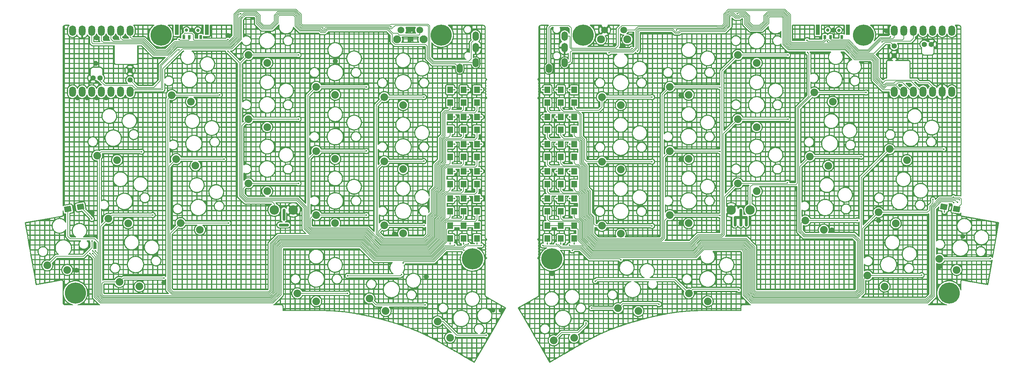
<source format=gtl>
G04 #@! TF.GenerationSoftware,KiCad,Pcbnew,(6.0.10)*
G04 #@! TF.CreationDate,2023-03-21T20:34:56-04:00*
G04 #@! TF.ProjectId,totem_0_3,746f7465-6d5f-4305-9f33-2e6b69636164,0.3*
G04 #@! TF.SameCoordinates,Original*
G04 #@! TF.FileFunction,Copper,L1,Top*
G04 #@! TF.FilePolarity,Positive*
%FSLAX46Y46*%
G04 Gerber Fmt 4.6, Leading zero omitted, Abs format (unit mm)*
G04 Created by KiCad (PCBNEW (6.0.10)) date 2023-03-21 20:34:56*
%MOMM*%
%LPD*%
G01*
G04 APERTURE LIST*
G04 Aperture macros list*
%AMRotRect*
0 Rectangle, with rotation*
0 The origin of the aperture is its center*
0 $1 length*
0 $2 width*
0 $3 Rotation angle, in degrees counterclockwise*
0 Add horizontal line*
21,1,$1,$2,0,0,$3*%
G04 Aperture macros list end*
G04 #@! TA.AperFunction,NonConductor*
%ADD10C,0.750000*%
G04 #@! TD*
G04 #@! TA.AperFunction,ComponentPad*
%ADD11O,1.800000X2.750000*%
G04 #@! TD*
G04 #@! TA.AperFunction,ComponentPad*
%ADD12C,1.397000*%
G04 #@! TD*
G04 #@! TA.AperFunction,ComponentPad*
%ADD13C,2.032000*%
G04 #@! TD*
G04 #@! TA.AperFunction,SMDPad,CuDef*
%ADD14R,1.500000X1.800000*%
G04 #@! TD*
G04 #@! TA.AperFunction,ComponentPad*
%ADD15C,5.600000*%
G04 #@! TD*
G04 #@! TA.AperFunction,ComponentPad*
%ADD16O,1.700000X2.500000*%
G04 #@! TD*
G04 #@! TA.AperFunction,ComponentPad*
%ADD17C,2.500000*%
G04 #@! TD*
G04 #@! TA.AperFunction,WasherPad*
%ADD18C,0.900000*%
G04 #@! TD*
G04 #@! TA.AperFunction,SMDPad,CuDef*
%ADD19R,0.700000X1.000000*%
G04 #@! TD*
G04 #@! TA.AperFunction,SMDPad,CuDef*
%ADD20R,1.000000X2.800000*%
G04 #@! TD*
G04 #@! TA.AperFunction,ComponentPad*
%ADD21C,1.800000*%
G04 #@! TD*
G04 #@! TA.AperFunction,ComponentPad*
%ADD22C,2.100000*%
G04 #@! TD*
G04 #@! TA.AperFunction,SMDPad,CuDef*
%ADD23RotRect,1.800000X1.500000X170.000000*%
G04 #@! TD*
G04 #@! TA.AperFunction,SMDPad,CuDef*
%ADD24RotRect,1.800000X1.500000X10.000000*%
G04 #@! TD*
G04 #@! TA.AperFunction,ViaPad*
%ADD25C,0.450000*%
G04 #@! TD*
G04 #@! TA.AperFunction,Conductor*
%ADD26C,0.200000*%
G04 #@! TD*
G04 APERTURE END LIST*
D10*
X210500000Y-99000000D02*
X210500000Y-103000000D01*
X209000000Y-101000000D02*
X212000000Y-101000000D01*
X89500000Y-99000000D02*
X89500000Y-101500000D01*
X209000000Y-101000000D02*
X209000000Y-103000000D01*
X88500000Y-103000000D02*
X90500000Y-103000000D01*
X212000000Y-101000000D02*
X212000000Y-103000000D01*
D11*
X33580000Y-67695000D03*
X36120000Y-67695000D03*
X38660000Y-67695000D03*
X41200000Y-67695000D03*
X43740000Y-67695000D03*
X46280000Y-67695000D03*
X48820000Y-67695000D03*
X48820000Y-51505000D03*
X46280000Y-51505000D03*
X43740000Y-51505000D03*
X41200000Y-51505000D03*
X38660000Y-51505000D03*
X36120000Y-51505000D03*
X33580000Y-51505000D03*
D12*
X48800000Y-64600000D03*
X48800000Y-62060000D03*
X40883000Y-64045000D03*
X38978000Y-64045000D03*
X261022000Y-55155000D03*
X259117000Y-55155000D03*
X251160000Y-58140000D03*
X251160000Y-55600000D03*
D11*
X266420000Y-67695000D03*
X263880000Y-67695000D03*
X261340000Y-67695000D03*
X258800000Y-67695000D03*
X256260000Y-67695000D03*
X253720000Y-67695000D03*
X251180000Y-67695000D03*
X251180000Y-51505000D03*
X253720000Y-51505000D03*
X256260000Y-51505000D03*
X258800000Y-51505000D03*
X261340000Y-51505000D03*
X263880000Y-51505000D03*
X266420000Y-51505000D03*
D13*
X51279147Y-119291665D03*
X45990447Y-118091809D03*
D14*
X162872435Y-67194348D03*
X162872435Y-70594348D03*
X137127565Y-74393348D03*
X137127565Y-77793348D03*
D13*
X98103165Y-123214348D03*
X93103165Y-121114348D03*
X121129205Y-105224989D03*
X116129205Y-103124989D03*
X64942377Y-70332359D03*
X59808068Y-68586257D03*
X85129229Y-77068188D03*
X80129229Y-74968188D03*
X178753285Y-105310067D03*
X173753285Y-103210067D03*
X232505126Y-104256620D03*
X227663794Y-101812953D03*
D15*
X139500000Y-112000000D03*
D16*
X159700000Y-61500000D03*
X163900000Y-53000000D03*
X163900000Y-56000000D03*
X163900000Y-60000000D03*
D13*
X32177089Y-114899714D03*
X26888389Y-113699858D03*
D17*
X213000000Y-99000000D03*
D14*
X166422435Y-103194348D03*
X166422435Y-106594348D03*
X159322435Y-81597348D03*
X159322435Y-84997348D03*
D13*
X254528041Y-85824714D03*
X249968663Y-82888377D03*
D17*
X92000000Y-99000000D03*
D13*
X116500533Y-125788310D03*
X112214423Y-122465771D03*
X85129229Y-60067968D03*
X80129229Y-57967968D03*
D14*
X162872435Y-88796348D03*
X162872435Y-92196348D03*
D13*
X267678041Y-114899714D03*
X263118663Y-111963377D03*
D15*
X34300000Y-121014348D03*
D14*
X166422435Y-67194348D03*
X166422435Y-70594348D03*
D13*
X196753205Y-102504887D03*
X191753205Y-100404887D03*
D14*
X140677565Y-67194348D03*
X140677565Y-70594348D03*
D18*
X66750000Y-51400000D03*
X63750000Y-51350000D03*
D19*
X67500000Y-53200000D03*
X64500000Y-53200000D03*
X63000000Y-53200000D03*
D20*
X69100000Y-51300000D03*
X61150000Y-51300000D03*
D21*
X179500000Y-51350000D03*
X174500000Y-51350000D03*
D22*
X173500000Y-53850000D03*
X180500000Y-53850000D03*
D15*
X265700000Y-121000000D03*
X243000000Y-52700000D03*
D13*
X183404597Y-125788310D03*
X178031448Y-125053961D03*
D23*
X267674173Y-98795202D03*
X264325827Y-98204798D03*
D13*
X166377203Y-132873898D03*
X160997076Y-133555245D03*
D14*
X162872435Y-81597348D03*
X162872435Y-84997348D03*
D13*
X233691002Y-87297812D03*
X228849670Y-84854145D03*
X178753245Y-71224549D03*
X173753245Y-69124549D03*
X121129205Y-71224549D03*
X116129205Y-69124549D03*
X103129241Y-68504447D03*
X98129241Y-66404447D03*
D14*
X137127565Y-103194348D03*
X137127565Y-106594348D03*
D18*
X236550000Y-51400000D03*
X233550000Y-51350000D03*
D19*
X237300000Y-53200000D03*
X234300000Y-53200000D03*
X232800000Y-53200000D03*
D20*
X230950000Y-51300000D03*
X238900000Y-51300000D03*
D13*
X66128253Y-87291167D03*
X60993944Y-85545065D03*
X196753205Y-85504667D03*
X191753205Y-83404667D03*
X103129241Y-85504667D03*
X98129241Y-83404667D03*
X251575982Y-102566663D03*
X247016604Y-99630326D03*
D14*
X137127565Y-88796348D03*
X137127565Y-92196348D03*
X137127565Y-81597348D03*
X137127565Y-84997348D03*
X159322435Y-103194348D03*
X159322435Y-106594348D03*
X162872435Y-103194348D03*
X162872435Y-106594348D03*
X133577565Y-74393348D03*
X133577565Y-77793348D03*
D13*
X67314128Y-104249976D03*
X62179819Y-102503874D03*
D14*
X159322435Y-67194348D03*
X159322435Y-70594348D03*
D13*
X133527565Y-132873898D03*
X130247438Y-128555245D03*
D15*
X57000000Y-52700000D03*
D13*
X214753165Y-77068188D03*
X209753165Y-74968188D03*
D14*
X162872435Y-95995348D03*
X162872435Y-99395348D03*
D17*
X208000000Y-99000000D03*
D14*
X159322435Y-88796348D03*
X159322435Y-92196348D03*
D13*
X45375033Y-85807767D03*
X40086333Y-84607911D03*
D14*
X166422435Y-95995348D03*
X166422435Y-99395348D03*
X133577565Y-88796348D03*
X133577565Y-92196348D03*
D13*
X214753165Y-60067968D03*
X209753165Y-57967968D03*
D21*
X125500000Y-51350000D03*
X120500000Y-51350000D03*
D22*
X126500000Y-53850000D03*
X119500000Y-53850000D03*
D13*
X234876877Y-70339003D03*
X230035545Y-67895336D03*
X248623927Y-119308611D03*
X244064549Y-116372274D03*
X201778165Y-123214348D03*
X196778165Y-121114348D03*
D24*
X32325827Y-98795202D03*
X35674173Y-98204798D03*
D14*
X140677565Y-81592348D03*
X140677565Y-84992348D03*
X133577565Y-81597348D03*
X133577565Y-84997348D03*
X159322435Y-95995348D03*
X159322435Y-99395348D03*
D16*
X136100000Y-61500000D03*
X140300000Y-53000000D03*
X140300000Y-56000000D03*
X140300000Y-60000000D03*
D13*
X214753165Y-94068408D03*
X209753165Y-91968408D03*
D14*
X140677565Y-95995348D03*
X140677565Y-99395348D03*
D13*
X103129241Y-102504887D03*
X98129241Y-100404887D03*
D14*
X140677565Y-88796348D03*
X140677565Y-92196348D03*
X133577565Y-103194348D03*
X133577565Y-106594348D03*
X137127565Y-67194348D03*
X137127565Y-70594348D03*
X133577565Y-67194348D03*
X133577565Y-70594348D03*
D17*
X87000000Y-99000000D03*
D14*
X137127565Y-95995348D03*
X137127565Y-99395348D03*
X166422435Y-81597348D03*
X166422435Y-84997348D03*
X140677565Y-103194348D03*
X140677565Y-106594348D03*
X159322435Y-74393348D03*
X159322435Y-77793348D03*
D15*
X160500000Y-112000000D03*
D14*
X140677565Y-74393348D03*
X140677565Y-77793348D03*
D13*
X121129205Y-88224769D03*
X116129205Y-86124769D03*
X85129229Y-94068408D03*
X80129229Y-91968408D03*
X48327089Y-102549714D03*
X43038389Y-101349858D03*
D15*
X131200000Y-52700000D03*
D14*
X166422435Y-74393348D03*
X166422435Y-77793348D03*
X166422435Y-88796348D03*
X166422435Y-92196348D03*
D13*
X196753205Y-68504447D03*
X191753205Y-66404447D03*
X178753285Y-88309847D03*
X173753285Y-86209847D03*
D14*
X133577565Y-95995348D03*
X133577565Y-99395348D03*
D15*
X168800000Y-52700000D03*
D14*
X162872435Y-74393348D03*
X162872435Y-77793348D03*
D25*
X141865000Y-88765000D03*
X141865000Y-67185000D03*
X141859000Y-108415000D03*
X141865000Y-81585000D03*
X141865000Y-74385000D03*
X141865000Y-95985000D03*
X38150000Y-110550000D03*
X51827565Y-83589348D03*
X72527565Y-68564348D03*
X93402565Y-57964348D03*
X111402565Y-66389348D03*
X126600000Y-69100000D03*
X138370000Y-88770000D03*
X138359000Y-108015000D03*
X138370000Y-81600000D03*
X138370000Y-74400000D03*
X38875000Y-110550000D03*
X138370000Y-67200000D03*
X138370000Y-95970000D03*
X54802565Y-100364348D03*
X73702565Y-85539348D03*
X93402565Y-74964348D03*
X111402565Y-83389348D03*
X126600000Y-86075000D03*
X134784000Y-108365000D03*
X134790000Y-81590000D03*
X134790000Y-67190000D03*
X134790000Y-74400000D03*
X38900000Y-109850000D03*
X134790000Y-88780000D03*
X134790000Y-96000000D03*
X57752565Y-117039348D03*
X74902565Y-102489348D03*
X93402565Y-91989348D03*
X111402565Y-100364348D03*
X126675000Y-103125000D03*
X39600000Y-109825000D03*
X38700000Y-107200000D03*
X38677565Y-101414348D03*
X106350000Y-121100000D03*
X120680000Y-116120000D03*
X106378165Y-116471835D03*
X133575000Y-108000000D03*
X137125000Y-107975000D03*
X126975000Y-124175000D03*
X140675000Y-108000000D03*
X143125000Y-132250000D03*
X165159000Y-108340000D03*
X165180000Y-67190000D03*
X165170000Y-95990000D03*
X165170000Y-88810000D03*
X165170000Y-74380000D03*
X268409544Y-96310234D03*
X165170000Y-81580000D03*
X264327565Y-82894348D03*
X243727565Y-67894348D03*
X223027565Y-57994348D03*
X205027565Y-66494348D03*
X187027565Y-69124348D03*
X161660000Y-67190000D03*
X161660000Y-88820000D03*
X161660000Y-96010000D03*
X161659000Y-108040000D03*
X161660000Y-74400000D03*
X267895012Y-97027870D03*
X161660000Y-81610000D03*
X261430000Y-96210000D03*
X242427565Y-84894348D03*
X223027565Y-74994348D03*
X205027565Y-83494348D03*
X187027565Y-86214348D03*
X266918358Y-97088457D03*
X158110000Y-74380000D03*
X158109000Y-108415000D03*
X158110000Y-96020000D03*
X158110000Y-88800000D03*
X158110000Y-81600000D03*
X158110000Y-67180000D03*
X258427565Y-116294348D03*
X241427565Y-101794348D03*
X222910000Y-91790000D03*
X205027565Y-100494348D03*
X187027565Y-103234348D03*
X266870000Y-95650000D03*
X276627565Y-111894348D03*
X264475000Y-99525000D03*
X171984000Y-117890000D03*
X166410000Y-107990000D03*
X210044512Y-120228890D03*
X170972116Y-125036326D03*
X162860000Y-107990000D03*
X188894702Y-123997694D03*
X169537989Y-128963329D03*
X159340000Y-108030000D03*
X74709000Y-53865000D03*
X74709000Y-56940000D03*
X228244854Y-57319238D03*
X228089959Y-54032650D03*
X61759000Y-56565000D03*
X61759000Y-53890000D03*
X127226000Y-116672000D03*
X74716000Y-52811000D03*
X42486000Y-69285000D03*
X39623000Y-109007000D03*
X39941000Y-53426000D03*
X34826000Y-69285000D03*
X45023000Y-53426000D03*
X34650000Y-114966000D03*
X103155000Y-59557000D03*
X122937000Y-53898000D03*
X144890000Y-125560000D03*
X103155000Y-59557000D03*
X42482000Y-53426000D03*
X147069000Y-125580000D03*
X103155000Y-59557000D03*
X47592000Y-53447000D03*
X122937000Y-51345000D03*
X39731000Y-60180000D03*
X39908000Y-69285000D03*
X118836000Y-105343000D03*
X57770633Y-118250679D03*
X37392000Y-69285000D03*
X65224000Y-51376000D03*
X38751000Y-99690000D03*
X78075000Y-47000000D03*
X99850000Y-50850000D03*
X121117752Y-113094376D03*
X117875000Y-50500000D03*
X137234000Y-109715000D03*
X247959000Y-54515000D03*
X233459000Y-54440000D03*
X209575464Y-47038784D03*
X193481122Y-51333479D03*
X175614102Y-57372145D03*
X165909000Y-109715000D03*
X178749756Y-112209500D03*
X250160000Y-53160000D03*
X181710000Y-56300000D03*
X183203576Y-56929677D03*
X179390000Y-55793000D03*
X194694815Y-85552927D03*
X234655000Y-104303000D03*
X194646583Y-102480983D03*
X260072000Y-65799000D03*
X263136919Y-114043512D03*
X194685552Y-68599951D03*
X235038000Y-51368000D03*
X255001500Y-65781000D03*
X257537000Y-65781000D03*
X252466000Y-65781000D03*
X249161000Y-51572000D03*
X269312927Y-105994247D03*
X247023000Y-101791000D03*
X160569455Y-115875919D03*
D26*
X120109000Y-52690000D02*
X125309000Y-52690000D01*
X118412918Y-52240000D02*
X119659000Y-52240000D01*
X100932082Y-50970000D02*
X117142918Y-50970000D01*
X100202082Y-51700000D02*
X100932082Y-50970000D01*
X99497917Y-51699999D02*
X100202082Y-51700000D01*
X93953240Y-51320000D02*
X99117918Y-51320000D01*
X119659000Y-52240000D02*
X120109000Y-52690000D01*
X92851655Y-50218415D02*
X93953240Y-51320000D01*
X92851654Y-47751654D02*
X92851655Y-50218415D01*
X99117918Y-51320000D02*
X99497917Y-51699999D01*
X92245001Y-47145001D02*
X92851654Y-47751654D01*
X88228310Y-47145000D02*
X92245001Y-47145001D01*
X87660000Y-47713310D02*
X88228310Y-47145000D01*
X87660000Y-49381690D02*
X87660000Y-47713310D01*
X86286691Y-50754999D02*
X87660000Y-49381690D01*
X83871620Y-50755000D02*
X86286691Y-50754999D01*
X125309000Y-52690000D02*
X125500000Y-52499000D01*
X82615002Y-49498382D02*
X83871620Y-50755000D01*
X82615002Y-47758382D02*
X82615002Y-49498382D01*
X82001620Y-47145000D02*
X82615002Y-47758382D01*
X79132082Y-47145000D02*
X82001620Y-47145000D01*
X77985000Y-48292082D02*
X79132082Y-47145000D01*
X125500000Y-52499000D02*
X125500000Y-51350000D01*
X75613310Y-56050000D02*
X77985000Y-53678310D01*
X61382450Y-56050000D02*
X75613310Y-56050000D01*
X56799001Y-64824999D02*
X56799001Y-60633449D01*
X77985000Y-53678310D02*
X77985000Y-48292082D01*
X55064000Y-66560000D02*
X56799001Y-64824999D01*
X117142918Y-50970000D02*
X118412918Y-52240000D01*
X50760000Y-66560000D02*
X55064000Y-66560000D01*
X48800000Y-64600000D02*
X50760000Y-66560000D01*
X56799001Y-60633449D02*
X61382450Y-56050000D01*
X40883000Y-64789000D02*
X40883000Y-64045000D01*
X42134000Y-66040000D02*
X40883000Y-64789000D01*
X50184000Y-66890000D02*
X49334000Y-66040000D01*
X49334000Y-66040000D02*
X42134000Y-66040000D01*
X57129000Y-60770140D02*
X57129000Y-66890000D01*
X57129000Y-66890000D02*
X50184000Y-66890000D01*
X61759000Y-56565000D02*
X61334140Y-56565000D01*
X61334140Y-56565000D02*
X57129000Y-60770140D01*
X127499000Y-58890690D02*
X128938310Y-60330000D01*
X127084000Y-55165000D02*
X127499000Y-55580000D01*
X117006228Y-51300000D02*
X118209000Y-52502772D01*
X101068772Y-51300000D02*
X117006228Y-51300000D01*
X128938310Y-60330000D02*
X134930000Y-60330000D01*
X100338772Y-52030000D02*
X101068772Y-51300000D01*
X134930000Y-60330000D02*
X136100000Y-61500000D01*
X99361226Y-52029998D02*
X100338772Y-52030000D01*
X98981228Y-51650000D02*
X99361226Y-52029998D01*
X127499000Y-55580000D02*
X127499000Y-58890690D01*
X93816550Y-51650000D02*
X98981228Y-51650000D01*
X92521656Y-50355106D02*
X93816550Y-51650000D01*
X92521655Y-47888345D02*
X92521656Y-50355106D01*
X92108310Y-47475000D02*
X92521655Y-47888345D01*
X118209000Y-52502772D02*
X118209000Y-54390000D01*
X88365000Y-47475000D02*
X92108310Y-47475000D01*
X87990000Y-47850000D02*
X88365000Y-47475000D01*
X87990000Y-49518380D02*
X87990000Y-47850000D01*
X86423382Y-51084998D02*
X87990000Y-49518380D01*
X83734930Y-51085000D02*
X86423382Y-51084998D01*
X82282465Y-49632535D02*
X83734930Y-51085000D01*
X118209000Y-54390000D02*
X118984000Y-55165000D01*
X82282465Y-47892535D02*
X82282465Y-49632535D01*
X81864930Y-47475000D02*
X82282465Y-47892535D01*
X79268772Y-47475000D02*
X81864930Y-47475000D01*
X78315000Y-48428772D02*
X79268772Y-47475000D01*
X78315000Y-53815000D02*
X78315000Y-48428772D01*
X118984000Y-55165000D02*
X127084000Y-55165000D01*
X62679392Y-56380000D02*
X75750000Y-56380000D01*
X57459000Y-67140000D02*
X57459000Y-61600392D01*
X48820000Y-67220000D02*
X57379000Y-67220000D01*
X57379000Y-67220000D02*
X57459000Y-67140000D01*
X57459000Y-61600392D02*
X62679392Y-56380000D01*
X75750000Y-56380000D02*
X78315000Y-53815000D01*
X245844001Y-57554999D02*
X243123999Y-57554999D01*
X250230000Y-54670000D02*
X248729000Y-54670000D01*
X248729000Y-54670000D02*
X245844001Y-57554999D01*
X251160000Y-55600000D02*
X250230000Y-54670000D01*
X165020000Y-60000000D02*
X163900000Y-60000000D01*
X165390000Y-57234000D02*
X165390000Y-59630000D01*
X165754000Y-56870000D02*
X165390000Y-57234000D01*
X181870000Y-56870000D02*
X165754000Y-56870000D01*
X182740000Y-56000000D02*
X181870000Y-56870000D01*
X182740000Y-51536620D02*
X182740000Y-56000000D01*
X183471621Y-50804999D02*
X182740000Y-51536620D01*
X205858380Y-50805000D02*
X183471621Y-50804999D01*
X206698344Y-49965036D02*
X205858380Y-50805000D01*
X211821761Y-46535001D02*
X207514930Y-46535000D01*
X212895000Y-47608240D02*
X211821761Y-46535001D01*
X212895000Y-49255000D02*
X212895000Y-47608240D01*
X213735000Y-50095000D02*
X212895000Y-49255000D01*
X215563166Y-50095000D02*
X213735000Y-50095000D01*
X216603166Y-49055000D02*
X215563166Y-50095000D01*
X216603166Y-47536764D02*
X216603166Y-49055000D01*
X217604930Y-46535000D02*
X216603166Y-47536764D01*
X221975070Y-46535000D02*
X217604930Y-46535000D01*
X223045000Y-47604930D02*
X221975070Y-46535000D01*
X223045000Y-54659310D02*
X223045000Y-47604930D01*
X223705690Y-55320000D02*
X223045000Y-54659310D01*
X238668172Y-55320000D02*
X223705690Y-55320000D01*
X241233169Y-57884997D02*
X238668172Y-55320000D01*
X245670760Y-57885000D02*
X241233169Y-57884997D01*
X246929000Y-59143240D02*
X245670760Y-57885000D01*
X206698345Y-47351585D02*
X206698344Y-49965036D01*
X248234760Y-65299000D02*
X246929000Y-63993240D01*
X165390000Y-59630000D02*
X165020000Y-60000000D01*
X248923760Y-64610000D02*
X248234760Y-65299000D01*
X207514930Y-46535000D02*
X206698345Y-47351585D01*
X257073107Y-64610000D02*
X248923760Y-64610000D01*
X257762107Y-65299000D02*
X257073107Y-64610000D01*
X261340000Y-66359893D02*
X260279107Y-65299000D01*
X260279107Y-65299000D02*
X257762107Y-65299000D01*
X246929000Y-63993240D02*
X246929000Y-59143240D01*
X261340000Y-68169960D02*
X261340000Y-66359893D01*
X253379061Y-65281000D02*
X255318061Y-67220000D01*
X252258893Y-65281000D02*
X253379061Y-65281000D01*
X251784752Y-65755141D02*
X252258893Y-65281000D01*
X249089000Y-65760000D02*
X251784752Y-65760001D01*
X248425690Y-66423310D02*
X249089000Y-65760000D01*
X246269000Y-64266620D02*
X248425690Y-66423310D01*
X246269000Y-59416620D02*
X246269000Y-64266620D01*
X245397379Y-58544999D02*
X246269000Y-59416620D01*
X238394792Y-55980000D02*
X240959789Y-58544997D01*
X240959789Y-58544997D02*
X245397379Y-58544999D01*
X223432310Y-55980000D02*
X238394792Y-55980000D01*
X222385000Y-54932690D02*
X223432310Y-55980000D01*
X221701692Y-47195002D02*
X222385000Y-47878310D01*
X217288345Y-47784965D02*
X217878309Y-47195001D01*
X217288344Y-49303202D02*
X217288345Y-47784965D01*
X251784752Y-65760001D02*
X251784752Y-65755141D01*
X215836546Y-50755000D02*
X217288344Y-49303202D01*
X212225000Y-49518380D02*
X213461618Y-50754998D01*
X212225001Y-47871621D02*
X212225000Y-49518380D01*
X211548382Y-47195002D02*
X212225001Y-47871621D01*
X217878309Y-47195001D02*
X221701692Y-47195002D01*
X210315000Y-47195000D02*
X211548382Y-47195002D01*
X222385000Y-47878310D02*
X222385000Y-54932690D01*
X209951216Y-47558784D02*
X210315000Y-47195000D01*
X209360072Y-47558784D02*
X209951216Y-47558784D01*
X208976288Y-47175000D02*
X209360072Y-47558784D01*
X208665000Y-46865000D02*
X208975000Y-47175000D01*
X208975000Y-47175000D02*
X208976288Y-47175000D01*
X207028344Y-47488276D02*
X207651620Y-46865000D01*
X213461618Y-50754998D02*
X215836546Y-50755000D01*
X207028343Y-50101727D02*
X207028344Y-47488276D01*
X205995070Y-51135000D02*
X207028343Y-50101727D01*
X207651620Y-46865000D02*
X208665000Y-46865000D01*
X193679602Y-51134999D02*
X205995070Y-51135000D01*
X193481122Y-51333479D02*
X193679602Y-51134999D01*
X255318061Y-67220000D02*
X256260000Y-67220000D01*
X258800000Y-68106000D02*
X258800000Y-68169960D01*
X255634000Y-64940000D02*
X258800000Y-68106000D01*
X251601310Y-64940000D02*
X255634000Y-64940000D01*
X251111309Y-65430001D02*
X251601310Y-64940000D01*
X248425690Y-65956620D02*
X248952310Y-65430000D01*
X246599000Y-64129930D02*
X248425690Y-65956620D01*
X246599000Y-59279930D02*
X246599000Y-64129930D01*
X245534070Y-58215000D02*
X246599000Y-59279930D01*
X241096479Y-58214997D02*
X245534070Y-58215000D01*
X248952310Y-65430000D02*
X251111309Y-65430001D01*
X238531482Y-55650000D02*
X241096479Y-58214997D01*
X223569000Y-55650000D02*
X238531482Y-55650000D01*
X222715000Y-54796000D02*
X223569000Y-55650000D01*
X222715000Y-47741620D02*
X222715000Y-54796000D01*
X221838382Y-46865002D02*
X222715000Y-47741620D01*
X217741619Y-46865001D02*
X221838382Y-46865002D01*
X216958346Y-47648274D02*
X217741619Y-46865001D01*
X213598309Y-50424999D02*
X215699856Y-50425000D01*
X212555000Y-49381690D02*
X213598309Y-50424999D01*
X216958345Y-49166511D02*
X216958346Y-47648274D01*
X212555000Y-47734930D02*
X212555000Y-49381690D01*
X209749248Y-46865000D02*
X211685070Y-46865000D01*
X209575464Y-47038784D02*
X209749248Y-46865000D01*
X211685070Y-46865000D02*
X212555000Y-47734930D01*
X215699856Y-50425000D02*
X216958345Y-49166511D01*
X252758061Y-67200000D02*
X253740000Y-67200000D01*
X251648061Y-66090000D02*
X252758061Y-67200000D01*
X248425690Y-66890000D02*
X249225690Y-66090000D01*
X245939000Y-64403310D02*
X248425690Y-66890000D01*
X240823099Y-58874997D02*
X245260688Y-58874998D01*
X238258102Y-56310000D02*
X240823099Y-58874997D01*
X223295619Y-56309999D02*
X238258102Y-56310000D01*
X222055000Y-55069380D02*
X223295619Y-56309999D01*
X221565001Y-47525001D02*
X222055000Y-48015000D01*
X218015000Y-47525000D02*
X221565001Y-47525001D01*
X217618344Y-47921656D02*
X218015000Y-47525000D01*
X217618343Y-49439893D02*
X217618344Y-47921656D01*
X215973236Y-51085000D02*
X217618343Y-49439893D01*
X213324927Y-51084997D02*
X215973236Y-51085000D01*
X245260688Y-58874998D02*
X245939000Y-59553310D01*
X211895000Y-49655070D02*
X213324927Y-51084997D01*
X211411691Y-47525001D02*
X211895000Y-48008310D01*
X210451690Y-47525000D02*
X211411691Y-47525001D01*
X210087906Y-47888784D02*
X210451690Y-47525000D01*
X209223381Y-47888783D02*
X210087906Y-47888784D01*
X249225690Y-66090000D02*
X251648061Y-66090000D01*
X209030072Y-47695474D02*
X209223381Y-47888783D01*
X211895000Y-48008310D02*
X211895000Y-49655070D01*
X209028784Y-47695474D02*
X209030072Y-47695474D01*
X208528310Y-47195000D02*
X209028784Y-47695474D01*
X245939000Y-59553310D02*
X245939000Y-64403310D01*
X207788310Y-47195000D02*
X208528310Y-47195000D01*
X207358344Y-47624966D02*
X207788310Y-47195000D01*
X207358344Y-50238416D02*
X207358344Y-47624966D01*
X206131759Y-51465000D02*
X207358344Y-50238416D01*
X194435001Y-51464999D02*
X206131759Y-51465000D01*
X194066521Y-51833479D02*
X194435001Y-51464999D01*
X193274015Y-51833479D02*
X194066521Y-51833479D01*
X222055000Y-48015000D02*
X222055000Y-55069380D01*
X183085000Y-51658310D02*
X183608311Y-51134999D01*
X183608311Y-51134999D02*
X192575535Y-51134999D01*
X192575535Y-51134999D02*
X193274015Y-51833479D01*
X182006690Y-57200000D02*
X183085000Y-56121690D01*
X175786247Y-57200000D02*
X182006690Y-57200000D01*
X175614102Y-57372145D02*
X175786247Y-57200000D01*
X183085000Y-56121690D02*
X183085000Y-51658310D01*
X245609000Y-64540000D02*
X248289000Y-67220000D01*
X245609000Y-59690000D02*
X245609000Y-64540000D01*
X240686409Y-59204997D02*
X245123997Y-59204997D01*
X221725001Y-55206071D02*
X223158928Y-56639998D01*
X221725001Y-48151691D02*
X221725001Y-55206071D01*
X221428310Y-47855000D02*
X221725001Y-48151691D01*
X218195000Y-47855000D02*
X221428310Y-47855000D01*
X238121410Y-56639998D02*
X240686409Y-59204997D01*
X217955000Y-48095000D02*
X218195000Y-47855000D01*
X217955000Y-49569926D02*
X217955000Y-48095000D01*
X216109925Y-51415000D02*
X217955000Y-49569926D01*
X213188239Y-51414999D02*
X216109925Y-51415000D01*
X211565000Y-49791760D02*
X213188239Y-51414999D01*
X211565000Y-48145000D02*
X211565000Y-49791760D01*
X211275000Y-47855000D02*
X211565000Y-48145000D01*
X210588380Y-47855000D02*
X211275000Y-47855000D01*
X210224596Y-48218784D02*
X210588380Y-47855000D01*
X245123997Y-59204997D02*
X245609000Y-59690000D01*
X209048783Y-48218783D02*
X210224596Y-48218784D01*
X207925000Y-47525000D02*
X208355000Y-47525000D01*
X207688345Y-47761655D02*
X207925000Y-47525000D01*
X207688343Y-50375107D02*
X207688345Y-47761655D01*
X206268449Y-51795000D02*
X207688343Y-50375107D01*
X194203211Y-52163479D02*
X194571691Y-51794999D01*
X223158928Y-56639998D02*
X238121410Y-56639998D01*
X192438845Y-51464999D02*
X193137324Y-52163478D01*
X208355000Y-47525000D02*
X209048783Y-48218783D01*
X248289000Y-67220000D02*
X251180000Y-67220000D01*
X183745001Y-51464999D02*
X192438845Y-51464999D01*
X193137324Y-52163478D02*
X194203211Y-52163479D01*
X183203576Y-56929677D02*
X183415000Y-56718253D01*
X183415000Y-56718253D02*
X183415000Y-51795000D01*
X183415000Y-51795000D02*
X183745001Y-51464999D01*
X194571691Y-51794999D02*
X206268449Y-51795000D01*
X140677565Y-67194348D02*
X141855652Y-67194348D01*
X140677565Y-74393348D02*
X141896652Y-74393348D01*
X140677565Y-81592348D02*
X141897652Y-81592348D01*
X137102083Y-109199999D02*
X137782082Y-108520000D01*
X141900000Y-95990000D02*
X140682913Y-95990000D01*
X113431335Y-112414994D02*
X128933991Y-112414991D01*
X39365000Y-111765000D02*
X39365000Y-122115000D01*
X137782082Y-108520000D02*
X141754000Y-108520000D01*
X39365000Y-122115000D02*
X40914999Y-123664999D01*
X109766337Y-108749997D02*
X113431335Y-112414994D01*
X86675211Y-123664999D02*
X88872604Y-121467606D01*
X132325420Y-109200000D02*
X137102083Y-109199999D01*
X129110427Y-112414993D02*
X132325420Y-109200000D01*
X140677565Y-88796348D02*
X141873652Y-88796348D01*
X38150000Y-110550000D02*
X39365000Y-111765000D01*
X141855652Y-67194348D02*
X141865000Y-67185000D01*
X128933991Y-112414991D02*
X129110427Y-112414993D01*
X88872604Y-121467606D02*
X88872605Y-109107395D01*
X141754000Y-108520000D02*
X141859000Y-108415000D01*
X40914999Y-123664999D02*
X86675211Y-123664999D01*
X89230003Y-108749997D02*
X109766337Y-108749997D01*
X88872605Y-109107395D02*
X89230003Y-108749997D01*
X41474508Y-122345000D02*
X40685221Y-121555713D01*
X40685221Y-121555713D02*
X40685221Y-85206799D01*
X86128452Y-122344998D02*
X41474508Y-122345000D01*
X87534999Y-120938451D02*
X86128452Y-122344998D01*
X41102332Y-83591912D02*
X51825001Y-83591912D01*
X88683241Y-107429999D02*
X87534999Y-108578241D01*
X51825001Y-83591912D02*
X51827565Y-83589348D01*
X140225000Y-102050000D02*
X132725000Y-102050000D01*
X110313097Y-107429997D02*
X88683241Y-107429999D01*
X128563666Y-111094994D02*
X113978095Y-111094995D01*
X113978095Y-111094995D02*
X110313097Y-107429997D01*
X140677565Y-99395348D02*
X140677565Y-101597435D01*
X87534999Y-108578241D02*
X87534999Y-120938451D01*
X132725000Y-102050000D02*
X132267565Y-102507435D01*
X132267565Y-107391095D02*
X128563666Y-111094994D01*
X140677565Y-101597435D02*
X140225000Y-102050000D01*
X132267565Y-102507435D02*
X132267565Y-107391095D01*
X40086333Y-84607911D02*
X41102332Y-83591912D01*
X114388166Y-110104996D02*
X128153593Y-110104997D01*
X58792069Y-120242069D02*
X59893309Y-121343309D01*
X131277566Y-102097364D02*
X132200000Y-101174930D01*
X58792069Y-69602256D02*
X58792069Y-120242069D01*
X140125000Y-94865348D02*
X140677565Y-94312783D01*
X59808068Y-68586257D02*
X58792069Y-69602256D01*
X140677565Y-94312783D02*
X140677565Y-92196348D01*
X59808068Y-68586257D02*
X72505656Y-68586257D01*
X132200000Y-101174930D02*
X132200000Y-95262913D01*
X132597565Y-94865348D02*
X140125000Y-94865348D01*
X85730070Y-121343310D02*
X86541656Y-120531724D01*
X132200000Y-95262913D02*
X132597565Y-94865348D01*
X86541656Y-120531724D02*
X86541657Y-108171513D01*
X88273172Y-106439998D02*
X110723167Y-106439997D01*
X72505656Y-68586257D02*
X72527565Y-68564348D01*
X131277565Y-106981025D02*
X131277566Y-102097364D01*
X128153593Y-110104997D02*
X131277565Y-106981025D01*
X59893309Y-121343309D02*
X85730070Y-121343310D01*
X86541657Y-108171513D02*
X88273172Y-106439998D01*
X110723167Y-106439997D02*
X114388166Y-110104996D01*
X94880000Y-104030000D02*
X96299998Y-105449998D01*
X111133238Y-105449998D02*
X114798237Y-109114997D01*
X131210000Y-94840000D02*
X132150000Y-93900000D01*
X127743522Y-109114998D02*
X130287565Y-106570955D01*
X93024999Y-96575001D02*
X94880000Y-98430002D01*
X140677565Y-87247435D02*
X140677565Y-84992348D01*
X132150000Y-93900000D02*
X132150000Y-88113913D01*
X130287565Y-106570955D02*
X130287568Y-101687292D01*
X80129229Y-57967968D02*
X78090000Y-60007197D01*
X136163913Y-87650000D02*
X140275000Y-87650000D01*
X79491621Y-96575001D02*
X93024999Y-96575001D01*
X140275000Y-87650000D02*
X140677565Y-87247435D01*
X93398945Y-57967968D02*
X93402565Y-57964348D01*
X78090002Y-95173382D02*
X79491621Y-96575001D01*
X114798237Y-109114997D02*
X127743522Y-109114998D01*
X132150000Y-88113913D02*
X132597565Y-87666348D01*
X80129229Y-57967968D02*
X93398945Y-57967968D01*
X130287568Y-101687292D02*
X131210000Y-100764860D01*
X94880000Y-98430002D02*
X94880000Y-104030000D01*
X131210000Y-100764860D02*
X131210000Y-94840000D01*
X136147565Y-87666348D02*
X136163913Y-87650000D01*
X96299998Y-105449998D02*
X111133238Y-105449998D01*
X78090000Y-60007197D02*
X78090002Y-95173382D01*
X132597565Y-87666348D02*
X136147565Y-87666348D01*
X140125000Y-80462348D02*
X140677565Y-79909783D01*
X132400000Y-80664913D02*
X132602565Y-80462348D01*
X129297570Y-101277220D02*
X130220000Y-100354790D01*
X129297565Y-106160885D02*
X129297570Y-101277220D01*
X95870000Y-68663688D02*
X95870000Y-103619930D01*
X127333450Y-108125000D02*
X129297565Y-106160885D01*
X98129241Y-66404447D02*
X111387466Y-66404447D01*
X111387466Y-66404447D02*
X111402565Y-66389348D01*
X132400000Y-86463843D02*
X132400000Y-80664913D01*
X111543309Y-104459999D02*
X115208308Y-108124998D01*
X130220002Y-94429928D02*
X131160000Y-93489930D01*
X140677565Y-79909783D02*
X140677565Y-77793348D01*
X131160000Y-87703843D02*
X132400000Y-86463843D01*
X115208308Y-108124998D02*
X127333450Y-108125000D01*
X95870000Y-103619930D02*
X96710069Y-104459999D01*
X132602565Y-80462348D02*
X140125000Y-80462348D01*
X130220000Y-100354790D02*
X130220002Y-94429928D01*
X96710069Y-104459999D02*
X111543309Y-104459999D01*
X98129241Y-66404447D02*
X95870000Y-68663688D01*
X131160000Y-93489930D02*
X131160000Y-87703843D01*
X130170000Y-87293773D02*
X130170000Y-93079860D01*
X126575451Y-69124549D02*
X126600000Y-69100000D01*
X126923380Y-107135000D02*
X115626619Y-107134999D01*
X129230003Y-99944717D02*
X128307570Y-100867150D01*
X132597565Y-73263348D02*
X132225000Y-73635913D01*
X113990001Y-105498381D02*
X115626619Y-107134999D01*
X140677565Y-72635783D02*
X140050000Y-73263348D01*
X129230003Y-94019857D02*
X129230003Y-99944717D01*
X131410000Y-80254843D02*
X131410000Y-86053773D01*
X116129205Y-69124549D02*
X113990001Y-71263753D01*
X132225000Y-73635913D02*
X132225000Y-79439843D01*
X140677565Y-70594348D02*
X140677565Y-72635783D01*
X113990001Y-71263753D02*
X113990001Y-105498381D01*
X128307570Y-100867150D02*
X128307565Y-105750815D01*
X140050000Y-73263348D02*
X132597565Y-73263348D01*
X128307565Y-105750815D02*
X126923380Y-107135000D01*
X130170000Y-93079860D02*
X129230003Y-94019857D01*
X131410000Y-86053773D02*
X130170000Y-87293773D01*
X116129205Y-69124549D02*
X126575451Y-69124549D01*
X132225000Y-79439843D02*
X131410000Y-80254843D01*
X88542606Y-108970704D02*
X88542605Y-121330915D01*
X137127565Y-81597348D02*
X138367348Y-81597348D01*
X138344652Y-95995348D02*
X138370000Y-95970000D01*
X138370000Y-67200000D02*
X137133217Y-67200000D01*
X138184000Y-108190000D02*
X137645392Y-108190000D01*
X136965392Y-108870000D02*
X132188730Y-108870000D01*
X137127565Y-88796348D02*
X138343652Y-88796348D01*
X109903027Y-108419997D02*
X89093313Y-108419997D01*
X138363348Y-74393348D02*
X138370000Y-74400000D01*
X88542605Y-121330915D02*
X86538521Y-123334999D01*
X132188730Y-108870000D02*
X128973738Y-112084992D01*
X138367348Y-81597348D02*
X138370000Y-81600000D01*
X39695221Y-111370221D02*
X39695221Y-121970221D01*
X38875000Y-110550000D02*
X39695221Y-111370221D01*
X137127565Y-95995348D02*
X138344652Y-95995348D01*
X89093313Y-108419997D02*
X88542606Y-108970704D01*
X138359000Y-108015000D02*
X138184000Y-108190000D01*
X137645392Y-108190000D02*
X136965392Y-108870000D01*
X113568025Y-112084994D02*
X109903027Y-108419997D01*
X137127565Y-74393348D02*
X138363348Y-74393348D01*
X128973738Y-112084992D02*
X113568025Y-112084994D01*
X86538521Y-123334999D02*
X41059999Y-123334999D01*
X39695221Y-121970221D02*
X41059999Y-123334999D01*
X138343652Y-88796348D02*
X138370000Y-88770000D01*
X88546553Y-107099997D02*
X87205000Y-108441550D01*
X136554999Y-101720001D02*
X132588310Y-101720000D01*
X41015221Y-121419023D02*
X41611198Y-122015000D01*
X41611198Y-122015000D02*
X85991762Y-122014998D01*
X131937565Y-107254405D02*
X128426975Y-110764995D01*
X128426975Y-110764995D02*
X114114786Y-110764996D01*
X110449787Y-107099997D02*
X88546553Y-107099997D01*
X44023899Y-100364348D02*
X54802565Y-100364348D01*
X43038389Y-101349858D02*
X44023899Y-100364348D01*
X43038389Y-101349858D02*
X41015221Y-103373026D01*
X114114786Y-110764996D02*
X110449787Y-107099997D01*
X137127565Y-101147435D02*
X136554999Y-101720001D01*
X132588310Y-101720000D02*
X131937566Y-102370744D01*
X137127565Y-99395348D02*
X137127565Y-101147435D01*
X87205000Y-108441550D02*
X87205000Y-120801760D01*
X41015221Y-103373026D02*
X41015221Y-121419023D01*
X85991762Y-122014998D02*
X87205000Y-120801760D01*
X131937566Y-102370744D02*
X131937565Y-107254405D01*
X59122069Y-120105379D02*
X59122069Y-87416940D01*
X59122069Y-87416940D02*
X60993944Y-85545065D01*
X131870000Y-101038240D02*
X130947566Y-101960674D01*
X131870000Y-95126223D02*
X131870000Y-101038240D01*
X85593380Y-121013310D02*
X60029999Y-121013309D01*
X73696848Y-85545065D02*
X73702565Y-85539348D01*
X60993944Y-85545065D02*
X73696848Y-85545065D01*
X132460874Y-94535349D02*
X131870000Y-95126223D01*
X88136482Y-106109998D02*
X86211657Y-108034823D01*
X130947565Y-106844335D02*
X128016902Y-109774998D01*
X137127565Y-92196348D02*
X137127565Y-93907783D01*
X136500000Y-94535348D02*
X132460874Y-94535349D01*
X60029999Y-121013309D02*
X59122069Y-120105379D01*
X114524857Y-109774997D02*
X110859857Y-106109997D01*
X110859857Y-106109997D02*
X88136482Y-106109998D01*
X128016902Y-109774998D02*
X114524857Y-109774997D01*
X137127565Y-93907783D02*
X136500000Y-94535348D01*
X86211656Y-120395034D02*
X85593380Y-121013310D01*
X86211657Y-108034823D02*
X86211656Y-120395034D01*
X130947566Y-101960674D02*
X130947565Y-106844335D01*
X129957569Y-101550601D02*
X129957565Y-106434265D01*
X133975000Y-87336349D02*
X132460875Y-87336348D01*
X132460875Y-87336348D02*
X131820000Y-87977223D01*
X96436688Y-105119998D02*
X95210000Y-103893310D01*
X93398725Y-74968188D02*
X93402565Y-74964348D01*
X131820000Y-87977223D02*
X131820000Y-93763310D01*
X131820000Y-93763310D02*
X130880001Y-94703309D01*
X129957565Y-106434265D02*
X127606831Y-108784999D01*
X80129229Y-74968188D02*
X93398725Y-74968188D01*
X137127565Y-86767435D02*
X136575000Y-87320000D01*
X114934928Y-108784998D02*
X111269928Y-105119998D01*
X78420000Y-76677417D02*
X80129229Y-74968188D01*
X93161689Y-96245001D02*
X79628311Y-96245001D01*
X78420001Y-95036691D02*
X78420000Y-76677417D01*
X95210000Y-98293312D02*
X93161689Y-96245001D01*
X136575000Y-87320000D02*
X133991349Y-87320000D01*
X79628311Y-96245001D02*
X78420001Y-95036691D01*
X133991349Y-87320000D02*
X133975000Y-87336349D01*
X127606831Y-108784999D02*
X114934928Y-108784998D01*
X130880000Y-100628170D02*
X129957569Y-101550601D01*
X111269928Y-105119998D02*
X96436688Y-105119998D01*
X130880001Y-94703309D02*
X130880000Y-100628170D01*
X137127565Y-84997348D02*
X137127565Y-86767435D01*
X95210000Y-103893310D02*
X95210000Y-98293312D01*
X129890003Y-94293237D02*
X129890000Y-100218100D01*
X137127565Y-77793348D02*
X137127565Y-79522435D01*
X132070000Y-80528223D02*
X132070000Y-86327153D01*
X128967565Y-106024195D02*
X127196760Y-107795000D01*
X130830000Y-93353240D02*
X129890003Y-94293237D01*
X115344999Y-107794999D02*
X111680000Y-104130000D01*
X98129241Y-83404667D02*
X111387246Y-83404667D01*
X96846760Y-104130000D02*
X96200000Y-103483240D01*
X96200000Y-103483240D02*
X96200000Y-85333908D01*
X137127565Y-79522435D02*
X136517652Y-80132348D01*
X128967570Y-101140530D02*
X128967565Y-106024195D01*
X129890000Y-100218100D02*
X128967570Y-101140530D01*
X111387246Y-83404667D02*
X111402565Y-83389348D01*
X111680000Y-104130000D02*
X96846760Y-104130000D01*
X132465874Y-80132349D02*
X132070000Y-80528223D01*
X132070000Y-86327153D02*
X130830000Y-87567153D01*
X136517652Y-80132348D02*
X132465874Y-80132349D01*
X127196760Y-107795000D02*
X115344999Y-107794999D01*
X130830000Y-87567153D02*
X130830000Y-93353240D01*
X96200000Y-85333908D02*
X98129241Y-83404667D01*
X131895000Y-79303153D02*
X131080000Y-80118153D01*
X127977565Y-105614125D02*
X126786690Y-106805000D01*
X137127565Y-72405783D02*
X136600000Y-72933348D01*
X114320001Y-105361691D02*
X114320001Y-87933973D01*
X128900003Y-99808027D02*
X127977570Y-100730460D01*
X116129205Y-86124769D02*
X126550231Y-86124769D01*
X126786690Y-106805000D02*
X115763309Y-106804999D01*
X129840000Y-87157083D02*
X129840000Y-92943170D01*
X129840000Y-92943170D02*
X128900003Y-93883167D01*
X114320001Y-87933973D02*
X116129205Y-86124769D01*
X127977570Y-100730460D02*
X127977565Y-105614125D01*
X115763309Y-106804999D02*
X114320001Y-105361691D01*
X131895000Y-73499223D02*
X131895000Y-79303153D01*
X128900003Y-93883167D02*
X128900003Y-99808027D01*
X126550231Y-86124769D02*
X126600000Y-86075000D01*
X136600000Y-72933348D02*
X132460874Y-72933349D01*
X131080000Y-80118153D02*
X131080000Y-85917083D01*
X131080000Y-85917083D02*
X129840000Y-87157083D01*
X137127565Y-70594348D02*
X137127565Y-72405783D01*
X132460874Y-72933349D02*
X131895000Y-73499223D01*
X133577565Y-67194348D02*
X134785652Y-67194348D01*
X133577565Y-81597348D02*
X134782652Y-81597348D01*
X88956623Y-108089997D02*
X88212604Y-108834016D01*
X40035564Y-121839436D02*
X41201127Y-123004999D01*
X134773652Y-88796348D02*
X134790000Y-88780000D01*
X134785652Y-67194348D02*
X134790000Y-67190000D01*
X86401831Y-123004999D02*
X41201127Y-123004999D01*
X134783348Y-74393348D02*
X134790000Y-74400000D01*
X134790000Y-96000000D02*
X133582217Y-96000000D01*
X110039717Y-108089997D02*
X88956623Y-108089997D01*
X88212604Y-121194226D02*
X86401831Y-123004999D01*
X40025221Y-110975221D02*
X40025221Y-121829093D01*
X134609000Y-108540000D02*
X132052040Y-108540000D01*
X134784000Y-108365000D02*
X134609000Y-108540000D01*
X128837046Y-111754994D02*
X113704714Y-111754994D01*
X133577565Y-74393348D02*
X134783348Y-74393348D01*
X113704714Y-111754994D02*
X110039717Y-108089997D01*
X133577565Y-88796348D02*
X134773652Y-88796348D01*
X40025221Y-121829093D02*
X40035564Y-121839436D01*
X88212604Y-108834016D02*
X88212604Y-121194226D01*
X38900000Y-109850000D02*
X40025221Y-110975221D01*
X134782652Y-81597348D02*
X134790000Y-81590000D01*
X132052040Y-108540000D02*
X128837046Y-111754994D01*
X88409860Y-106770000D02*
X110586474Y-106770000D01*
X45990447Y-118091809D02*
X47042908Y-117039348D01*
X131607565Y-107117715D02*
X128290284Y-110434996D01*
X114251476Y-110434996D02*
X110586477Y-106769997D01*
X133577565Y-99395348D02*
X133577565Y-100862435D01*
X86871656Y-108308204D02*
X86871656Y-120668414D01*
X133577565Y-100862435D02*
X133050000Y-101390000D01*
X133050000Y-101390000D02*
X132451620Y-101390000D01*
X128290284Y-110434996D02*
X114251476Y-110434996D01*
X131607566Y-102234054D02*
X131607565Y-107117715D01*
X41736197Y-121673309D02*
X41345221Y-121282333D01*
X110586474Y-106770000D02*
X110586477Y-106769997D01*
X132451620Y-101390000D02*
X131607566Y-102234054D01*
X86871656Y-108308204D02*
X88409860Y-106770000D01*
X86871656Y-120668414D02*
X85866761Y-121673309D01*
X85866761Y-121673309D02*
X41736197Y-121673309D01*
X47042908Y-117039348D02*
X57752565Y-117039348D01*
X41345221Y-118494779D02*
X41748191Y-118091809D01*
X41748191Y-118091809D02*
X45990447Y-118091809D01*
X41345221Y-121282333D02*
X41345221Y-118494779D01*
X130617567Y-101823983D02*
X131540000Y-100901550D01*
X130617565Y-106707645D02*
X130617567Y-101823983D01*
X85881656Y-120258344D02*
X85881658Y-107898132D01*
X62179819Y-102503874D02*
X74888039Y-102503874D01*
X85881658Y-107898132D02*
X87999792Y-105779998D01*
X59452069Y-105231624D02*
X59452069Y-119968689D01*
X133000000Y-94205349D02*
X133577565Y-93627784D01*
X87999792Y-105779998D02*
X110996547Y-105779997D01*
X114661546Y-109444996D02*
X127880212Y-109444998D01*
X59452069Y-119968689D02*
X60166690Y-120683310D01*
X131540000Y-94989533D02*
X132324183Y-94205350D01*
X74888039Y-102503874D02*
X74902565Y-102489348D01*
X60166690Y-120683310D02*
X85456690Y-120683310D01*
X133577565Y-93627784D02*
X133577565Y-92196348D01*
X131540000Y-100901550D02*
X131540000Y-94989533D01*
X85456690Y-120683310D02*
X85881656Y-120258344D01*
X62179819Y-102503874D02*
X59452069Y-105231624D01*
X132324183Y-94205350D02*
X133000000Y-94205349D01*
X127880212Y-109444998D02*
X130617565Y-106707645D01*
X110996547Y-105779997D02*
X114661546Y-109444996D01*
X130550000Y-100491480D02*
X130550001Y-94566619D01*
X133577565Y-86653784D02*
X133577565Y-84997348D01*
X131490000Y-93626620D02*
X131490000Y-87840533D01*
X78750000Y-93347637D02*
X78750000Y-94900000D01*
X129627565Y-106297575D02*
X129627570Y-101413910D01*
X129627570Y-101413910D02*
X130550000Y-100491480D01*
X96573379Y-104789999D02*
X111406619Y-104789999D01*
X131490000Y-87840533D02*
X132324184Y-87006349D01*
X80129229Y-91968408D02*
X93381625Y-91968408D01*
X93298379Y-95915001D02*
X95540000Y-98156622D01*
X78750000Y-94900000D02*
X79765001Y-95915001D01*
X80129229Y-91968408D02*
X78750000Y-93347637D01*
X133225000Y-87006349D02*
X133577565Y-86653784D01*
X132324184Y-87006349D02*
X133225000Y-87006349D01*
X95540000Y-103756620D02*
X96573379Y-104789999D01*
X111406619Y-104789999D02*
X115071618Y-108454998D01*
X115071618Y-108454998D02*
X127470140Y-108455000D01*
X95540000Y-98156622D02*
X95540000Y-103756620D01*
X127470140Y-108455000D02*
X129627565Y-106297575D01*
X79765001Y-95915001D02*
X93298379Y-95915001D01*
X130550001Y-94566619D02*
X131490000Y-93626620D01*
X93381625Y-91968408D02*
X93402565Y-91989348D01*
X131740000Y-86190463D02*
X130500000Y-87430463D01*
X130500000Y-87430463D02*
X130500000Y-93216550D01*
X96530000Y-101220000D02*
X96530000Y-103346550D01*
X98129241Y-100404887D02*
X111362026Y-100404887D01*
X96550000Y-101200000D02*
X96530000Y-101220000D01*
X133577565Y-77793348D02*
X133577565Y-79299783D01*
X96916725Y-103733275D02*
X96983450Y-103800000D01*
X129560003Y-94156547D02*
X129560000Y-100081410D01*
X129560000Y-100081410D02*
X128637570Y-101003840D01*
X133075000Y-79802348D02*
X132329183Y-79802350D01*
X127060070Y-107465000D02*
X115489928Y-107464998D01*
X96983450Y-103800000D02*
X97750000Y-103800000D01*
X128637565Y-105887505D02*
X127060070Y-107465000D01*
X115489928Y-107464998D02*
X111824930Y-103800000D01*
X111362026Y-100404887D02*
X111402565Y-100364348D01*
X96983450Y-103800000D02*
X98500000Y-103800000D01*
X128637570Y-101003840D02*
X128637565Y-105887505D01*
X132329183Y-79802350D02*
X131740000Y-80391533D01*
X96530000Y-103346550D02*
X96916725Y-103733275D01*
X131740000Y-80391533D02*
X131740000Y-86190463D01*
X98500000Y-103800000D02*
X97750000Y-103800000D01*
X133577565Y-79299783D02*
X133075000Y-79802348D01*
X97345113Y-100404887D02*
X96550000Y-101200000D01*
X111824930Y-103800000D02*
X98500000Y-103800000D01*
X130500000Y-93216550D02*
X129560003Y-94156547D01*
X126674989Y-103124989D02*
X126675000Y-103125000D01*
X130750000Y-85780393D02*
X129510000Y-87020393D01*
X129510000Y-92806480D02*
X128570004Y-93746476D01*
X129510000Y-87020393D02*
X129510000Y-92806480D01*
X114650000Y-104604194D02*
X116129205Y-103124989D01*
X131565000Y-79166463D02*
X130750000Y-79981463D01*
X131565001Y-73362532D02*
X131565000Y-79166463D01*
X130750000Y-79981463D02*
X130750000Y-85780393D01*
X127647565Y-105477435D02*
X126650000Y-106475000D01*
X115900000Y-106475000D02*
X114650000Y-105225000D01*
X133577565Y-72200784D02*
X133577565Y-70594348D01*
X132324184Y-72603349D02*
X133175000Y-72603349D01*
X128570004Y-93746476D02*
X128570003Y-99671337D01*
X127647570Y-100593770D02*
X127647565Y-105477435D01*
X133175000Y-72603349D02*
X133577565Y-72200784D01*
X126650000Y-106475000D02*
X115900000Y-106475000D01*
X131565001Y-73362532D02*
X132324184Y-72603349D01*
X116129205Y-103124989D02*
X126674989Y-103124989D01*
X114650000Y-105225000D02*
X114650000Y-104604194D01*
X128570003Y-99671337D02*
X127647570Y-100593770D01*
X110176407Y-107759997D02*
X113841404Y-111424994D01*
X132597565Y-107527785D02*
X132597565Y-104174348D01*
X113841404Y-111424994D02*
X128700357Y-111424993D01*
X133577565Y-103194348D02*
X140677565Y-103194348D01*
X32325827Y-98795202D02*
X32325827Y-106045827D01*
X32960000Y-106680000D02*
X39430000Y-106680000D01*
X86265140Y-122675000D02*
X87882605Y-121057535D01*
X40355222Y-121692404D02*
X41337818Y-122675000D01*
X87882605Y-121057535D02*
X87882605Y-108697325D01*
X32325827Y-106045827D02*
X32960000Y-106680000D01*
X41337818Y-122675000D02*
X86265140Y-122675000D01*
X110176407Y-107759997D02*
X88819932Y-107759998D01*
X128700357Y-111424993D02*
X132597565Y-107527785D01*
X87882605Y-108697325D02*
X88819932Y-107759998D01*
X39600000Y-109825000D02*
X40355221Y-110580221D01*
X40355221Y-107605221D02*
X40355222Y-121692404D01*
X39430000Y-106680000D02*
X40355221Y-107605221D01*
X132597565Y-104174348D02*
X133577565Y-103194348D01*
X38677565Y-101208190D02*
X38677565Y-101414348D01*
X35674173Y-98204798D02*
X38677565Y-101208190D01*
X38700000Y-109050000D02*
X38700000Y-107200000D01*
X26888389Y-113699858D02*
X29288248Y-111300000D01*
X29288248Y-111300000D02*
X36450000Y-111300000D01*
X36450000Y-111300000D02*
X38700000Y-109050000D01*
X120328165Y-116471835D02*
X106378165Y-116471835D01*
X106335652Y-121114348D02*
X106350000Y-121100000D01*
X133577565Y-106594348D02*
X133577565Y-107997435D01*
X133577565Y-107997435D02*
X133575000Y-108000000D01*
X120680000Y-116120000D02*
X120328165Y-116471835D01*
X93103165Y-121114348D02*
X106335652Y-121114348D01*
X126950000Y-124200000D02*
X113948652Y-124200000D01*
X126975000Y-124175000D02*
X126950000Y-124200000D01*
X137127565Y-107972435D02*
X137125000Y-107975000D01*
X113948652Y-124200000D02*
X112214423Y-122465771D01*
X137127565Y-106594348D02*
X137127565Y-107972435D01*
X131684278Y-128555245D02*
X130247438Y-128555245D01*
X140677565Y-106594348D02*
X140677565Y-107997435D01*
X135379034Y-132250000D02*
X143125000Y-132250000D01*
X131684278Y-128555245D02*
X135379034Y-132250000D01*
X140677565Y-107997435D02*
X140675000Y-108000000D01*
X168433031Y-108510001D02*
X170898030Y-110975000D01*
X166422435Y-67194348D02*
X165184348Y-67194348D01*
X211904999Y-121378379D02*
X213531619Y-123004999D01*
X268409544Y-96310234D02*
X268270485Y-96171175D01*
X166422435Y-95995348D02*
X165175348Y-95995348D01*
X165329000Y-108510000D02*
X168433031Y-108510001D01*
X259801621Y-123004999D02*
X261195000Y-121611620D01*
X211905000Y-109708310D02*
X211904999Y-121378379D01*
X200561620Y-108835000D02*
X211031691Y-108835001D01*
X263355445Y-96171175D02*
X261195002Y-98331618D01*
X165159000Y-108340000D02*
X165329000Y-108510000D01*
X165183348Y-74393348D02*
X165170000Y-74380000D01*
X170898030Y-110975000D02*
X198421620Y-110975000D01*
X165184348Y-67194348D02*
X165180000Y-67190000D01*
X165183652Y-88796348D02*
X165170000Y-88810000D01*
X211031691Y-108835001D02*
X211905000Y-109708310D01*
X166422435Y-81597348D02*
X165187348Y-81597348D01*
X165175348Y-95995348D02*
X165170000Y-95990000D01*
X165187348Y-81597348D02*
X165170000Y-81580000D01*
X213531619Y-123004999D02*
X259801621Y-123004999D01*
X268270485Y-96171175D02*
X263355445Y-96171175D01*
X166422435Y-74393348D02*
X165183348Y-74393348D01*
X166422435Y-88796348D02*
X165183652Y-88796348D01*
X261195000Y-121611620D02*
X261195002Y-98331618D01*
X198421620Y-110975000D02*
X200561620Y-108835000D01*
X242424999Y-120565070D02*
X242424999Y-90432041D01*
X168410000Y-106620210D02*
X171444790Y-109655000D01*
X213225000Y-109161550D02*
X213224999Y-119884999D01*
X213225001Y-120831621D02*
X214075000Y-121681620D01*
X167573380Y-101400000D02*
X168410000Y-102236620D01*
X166860000Y-101400000D02*
X167573380Y-101400000D01*
X166422435Y-100962435D02*
X166860000Y-101400000D01*
X197874861Y-109654999D02*
X200014860Y-107515000D01*
X264321594Y-82888377D02*
X264327565Y-82894348D01*
X242424999Y-90432041D02*
X249968663Y-82888377D01*
X213224999Y-119884999D02*
X213225001Y-120831621D01*
X168410000Y-102236620D02*
X168410000Y-106620210D01*
X249968663Y-82888377D02*
X264321594Y-82888377D01*
X171444790Y-109655000D02*
X197874861Y-109654999D01*
X166422435Y-99395348D02*
X166422435Y-100962435D01*
X241308453Y-121681617D02*
X242424999Y-120565070D01*
X240771620Y-121681620D02*
X241308453Y-121681617D01*
X211578451Y-107515001D02*
X213225000Y-109161550D01*
X200014860Y-107515000D02*
X211578451Y-107515001D01*
X214075000Y-121681620D02*
X240771620Y-121681620D01*
X225885000Y-104798380D02*
X225885000Y-72045882D01*
X167050000Y-94170001D02*
X167640469Y-94170002D01*
X197464790Y-108665000D02*
X199604790Y-106525000D01*
X241434999Y-120155001D02*
X241434999Y-107264999D01*
X169400000Y-106210140D02*
X171844858Y-108654998D01*
X240335000Y-106165000D02*
X227251619Y-106164999D01*
X172118240Y-108654998D02*
X172128242Y-108665000D01*
X166422435Y-92196348D02*
X166422435Y-93542436D01*
X225885000Y-72045882D02*
X230035545Y-67895336D01*
X230035545Y-67895336D02*
X243726577Y-67895336D01*
X172128242Y-108665000D02*
X197464790Y-108665000D01*
X168460035Y-100886585D02*
X169400000Y-101826550D01*
X241434999Y-107264999D02*
X240335000Y-106165000D01*
X171844858Y-108654998D02*
X172118240Y-108654998D01*
X214214999Y-108751479D02*
X214214998Y-120404998D01*
X199604790Y-106525000D02*
X211988524Y-106525003D01*
X211988524Y-106525003D02*
X214214999Y-108751479D01*
X169400000Y-101826550D02*
X169400000Y-106210140D01*
X214501620Y-120691620D02*
X240898380Y-120691620D01*
X214214998Y-120404998D02*
X214501620Y-120691620D01*
X167640469Y-94170002D02*
X168460035Y-94989568D01*
X168460035Y-94989568D02*
X168460035Y-100886585D01*
X227251619Y-106164999D02*
X225885000Y-104798380D01*
X243726577Y-67895336D02*
X243727565Y-67894348D01*
X240898380Y-120691620D02*
X241434999Y-120155001D01*
X166422435Y-93542436D02*
X167050000Y-94170001D01*
X169450034Y-94580034D02*
X168550000Y-93680000D01*
X170389999Y-101416479D02*
X169450034Y-100476514D01*
X223001185Y-57967968D02*
X209753165Y-57967968D01*
X205547565Y-62173568D02*
X205547565Y-105247565D01*
X205547565Y-105247565D02*
X205260130Y-105535000D01*
X209753165Y-57967968D02*
X205547565Y-62173568D01*
X205260130Y-105535000D02*
X199194720Y-105535000D01*
X199194720Y-105535000D02*
X197064721Y-107664999D01*
X167639468Y-86970001D02*
X166880000Y-86970000D01*
X170389999Y-105800069D02*
X170389999Y-101416479D01*
X166422435Y-86512435D02*
X166422435Y-84997348D01*
X166880000Y-86970000D02*
X166422435Y-86512435D01*
X168550000Y-87880533D02*
X167639468Y-86970001D01*
X169450034Y-100476514D02*
X169450034Y-94580034D01*
X197064721Y-107664999D02*
X172254930Y-107665000D01*
X168550000Y-93680000D02*
X168550000Y-87880533D01*
X172254930Y-107665000D02*
X170389999Y-105800069D01*
X223027565Y-57994348D02*
X223001185Y-57967968D01*
X168570000Y-80701533D02*
X168570000Y-86500463D01*
X189255000Y-106675000D02*
X189722304Y-106207696D01*
X172665000Y-106675000D02*
X189255000Y-106675000D01*
X171379998Y-105389998D02*
X172665000Y-106675000D01*
X205027565Y-66494348D02*
X204937664Y-66404447D01*
X169540000Y-87470462D02*
X169540000Y-93269930D01*
X169540000Y-93269930D02*
X170440034Y-94169964D01*
X166422435Y-77793348D02*
X166422435Y-79279784D01*
X170440033Y-100066443D02*
X171379998Y-101006408D01*
X167675817Y-79807350D02*
X168570000Y-80701533D01*
X166950000Y-79807349D02*
X167675817Y-79807350D01*
X166422435Y-79279784D02*
X166950000Y-79807349D01*
X189722304Y-106207696D02*
X189722304Y-68435348D01*
X189722304Y-68435348D02*
X191753205Y-66404447D01*
X204937664Y-66404447D02*
X191753205Y-66404447D01*
X168570000Y-86500463D02*
X169540000Y-87470462D01*
X171379998Y-101006408D02*
X171379998Y-105389998D01*
X170440034Y-94169964D02*
X170440033Y-100066443D01*
X187027565Y-69124348D02*
X187027364Y-69124549D01*
X187027364Y-69124549D02*
X173753245Y-69124549D01*
X166422435Y-70594348D02*
X166422435Y-72029784D01*
X173768000Y-71765000D02*
X173753245Y-71750245D01*
X166422435Y-72029784D02*
X166996000Y-72603349D01*
X172929651Y-72603349D02*
X173768000Y-71765000D01*
X166996000Y-72603349D02*
X172929651Y-72603349D01*
X173753245Y-71750245D02*
X173753245Y-69124549D01*
X261525000Y-98468310D02*
X263492135Y-96501175D01*
X259938311Y-123334999D02*
X261525000Y-121748310D01*
X211575000Y-109845000D02*
X211575000Y-121515070D01*
X210895000Y-109165000D02*
X211575000Y-109845000D01*
X162872435Y-88796348D02*
X161683652Y-88796348D01*
X168296340Y-108840000D02*
X170761340Y-111305000D01*
X162872435Y-81597348D02*
X161672652Y-81597348D01*
X161683652Y-88796348D02*
X161660000Y-88820000D01*
X162974608Y-108840000D02*
X168296340Y-108840000D01*
X170761340Y-111305000D02*
X198558311Y-111304999D01*
X161664348Y-67194348D02*
X161660000Y-67190000D01*
X267368317Y-96501175D02*
X267895012Y-97027870D01*
X261525000Y-121748310D02*
X261525000Y-98468310D01*
X161672652Y-81597348D02*
X161660000Y-81610000D01*
X198558311Y-111304999D02*
X200698310Y-109165000D01*
X162872435Y-74393348D02*
X161666652Y-74393348D01*
X161659000Y-108040000D02*
X161839000Y-108220000D01*
X200698310Y-109165000D02*
X210895000Y-109165000D01*
X162872435Y-95995348D02*
X161674652Y-95995348D01*
X161839000Y-108220000D02*
X162354608Y-108220000D01*
X211575000Y-121515070D02*
X213394929Y-123334999D01*
X162872435Y-67194348D02*
X161664348Y-67194348D01*
X213394929Y-123334999D02*
X259938311Y-123334999D01*
X263492135Y-96501175D02*
X267368317Y-96501175D01*
X161674652Y-95995348D02*
X161660000Y-96010000D01*
X162354608Y-108220000D02*
X162974608Y-108840000D01*
X161666652Y-74393348D02*
X161660000Y-74400000D01*
X260530000Y-98063240D02*
X260530000Y-99080000D01*
X163370000Y-101730000D02*
X167436690Y-101730000D01*
X162872435Y-99395348D02*
X162872435Y-101232435D01*
X168080000Y-106756900D02*
X171308100Y-109985000D01*
X168080000Y-102373310D02*
X168080000Y-106756900D01*
X198011550Y-109985000D02*
X200151550Y-107845000D01*
X213941689Y-122014999D02*
X241465001Y-122014999D01*
X260530000Y-99080000D02*
X259979674Y-99630326D01*
X242754998Y-120725002D02*
X242755000Y-103891930D01*
X242755000Y-103891930D02*
X247016604Y-99630326D01*
X261430000Y-96210000D02*
X261430000Y-97163240D01*
X211441760Y-107845000D02*
X212895000Y-109298240D01*
X259979674Y-99630326D02*
X247016604Y-99630326D01*
X212895002Y-120968312D02*
X213941689Y-122014999D01*
X261430000Y-97163240D02*
X260530000Y-98063240D01*
X200151550Y-107845000D02*
X211441760Y-107845000D01*
X162872435Y-101232435D02*
X163370000Y-101730000D01*
X167436690Y-101730000D02*
X168080000Y-102373310D01*
X241465001Y-122014999D02*
X242754998Y-120725002D01*
X212895000Y-109298240D02*
X212895002Y-120968312D01*
X171308100Y-109985000D02*
X198011550Y-109985000D01*
X197601481Y-108994999D02*
X199741480Y-106855000D01*
X241764999Y-120291691D02*
X241764999Y-107111689D01*
X213884999Y-120558239D02*
X214348380Y-121021620D01*
X242387362Y-84854145D02*
X242427565Y-84894348D01*
X169070000Y-101963240D02*
X169070000Y-106346830D01*
X163440000Y-94500000D02*
X167503778Y-94500001D01*
X168130035Y-95126258D02*
X168130035Y-101023275D01*
X211851833Y-106855002D02*
X213884999Y-108888169D01*
X199741480Y-106855000D02*
X211851833Y-106855002D01*
X167503778Y-94500001D02*
X168130035Y-95126258D01*
X241035071Y-121021619D02*
X241764999Y-120291691D01*
X241764999Y-107111689D02*
X240488310Y-105835000D01*
X162872435Y-93932435D02*
X163440000Y-94500000D01*
X162872435Y-92196348D02*
X162872435Y-93932435D01*
X228849670Y-84854145D02*
X242387362Y-84854145D01*
X226215000Y-87488815D02*
X228849670Y-84854145D01*
X168130035Y-101023275D02*
X169070000Y-101963240D01*
X240488310Y-105835000D02*
X227388310Y-105835000D01*
X227388310Y-105835000D02*
X226215000Y-104661690D01*
X226215000Y-104661690D02*
X226215000Y-87488815D01*
X213884999Y-108888169D02*
X213884999Y-120558239D01*
X214348380Y-121021620D02*
X241035071Y-121021619D01*
X169070000Y-106346830D02*
X171718170Y-108995000D01*
X171718170Y-108995000D02*
X197601481Y-108994999D01*
X169120034Y-100613204D02*
X170060000Y-101553170D01*
X205877564Y-105384256D02*
X205877565Y-78843788D01*
X163500000Y-87300000D02*
X167502777Y-87300000D01*
X168193579Y-93789732D02*
X169120034Y-94716187D01*
X223001405Y-74968188D02*
X209753165Y-74968188D01*
X199331410Y-105865000D02*
X205396821Y-105864999D01*
X162872435Y-84997348D02*
X162872435Y-86672435D01*
X205396821Y-105864999D02*
X205877564Y-105384256D01*
X223027565Y-74994348D02*
X223001405Y-74968188D01*
X205877565Y-78843788D02*
X209753165Y-74968188D01*
X169120034Y-94716187D02*
X169120034Y-100613204D01*
X170059999Y-105936759D02*
X172118240Y-107995000D01*
X168193579Y-87990802D02*
X168193579Y-93789732D01*
X172118240Y-107995000D02*
X197201411Y-107994999D01*
X170060000Y-101553170D02*
X170059999Y-105936759D01*
X197201411Y-107994999D02*
X199331410Y-105865000D01*
X167502777Y-87300000D02*
X168193579Y-87990802D01*
X162872435Y-86672435D02*
X163500000Y-87300000D01*
X163690000Y-80137348D02*
X167539126Y-80137349D01*
X172528310Y-107005000D02*
X171049998Y-105526688D01*
X205027565Y-83494348D02*
X204937884Y-83404667D01*
X189391691Y-107004999D02*
X172528310Y-107005000D01*
X170110034Y-94306654D02*
X169210000Y-93406620D01*
X169210000Y-93406620D02*
X169210000Y-87607152D01*
X162872435Y-77793348D02*
X162872435Y-79319783D01*
X170110033Y-100203133D02*
X170110034Y-94306654D01*
X171049998Y-105526688D02*
X171049998Y-101143098D01*
X190052304Y-85105568D02*
X190052304Y-106344386D01*
X168240000Y-80838223D02*
X168240000Y-86637153D01*
X171049998Y-101143098D02*
X170110033Y-100203133D01*
X204937884Y-83404667D02*
X191753205Y-83404667D01*
X191753205Y-83404667D02*
X190052304Y-85105568D01*
X162872435Y-79319783D02*
X163690000Y-80137348D01*
X169210000Y-87607152D02*
X168240000Y-86637153D01*
X190052304Y-106344386D02*
X189391691Y-107004999D01*
X167539126Y-80137349D02*
X168240000Y-80838223D01*
X168300000Y-73694223D02*
X167539126Y-72933349D01*
X167539126Y-72933349D02*
X163593348Y-72933348D01*
X162872435Y-72212435D02*
X162872435Y-70594348D01*
X169230000Y-80428153D02*
X168300000Y-79498153D01*
X163593348Y-72933348D02*
X162872435Y-72212435D01*
X187027565Y-86214348D02*
X187023064Y-86209847D01*
X173753285Y-86209847D02*
X169779847Y-86209847D01*
X187023064Y-86209847D02*
X173753285Y-86209847D01*
X169230000Y-85660000D02*
X169230000Y-80428153D01*
X169779847Y-86209847D02*
X169230000Y-85660000D01*
X168300000Y-79498153D02*
X168300000Y-73694223D01*
X168159650Y-109170000D02*
X170624650Y-111635000D01*
X211245001Y-121651761D02*
X213258239Y-123664999D01*
X263628825Y-96831175D02*
X266661076Y-96831175D01*
X158123348Y-74393348D02*
X158110000Y-74380000D01*
X200835000Y-109495000D02*
X210745000Y-109495000D01*
X159322435Y-81597348D02*
X158112652Y-81597348D01*
X266661076Y-96831175D02*
X266918358Y-97088457D01*
X159322435Y-67194348D02*
X158124348Y-67194348D01*
X158244000Y-108550000D02*
X162217918Y-108550000D01*
X211245000Y-109995000D02*
X211245001Y-121651761D01*
X170624650Y-111635000D02*
X198695001Y-111634999D01*
X158109000Y-108415000D02*
X158244000Y-108550000D01*
X158124348Y-67194348D02*
X158110000Y-67180000D01*
X162217918Y-108550000D02*
X162837917Y-109169999D01*
X198695001Y-111634999D02*
X200835000Y-109495000D01*
X260075001Y-123664999D02*
X261855000Y-121885000D01*
X159322435Y-88796348D02*
X158113652Y-88796348D01*
X158134652Y-95995348D02*
X158110000Y-96020000D01*
X159322435Y-95995348D02*
X158134652Y-95995348D01*
X210745000Y-109495000D02*
X211245000Y-109995000D01*
X261855000Y-121885000D02*
X261855000Y-98605000D01*
X159322435Y-74393348D02*
X158123348Y-74393348D01*
X261855000Y-98605000D02*
X263628825Y-96831175D01*
X162837917Y-109169999D02*
X168159650Y-109170000D01*
X213258239Y-123664999D02*
X260075001Y-123664999D01*
X158113652Y-88796348D02*
X158110000Y-88800000D01*
X158112652Y-81597348D02*
X158110000Y-81600000D01*
X243084998Y-117714998D02*
X243084998Y-117351825D01*
X167300000Y-102060000D02*
X167750000Y-102510000D01*
X243084998Y-117351825D02*
X244064549Y-116372274D01*
X212565000Y-121105000D02*
X213804999Y-122344999D01*
X243084998Y-120861692D02*
X243084998Y-117715002D01*
X171171410Y-110315000D02*
X198148240Y-110315000D01*
X212565000Y-109434930D02*
X212565000Y-121105000D01*
X258349639Y-116372274D02*
X258427565Y-116294348D01*
X159322435Y-101496783D02*
X159885652Y-102060000D01*
X244064549Y-116372274D02*
X258349639Y-116372274D01*
X213804999Y-122344999D02*
X241601692Y-122344998D01*
X243085000Y-117715000D02*
X243084998Y-117714998D01*
X241601692Y-122344998D02*
X243084998Y-120861692D01*
X159885652Y-102060000D02*
X167300000Y-102060000D01*
X167750000Y-102510000D02*
X167750000Y-106893590D01*
X167750000Y-106893590D02*
X171171410Y-110315000D01*
X243084998Y-117715002D02*
X243085000Y-117715000D01*
X198148240Y-110315000D02*
X200288240Y-108175000D01*
X200288240Y-108175000D02*
X211305070Y-108175000D01*
X211305070Y-108175000D02*
X212565000Y-109434930D01*
X159322435Y-99395348D02*
X159322435Y-101496783D01*
X167367087Y-94830000D02*
X167800035Y-95262948D01*
X211715142Y-107185002D02*
X213555000Y-109024860D01*
X226545000Y-104525000D02*
X226545000Y-102515000D01*
X241171762Y-121351618D02*
X242094999Y-120428381D01*
X168739999Y-106483519D02*
X171581480Y-109325000D01*
X199878170Y-107185000D02*
X211195000Y-107185000D01*
X240628380Y-121351620D02*
X241171762Y-121351618D01*
X227525000Y-105505000D02*
X226545000Y-104525000D01*
X167800035Y-101159965D02*
X168740000Y-102099930D01*
X159322435Y-94232435D02*
X159920000Y-94830000D01*
X213555000Y-109024860D02*
X213555000Y-120694930D01*
X197738170Y-109325000D02*
X199878170Y-107185000D01*
X240625000Y-105505000D02*
X227525000Y-105505000D01*
X168740000Y-102099930D02*
X168739999Y-106483519D01*
X226545000Y-102515000D02*
X227247047Y-101812953D01*
X159322435Y-92196348D02*
X159322435Y-94232435D01*
X213555000Y-120694930D02*
X214211690Y-121351620D01*
X159920000Y-94830000D02*
X167367087Y-94830000D01*
X171581480Y-109325000D02*
X197738170Y-109325000D01*
X167800035Y-95262948D02*
X167800035Y-101159965D01*
X242094999Y-120428381D02*
X242094999Y-106974999D01*
X227663794Y-101812953D02*
X241408960Y-101812953D01*
X241408960Y-101812953D02*
X241427565Y-101794348D01*
X214211690Y-121351620D02*
X240628380Y-121351620D01*
X211195000Y-107185000D02*
X211715142Y-107185002D01*
X242094999Y-106974999D02*
X240625000Y-105505000D01*
X205533511Y-106194999D02*
X206207563Y-105520947D01*
X167863579Y-93926422D02*
X168790034Y-94852877D01*
X159322435Y-86982435D02*
X159970000Y-87630000D01*
X159970000Y-87630000D02*
X167366087Y-87630000D01*
X167863579Y-88127492D02*
X167863579Y-93926422D01*
X183525000Y-108335000D02*
X197328100Y-108335000D01*
X169730000Y-106073450D02*
X171981549Y-108324999D01*
X206207563Y-105520947D02*
X206207564Y-95514009D01*
X222731592Y-91968408D02*
X209753165Y-91968408D01*
X169730000Y-101689860D02*
X169730000Y-106073450D01*
X171981549Y-108324999D02*
X183514999Y-108324999D01*
X199468100Y-106195000D02*
X205533511Y-106194999D01*
X168790034Y-94852877D02*
X168790034Y-100749894D01*
X206207564Y-95514009D02*
X209753165Y-91968408D01*
X222910000Y-91790000D02*
X222731592Y-91968408D01*
X183514999Y-108324999D02*
X183525000Y-108335000D01*
X197328100Y-108335000D02*
X199468100Y-106195000D01*
X168790034Y-100749894D02*
X169730000Y-101689860D01*
X167366087Y-87630000D02*
X167863579Y-88127492D01*
X159322435Y-84997348D02*
X159322435Y-86982435D01*
X167910000Y-86773843D02*
X168880000Y-87743843D01*
X169780033Y-100339823D02*
X170719999Y-101279789D01*
X204938104Y-100404887D02*
X191753205Y-100404887D01*
X189528382Y-107334998D02*
X190382304Y-106481076D01*
X190382304Y-106481076D02*
X190382304Y-101775788D01*
X159322435Y-77793348D02*
X159322435Y-79759783D01*
X169780034Y-94443344D02*
X169780033Y-100339823D01*
X172391620Y-107335000D02*
X189528382Y-107334998D01*
X205027565Y-100494348D02*
X204938104Y-100404887D01*
X168880000Y-93543310D02*
X168880000Y-87743843D01*
X159322435Y-79759783D02*
X160030000Y-80467348D01*
X170719998Y-105663378D02*
X172391620Y-107335000D01*
X170719999Y-101279789D02*
X170719998Y-105663378D01*
X167402435Y-80467348D02*
X167910000Y-80974913D01*
X167910000Y-80974913D02*
X167910000Y-86773843D01*
X168880000Y-93543310D02*
X169780034Y-94443344D01*
X190382304Y-101775788D02*
X191753205Y-100404887D01*
X160030000Y-80467348D02*
X167402435Y-80467348D01*
X159322435Y-72535783D02*
X160050000Y-73263348D01*
X160050000Y-73263348D02*
X167402435Y-73263348D01*
X187027565Y-103234348D02*
X187003284Y-103210067D01*
X167402435Y-73263348D02*
X167970000Y-73830913D01*
X168900000Y-80564843D02*
X168900000Y-86363772D01*
X159322435Y-70594348D02*
X159322435Y-72535783D01*
X169870000Y-87333772D02*
X169870000Y-93133240D01*
X167970000Y-73830913D02*
X167970000Y-79634843D01*
X169870000Y-93133240D02*
X170770034Y-94033274D01*
X168900000Y-86363772D02*
X169870000Y-87333772D01*
X170770034Y-99929754D02*
X171709998Y-100869718D01*
X167970000Y-79634843D02*
X168900000Y-80564843D01*
X187003284Y-103210067D02*
X173753285Y-103210067D01*
X171709998Y-100869718D02*
X171709998Y-102726998D01*
X172193067Y-103210067D02*
X173753285Y-103210067D01*
X171709998Y-102726998D02*
X172193067Y-103210067D01*
X170770034Y-94033274D02*
X170770034Y-99929754D01*
X171034720Y-110645000D02*
X198284930Y-110645000D01*
X268630000Y-95790000D02*
X267010000Y-95790000D01*
X167420000Y-104191913D02*
X167420000Y-107030280D01*
X212235000Y-109571620D02*
X212234999Y-119984999D01*
X259664931Y-122674999D02*
X260865002Y-121474928D01*
X266870000Y-95650000D02*
X266678825Y-95841175D01*
X263218755Y-95841175D02*
X260865001Y-98194929D01*
X198284930Y-110645000D02*
X200424930Y-108505000D01*
X266678825Y-95841175D02*
X263218755Y-95841175D01*
X212234999Y-119984999D02*
X212235001Y-121241691D01*
X268929544Y-97539831D02*
X268929544Y-96089544D01*
X260865002Y-98764998D02*
X260865002Y-98564998D01*
X267674173Y-98795202D02*
X268929544Y-97539831D01*
X268929544Y-96089544D02*
X268630000Y-95790000D01*
X211168382Y-108505002D02*
X212235000Y-109571620D01*
X212235001Y-121241691D02*
X213668309Y-122674999D01*
X213668309Y-122674999D02*
X259664931Y-122674999D01*
X260865001Y-98194929D02*
X260865002Y-98764998D01*
X260865002Y-121474928D02*
X260865002Y-98564998D01*
X167420000Y-107030280D02*
X171034720Y-110645000D01*
X166422435Y-103194348D02*
X167420000Y-104191913D01*
X159322435Y-103194348D02*
X166422435Y-103194348D01*
X267010000Y-95790000D02*
X266870000Y-95650000D01*
X200424930Y-108505000D02*
X211168382Y-108505002D01*
X263118663Y-111963377D02*
X276558536Y-111963377D01*
X276558536Y-111963377D02*
X276627565Y-111894348D01*
X264475000Y-99525000D02*
X264475000Y-98353971D01*
X166422435Y-107977565D02*
X166410000Y-107990000D01*
X172409058Y-117464942D02*
X171984000Y-117890000D01*
X197837513Y-120055000D02*
X209870622Y-120055000D01*
X209870622Y-120055000D02*
X210044512Y-120228890D01*
X166422435Y-106594348D02*
X166422435Y-107977565D01*
X172409058Y-117464942D02*
X193128759Y-117464942D01*
X196778165Y-121114348D02*
X197837513Y-120055000D01*
X196778165Y-121114348D02*
X193128759Y-117464942D01*
X162872435Y-107977565D02*
X162860000Y-107990000D01*
X162872435Y-106594348D02*
X162872435Y-107977565D01*
X178031448Y-125053961D02*
X179281061Y-123804348D01*
X170989751Y-125053961D02*
X178031448Y-125053961D01*
X179281061Y-123804348D02*
X188701356Y-123804348D01*
X188701356Y-123804348D02*
X188894702Y-123997694D01*
X170972116Y-125036326D02*
X170989751Y-125053961D01*
X159322435Y-108012435D02*
X159340000Y-108030000D01*
X159322435Y-106594348D02*
X159322435Y-108012435D01*
X167475000Y-131450000D02*
X169537989Y-129387011D01*
X169537989Y-129387011D02*
X169537989Y-128963329D01*
X163102321Y-131450000D02*
X160997076Y-133555245D01*
X167475000Y-131450000D02*
X163102321Y-131450000D01*
X65789000Y-54070000D02*
X65559000Y-53840000D01*
X74504000Y-54070000D02*
X65789000Y-54070000D01*
X87000000Y-99000000D02*
X87000000Y-97410000D01*
X80095000Y-96905000D02*
X79795000Y-96905000D01*
X63000000Y-52574000D02*
X63334000Y-52240000D01*
X65559000Y-52615000D02*
X65559000Y-53840000D01*
X74709000Y-56940000D02*
X77760002Y-59991002D01*
X77760002Y-59991002D02*
X77760002Y-95310072D01*
X65184000Y-52240000D02*
X65559000Y-52615000D01*
X63334000Y-52240000D02*
X65184000Y-52240000D01*
X86495001Y-96905001D02*
X80095000Y-96905000D01*
X63000000Y-53200000D02*
X63000000Y-52574000D01*
X87000000Y-97410000D02*
X86495001Y-96905001D01*
X77760002Y-95310072D02*
X79354930Y-96905000D01*
X74504000Y-54070000D02*
X74709000Y-53865000D01*
X79795000Y-96905000D02*
X79495000Y-96905000D01*
X79354930Y-96905000D02*
X80095000Y-96905000D01*
X228309000Y-54330000D02*
X228089959Y-54110959D01*
X228089959Y-54110959D02*
X228089959Y-54032650D01*
X225555001Y-71909191D02*
X228584000Y-68880192D01*
X225555000Y-91895000D02*
X225555001Y-71909191D01*
X232800000Y-53200000D02*
X232800000Y-53900000D01*
X225151592Y-92298408D02*
X225555000Y-91895000D01*
X228584000Y-68880192D02*
X228584000Y-57658384D01*
X228584000Y-57658384D02*
X228244854Y-57319238D01*
X213000000Y-92940000D02*
X213641592Y-92298408D01*
X213000000Y-99000000D02*
X213000000Y-92940000D01*
X213641592Y-92298408D02*
X225151592Y-92298408D01*
X232800000Y-53900000D02*
X232370000Y-54330000D01*
X232370000Y-54330000D02*
X228309000Y-54330000D01*
X64500000Y-53849000D02*
X64500000Y-53200000D01*
X62014000Y-54070000D02*
X64279000Y-54070000D01*
X64279000Y-54070000D02*
X64500000Y-53849000D01*
X61759000Y-53890000D02*
X61834000Y-53890000D01*
X61834000Y-53890000D02*
X62014000Y-54070000D01*
X206368345Y-49828345D02*
X206368346Y-47214894D01*
X223842380Y-54990000D02*
X238804862Y-54990000D01*
X183344930Y-50465000D02*
X204259000Y-50465000D01*
X241369862Y-57555000D02*
X238804864Y-54990002D01*
X179500000Y-51350000D02*
X182459930Y-51350000D01*
X182459930Y-51350000D02*
X183344930Y-50465000D01*
X223375000Y-54522620D02*
X223842380Y-54990000D01*
X222111761Y-46205001D02*
X223375000Y-47468240D01*
X204259000Y-50465000D02*
X204269000Y-50475000D01*
X238804862Y-54990000D02*
X241369861Y-57554999D01*
X207378240Y-46205000D02*
X222111761Y-46205001D01*
X206368346Y-47214894D02*
X207378240Y-46205000D01*
X223375000Y-47468240D02*
X223375000Y-54522620D01*
X243123999Y-57554999D02*
X241369862Y-57555000D01*
X205721690Y-50475000D02*
X206368345Y-49828345D01*
X204269000Y-50475000D02*
X205721690Y-50475000D01*
X241369861Y-57554999D02*
X243123999Y-57554999D01*
X52188930Y-54670000D02*
X41750000Y-54670000D01*
X58794071Y-57704999D02*
X55223929Y-57704999D01*
X75339930Y-55390000D02*
X61109070Y-55390000D01*
X41750000Y-54670000D02*
X41200000Y-54120000D01*
X77325000Y-53404930D02*
X75339930Y-55390000D01*
X61109070Y-55390000D02*
X58794071Y-57704999D01*
X41200000Y-54120000D02*
X41200000Y-51980000D01*
X77325001Y-47483309D02*
X77325000Y-53404930D01*
X55223929Y-57704999D02*
X52188930Y-54670000D01*
X78075000Y-47000000D02*
X77808310Y-47000000D01*
X77808310Y-47000000D02*
X77325001Y-47483309D01*
X99660000Y-50660000D02*
X99850000Y-50850000D01*
X87954930Y-46485000D02*
X92518380Y-46485000D01*
X52325620Y-54340000D02*
X55360620Y-57375000D01*
X44370000Y-54340000D02*
X52325620Y-54340000D01*
X83275000Y-47485000D02*
X83275000Y-49225000D01*
X93511656Y-49945036D02*
X94226620Y-50660000D01*
X87000000Y-49100000D02*
X87000002Y-47439928D01*
X93511655Y-47478275D02*
X93511656Y-49945036D01*
X84125000Y-50075000D02*
X86025000Y-50075000D01*
X94226620Y-50660000D02*
X99660000Y-50660000D01*
X77856620Y-46485000D02*
X82275000Y-46485000D01*
X60972380Y-55060000D02*
X75203240Y-55060000D01*
X43740000Y-51980000D02*
X43740000Y-53710000D01*
X83275000Y-49225000D02*
X84125000Y-50075000D01*
X75203240Y-55060000D02*
X76985000Y-53278240D01*
X55360620Y-57375000D02*
X58657381Y-57374999D01*
X43740000Y-53710000D02*
X44370000Y-54340000D01*
X92518380Y-46485000D02*
X93511655Y-47478275D01*
X76985000Y-53278240D02*
X76985000Y-47356620D01*
X82275000Y-46485000D02*
X83275000Y-47485000D01*
X58657381Y-57374999D02*
X60972380Y-55060000D01*
X87000002Y-47439928D02*
X87954930Y-46485000D01*
X76985000Y-47356620D02*
X77856620Y-46485000D01*
X86025000Y-50075000D02*
X87000000Y-49100000D01*
X137049000Y-109530000D02*
X137234000Y-109715000D01*
X92655071Y-46155001D02*
X93841655Y-47341585D01*
X58520690Y-57045000D02*
X60835690Y-54730000D01*
X55497310Y-57045000D02*
X58520690Y-57045000D01*
X117685000Y-50310000D02*
X117875000Y-50500000D01*
X93841655Y-49808345D02*
X94343310Y-50310000D01*
X46280000Y-53430000D02*
X46860000Y-54010000D01*
X52462310Y-54010000D02*
X55497310Y-57045000D01*
X76655001Y-47219929D02*
X77719930Y-46155000D01*
X121117752Y-113094376D02*
X121117752Y-112782248D01*
X46860000Y-54010000D02*
X52462310Y-54010000D01*
X129247117Y-112744993D02*
X132462110Y-109530000D01*
X60835690Y-54730000D02*
X75066550Y-54730000D01*
X93841655Y-47341585D02*
X93841655Y-49808345D01*
X46280000Y-51980000D02*
X46280000Y-53430000D01*
X132462110Y-109530000D02*
X137049000Y-109530000D01*
X76655000Y-53141550D02*
X76655001Y-47219929D01*
X77719930Y-46155000D02*
X92655071Y-46155001D01*
X121117752Y-112782248D02*
X121155007Y-112744993D01*
X94343310Y-50310000D02*
X117685000Y-50310000D01*
X75066550Y-54730000D02*
X76655000Y-53141550D01*
X121155007Y-112744993D02*
X129247117Y-112744993D01*
X256260000Y-53580000D02*
X255500000Y-54340000D01*
X256260000Y-51980000D02*
X256260000Y-53580000D01*
X248134000Y-54340000D02*
X255500000Y-54340000D01*
X248134000Y-54340000D02*
X247959000Y-54515000D01*
X233679002Y-54660002D02*
X233459000Y-54440000D01*
X253720000Y-51980000D02*
X253720000Y-53670000D01*
X238941554Y-54660002D02*
X233679002Y-54660002D01*
X253720000Y-53670000D02*
X253380000Y-54010000D01*
X253380000Y-54010000D02*
X247708448Y-54010000D01*
X244493448Y-57225000D02*
X241506552Y-57225000D01*
X241506552Y-57225000D02*
X238941554Y-54660002D01*
X247708448Y-54010000D02*
X244493448Y-57225000D01*
X178749756Y-112209500D02*
X178505256Y-111965000D01*
X166124000Y-109500000D02*
X168022960Y-109500000D01*
X168022960Y-109500000D02*
X170487959Y-111964999D01*
X166124000Y-109500000D02*
X165909000Y-109715000D01*
X178505256Y-111965000D02*
X170487959Y-111964999D01*
X75476620Y-55720000D02*
X77655000Y-53541620D01*
X82945001Y-49361691D02*
X84008310Y-50425000D01*
X100065392Y-51370000D02*
X100370000Y-51065392D01*
X99634608Y-51370000D02*
X100065392Y-51370000D01*
X127829000Y-58754000D02*
X129075000Y-60000000D01*
X127547310Y-50145000D02*
X127829000Y-50426690D01*
X86150000Y-50425000D02*
X87330000Y-49245000D01*
X129075000Y-60000000D02*
X140300000Y-60000000D01*
X93181656Y-47614966D02*
X93181657Y-50081727D01*
X77655000Y-48155392D02*
X78995391Y-46815001D01*
X55087239Y-58034999D02*
X58930761Y-58034999D01*
X117279608Y-50640000D02*
X117659608Y-51020000D01*
X38660000Y-54680000D02*
X38980000Y-55000000D01*
X38980000Y-55000000D02*
X52052239Y-54999999D01*
X77655000Y-53541620D02*
X77655000Y-48155392D01*
X82138310Y-46815000D02*
X82945001Y-47621691D01*
X92381692Y-46815002D02*
X93181656Y-47614966D01*
X118090392Y-51020000D02*
X118965392Y-50145000D01*
X84008310Y-50425000D02*
X86150000Y-50425000D01*
X78985000Y-46815000D02*
X82138310Y-46815000D01*
X88091620Y-46815000D02*
X92381692Y-46815002D01*
X117659608Y-51020000D02*
X118090392Y-51020000D01*
X82945001Y-47621691D02*
X82945001Y-49361691D01*
X118965392Y-50145000D02*
X127547310Y-50145000D01*
X87330000Y-49245000D02*
X87330001Y-47576619D01*
X61245760Y-55720000D02*
X75476620Y-55720000D01*
X94089930Y-50990000D02*
X99254608Y-50990000D01*
X93181657Y-50081727D02*
X94089930Y-50990000D01*
X99254608Y-50990000D02*
X99634608Y-51370000D01*
X127829000Y-50426690D02*
X127829000Y-58754000D01*
X58930761Y-58034999D02*
X61245760Y-55720000D01*
X38660000Y-51980000D02*
X38660000Y-54680000D01*
X52052239Y-54999999D02*
X55087239Y-58034999D01*
X100370000Y-50830000D02*
X100560000Y-50640000D01*
X87330001Y-47576619D02*
X88091620Y-46815000D01*
X100560000Y-50640000D02*
X117279608Y-50640000D01*
X100370000Y-51065392D02*
X100370000Y-50830000D01*
X94480000Y-49980000D02*
X117749000Y-49980000D01*
X75984930Y-53344930D02*
X74929860Y-54400000D01*
X58384000Y-56715000D02*
X55634000Y-56715000D01*
X92791760Y-45825000D02*
X94175000Y-47208240D01*
X94175000Y-47208240D02*
X94175000Y-49675000D01*
X127684000Y-49815000D02*
X128159000Y-50290000D01*
X117914000Y-49815000D02*
X127684000Y-49815000D01*
X138459000Y-59665000D02*
X139184000Y-58940000D01*
X76325000Y-53004860D02*
X76325002Y-47083238D01*
X139184000Y-58940000D02*
X139184000Y-54740000D01*
X77583240Y-45825000D02*
X92791760Y-45825000D01*
X74929860Y-54400000D02*
X60699000Y-54400000D01*
X55634000Y-56715000D02*
X52599000Y-53680000D01*
X139184000Y-54740000D02*
X140300000Y-53624000D01*
X94175000Y-49675000D02*
X94480000Y-49980000D01*
X128159000Y-58617310D02*
X129206690Y-59665000D01*
X76325002Y-47083238D02*
X77583240Y-45825000D01*
X75984930Y-53344930D02*
X76325000Y-53004860D01*
X128159000Y-50290000D02*
X128159000Y-58617310D01*
X49310000Y-53680000D02*
X48820000Y-53190000D01*
X129206690Y-59665000D02*
X138459000Y-59665000D01*
X60699000Y-54400000D02*
X58384000Y-56715000D01*
X75049430Y-54280430D02*
X74929860Y-54400000D01*
X75984930Y-53344930D02*
X75049430Y-54280430D01*
X52599000Y-53680000D02*
X49310000Y-53680000D01*
X48820000Y-53190000D02*
X48820000Y-51980000D01*
X117749000Y-49980000D02*
X117914000Y-49815000D01*
X241779932Y-56565000D02*
X244220068Y-56565000D01*
X250160000Y-53289000D02*
X250160000Y-53160000D01*
X239214934Y-54000002D02*
X241779932Y-56565000D01*
X234300000Y-53806000D02*
X234494002Y-54000002D01*
X234494002Y-54000002D02*
X239214934Y-54000002D01*
X250099000Y-53350000D02*
X250160000Y-53289000D01*
X234300000Y-53200000D02*
X234300000Y-53806000D01*
X247435068Y-53350000D02*
X250099000Y-53350000D01*
X244220068Y-56565000D02*
X247435068Y-53350000D01*
X181525000Y-56485000D02*
X181710000Y-56300000D01*
X165304000Y-53160000D02*
X165304000Y-56048000D01*
X181470000Y-56540000D02*
X181710000Y-56300000D01*
X163900000Y-53000000D02*
X165144000Y-53000000D01*
X165144000Y-53000000D02*
X165304000Y-53160000D01*
X165796000Y-56540000D02*
X181470000Y-56540000D01*
X165304000Y-56048000D02*
X165796000Y-56540000D01*
X233196690Y-53970000D02*
X232506690Y-54660000D01*
X251180000Y-51980000D02*
X251180000Y-53320000D01*
X165932690Y-56210000D02*
X165634000Y-55911310D01*
X251180000Y-53320000D02*
X250820000Y-53680000D01*
X250820000Y-53680000D02*
X247571758Y-53680000D01*
X241643242Y-56895000D02*
X239078244Y-54330002D01*
X222255000Y-45875000D02*
X207241550Y-45875000D01*
X178109000Y-55515000D02*
X177414000Y-56210000D01*
X205585000Y-50145000D02*
X205259000Y-50145000D01*
X244356759Y-56894999D02*
X241643242Y-56895000D01*
X165634000Y-50790000D02*
X164989000Y-50145000D01*
X223705000Y-54385930D02*
X223705000Y-47325000D01*
X160265000Y-50145000D02*
X159700000Y-50710000D01*
X159700000Y-50710000D02*
X159700000Y-61500000D01*
X223979070Y-54660000D02*
X223705000Y-54385930D01*
X164989000Y-50145000D02*
X160265000Y-50145000D01*
X179114000Y-50135000D02*
X178109000Y-51140000D01*
X177414000Y-56210000D02*
X165932690Y-56210000D01*
X205249000Y-50135000D02*
X179114000Y-50135000D01*
X233724392Y-53970000D02*
X233196690Y-53970000D01*
X247571758Y-53680000D02*
X244356759Y-56894999D01*
X207241550Y-45875000D02*
X206035000Y-47081550D01*
X205259000Y-50145000D02*
X205249000Y-50135000D01*
X178109000Y-51140000D02*
X178109000Y-55515000D01*
X239078244Y-54330002D02*
X234084394Y-54330002D01*
X206035000Y-47081550D02*
X206035000Y-49695000D01*
X206035000Y-49695000D02*
X205585000Y-50145000D01*
X223705000Y-47325000D02*
X222255000Y-45875000D01*
X232506690Y-54660000D02*
X223979070Y-54660000D01*
X165634000Y-55911310D02*
X165634000Y-50790000D01*
X234084394Y-54330002D02*
X233724392Y-53970000D01*
G04 #@! TA.AperFunction,Conductor*
G36*
X81714968Y-47895502D02*
G01*
X81735942Y-47912405D01*
X81845060Y-48021523D01*
X81879086Y-48083835D01*
X81881965Y-48110618D01*
X81881965Y-49695968D01*
X81885029Y-49705399D01*
X81885030Y-49705403D01*
X81888762Y-49716888D01*
X81893378Y-49736113D01*
X81894236Y-49741527D01*
X81896819Y-49757839D01*
X81901320Y-49766672D01*
X81901321Y-49766676D01*
X81906806Y-49777441D01*
X81914370Y-49795701D01*
X81921169Y-49816625D01*
X81934104Y-49834428D01*
X81944430Y-49851280D01*
X81954415Y-49870877D01*
X81976978Y-49893440D01*
X81976981Y-49893444D01*
X83474021Y-51390484D01*
X83474025Y-51390487D01*
X83496588Y-51413050D01*
X83505427Y-51417554D01*
X83505429Y-51417555D01*
X83516188Y-51423037D01*
X83533044Y-51433365D01*
X83550841Y-51446296D01*
X83571762Y-51453094D01*
X83590022Y-51460658D01*
X83600789Y-51466144D01*
X83600793Y-51466145D01*
X83609626Y-51470646D01*
X83619417Y-51472197D01*
X83619418Y-51472197D01*
X83631352Y-51474087D01*
X83650577Y-51478703D01*
X83662062Y-51482435D01*
X83662066Y-51482436D01*
X83671497Y-51485500D01*
X83798363Y-51485500D01*
X86454901Y-51485498D01*
X86486815Y-51485498D01*
X86496246Y-51482434D01*
X86496250Y-51482433D01*
X86507735Y-51478701D01*
X86526960Y-51474085D01*
X86538894Y-51472195D01*
X86538895Y-51472195D01*
X86548686Y-51470644D01*
X86557519Y-51466143D01*
X86557523Y-51466142D01*
X86568288Y-51460657D01*
X86586550Y-51453092D01*
X86607472Y-51446294D01*
X86625275Y-51433359D01*
X86642127Y-51423033D01*
X86652884Y-51417552D01*
X86661724Y-51413048D01*
X86684288Y-51390484D01*
X86684291Y-51390482D01*
X88154753Y-49920020D01*
X88217065Y-49885994D01*
X88287880Y-49891059D01*
X88344716Y-49933606D01*
X88369527Y-50000126D01*
X88368210Y-50029364D01*
X88339201Y-50207491D01*
X88331333Y-50255805D01*
X88330551Y-50260604D01*
X88328980Y-50380618D01*
X88327143Y-50520973D01*
X88327048Y-50528194D01*
X88363136Y-50793363D01*
X88364444Y-50797850D01*
X88364444Y-50797851D01*
X88368069Y-50810289D01*
X88438021Y-51050285D01*
X88439981Y-51054538D01*
X88439982Y-51054539D01*
X88447561Y-51070979D01*
X88550060Y-51293316D01*
X88579894Y-51338820D01*
X88694225Y-51513204D01*
X88694229Y-51513209D01*
X88696791Y-51517117D01*
X88777941Y-51608038D01*
X88860467Y-51700500D01*
X88874989Y-51716771D01*
X89002657Y-51822951D01*
X89066010Y-51875641D01*
X89080741Y-51887893D01*
X89084734Y-51890316D01*
X89305535Y-52024302D01*
X89305539Y-52024304D01*
X89309527Y-52026724D01*
X89313835Y-52028531D01*
X89313836Y-52028531D01*
X89552005Y-52128404D01*
X89552010Y-52128406D01*
X89556320Y-52130213D01*
X89560852Y-52131364D01*
X89560855Y-52131365D01*
X89811162Y-52194935D01*
X89811165Y-52194936D01*
X89815699Y-52196087D01*
X89820355Y-52196556D01*
X89820356Y-52196556D01*
X90034831Y-52218152D01*
X90034832Y-52218152D01*
X90037970Y-52218468D01*
X90197173Y-52218468D01*
X90199496Y-52218295D01*
X90199506Y-52218295D01*
X90391441Y-52204032D01*
X90391445Y-52204031D01*
X90396106Y-52203685D01*
X90400670Y-52202652D01*
X90400672Y-52202652D01*
X90555109Y-52167706D01*
X90657120Y-52144623D01*
X90667820Y-52140462D01*
X90902185Y-52049323D01*
X90902187Y-52049322D01*
X90906538Y-52047630D01*
X90912498Y-52044224D01*
X91024477Y-51980222D01*
X91138879Y-51914836D01*
X91349040Y-51749158D01*
X91532404Y-51554237D01*
X91684943Y-51334353D01*
X91687115Y-51329949D01*
X91801240Y-51098527D01*
X91801241Y-51098524D01*
X91803305Y-51094339D01*
X91811835Y-51067693D01*
X91860924Y-50914339D01*
X91884891Y-50839465D01*
X91924742Y-50594769D01*
X91927217Y-50579569D01*
X91957909Y-50515549D01*
X92018340Y-50478285D01*
X92089325Y-50479609D01*
X92148325Y-50519099D01*
X92159170Y-50535533D01*
X92160360Y-50539196D01*
X92173295Y-50556999D01*
X92183621Y-50573851D01*
X92193606Y-50593448D01*
X92216169Y-50616011D01*
X92216172Y-50616015D01*
X93555641Y-51955484D01*
X93555645Y-51955487D01*
X93578208Y-51978050D01*
X93587047Y-51982554D01*
X93587049Y-51982555D01*
X93597808Y-51988037D01*
X93614664Y-51998365D01*
X93632461Y-52011296D01*
X93653382Y-52018094D01*
X93671642Y-52025658D01*
X93682409Y-52031144D01*
X93682413Y-52031145D01*
X93691246Y-52035646D01*
X93701037Y-52037197D01*
X93701038Y-52037197D01*
X93712972Y-52039087D01*
X93732197Y-52043703D01*
X93743682Y-52047435D01*
X93743686Y-52047436D01*
X93753117Y-52050500D01*
X98763144Y-52050500D01*
X98831265Y-52070502D01*
X98852239Y-52087404D01*
X99059204Y-52294368D01*
X99089582Y-52324746D01*
X99122883Y-52358048D01*
X99131718Y-52362550D01*
X99131721Y-52362552D01*
X99142486Y-52368037D01*
X99159343Y-52378367D01*
X99169112Y-52385465D01*
X99169115Y-52385467D01*
X99177136Y-52391294D01*
X99186566Y-52394358D01*
X99186570Y-52394360D01*
X99198053Y-52398091D01*
X99216319Y-52405657D01*
X99227084Y-52411142D01*
X99227088Y-52411143D01*
X99235921Y-52415644D01*
X99245712Y-52417195D01*
X99245713Y-52417195D01*
X99257654Y-52419086D01*
X99276880Y-52423702D01*
X99288359Y-52427432D01*
X99288361Y-52427432D01*
X99297793Y-52430497D01*
X99329702Y-52430497D01*
X99329706Y-52430498D01*
X100275338Y-52430500D01*
X100402205Y-52430500D01*
X100423132Y-52423700D01*
X100442348Y-52419087D01*
X100464075Y-52415646D01*
X100483673Y-52405660D01*
X100501930Y-52398097D01*
X100522862Y-52391296D01*
X100530882Y-52385469D01*
X100530884Y-52385468D01*
X100540665Y-52378362D01*
X100557524Y-52368031D01*
X100559256Y-52367149D01*
X100577113Y-52358050D01*
X100584124Y-52351039D01*
X100584127Y-52351037D01*
X100599676Y-52335488D01*
X100599681Y-52335484D01*
X100681387Y-52253778D01*
X101764258Y-52253778D01*
X102766258Y-52253778D01*
X103064258Y-52253778D01*
X104066258Y-52253778D01*
X104364258Y-52253778D01*
X105366258Y-52253778D01*
X105664258Y-52253778D01*
X106666258Y-52253778D01*
X106964258Y-52253778D01*
X107966258Y-52253778D01*
X108264258Y-52253778D01*
X109266258Y-52253778D01*
X109564258Y-52253778D01*
X110566258Y-52253778D01*
X110864258Y-52253778D01*
X111866258Y-52253778D01*
X112164258Y-52253778D01*
X113166258Y-52253778D01*
X113464258Y-52253778D01*
X114466258Y-52253778D01*
X114764258Y-52253778D01*
X115766258Y-52253778D01*
X116064258Y-52253778D01*
X116972178Y-52253778D01*
X116716900Y-51998500D01*
X116064258Y-51998500D01*
X116064258Y-52253778D01*
X115766258Y-52253778D01*
X115766258Y-51998500D01*
X114764258Y-51998500D01*
X114764258Y-52253778D01*
X114466258Y-52253778D01*
X114466258Y-51998500D01*
X113464258Y-51998500D01*
X113464258Y-52253778D01*
X113166258Y-52253778D01*
X113166258Y-51998500D01*
X112164258Y-51998500D01*
X112164258Y-52253778D01*
X111866258Y-52253778D01*
X111866258Y-51998500D01*
X110864258Y-51998500D01*
X110864258Y-52253778D01*
X110566258Y-52253778D01*
X110566258Y-51998500D01*
X109564258Y-51998500D01*
X109564258Y-52253778D01*
X109266258Y-52253778D01*
X109266258Y-51998500D01*
X108264258Y-51998500D01*
X108264258Y-52253778D01*
X107966258Y-52253778D01*
X107966258Y-51998500D01*
X106964258Y-51998500D01*
X106964258Y-52253778D01*
X106666258Y-52253778D01*
X106666258Y-51998500D01*
X105664258Y-51998500D01*
X105664258Y-52253778D01*
X105366258Y-52253778D01*
X105366258Y-51998500D01*
X104364258Y-51998500D01*
X104364258Y-52253778D01*
X104066258Y-52253778D01*
X104066258Y-51998500D01*
X103064258Y-51998500D01*
X103064258Y-52253778D01*
X102766258Y-52253778D01*
X102766258Y-51998500D01*
X101764258Y-51998500D01*
X101764258Y-52253778D01*
X100681387Y-52253778D01*
X101197760Y-51737405D01*
X101260072Y-51703379D01*
X101286855Y-51700500D01*
X116788144Y-51700500D01*
X116856265Y-51720502D01*
X116877239Y-51737404D01*
X117771595Y-52631759D01*
X117805620Y-52694072D01*
X117808500Y-52720855D01*
X117808500Y-54453433D01*
X117811564Y-54462864D01*
X117811565Y-54462868D01*
X117815297Y-54474353D01*
X117819913Y-54493578D01*
X117820358Y-54496384D01*
X117823354Y-54515304D01*
X117827855Y-54524137D01*
X117827856Y-54524141D01*
X117833341Y-54534906D01*
X117840905Y-54553166D01*
X117847704Y-54574090D01*
X117860639Y-54591893D01*
X117870965Y-54608745D01*
X117880950Y-54628342D01*
X117903513Y-54650905D01*
X117903516Y-54650909D01*
X118723091Y-55470484D01*
X118723095Y-55470487D01*
X118745658Y-55493050D01*
X118754492Y-55497551D01*
X118754493Y-55497552D01*
X118765257Y-55503037D01*
X118782113Y-55513366D01*
X118799911Y-55526297D01*
X118820836Y-55533096D01*
X118839097Y-55540660D01*
X118848567Y-55545485D01*
X118858696Y-55550646D01*
X118868489Y-55552197D01*
X118880422Y-55554087D01*
X118899648Y-55558703D01*
X118911133Y-55562435D01*
X118911135Y-55562435D01*
X118920567Y-55565500D01*
X126865917Y-55565500D01*
X126934038Y-55585502D01*
X126955012Y-55602405D01*
X127061595Y-55708988D01*
X127095621Y-55771300D01*
X127098500Y-55798083D01*
X127098500Y-58954123D01*
X127101564Y-58963554D01*
X127101565Y-58963558D01*
X127105297Y-58975043D01*
X127109913Y-58994268D01*
X127113354Y-59015994D01*
X127117855Y-59024827D01*
X127117856Y-59024831D01*
X127123341Y-59035596D01*
X127130905Y-59053856D01*
X127137704Y-59074780D01*
X127150639Y-59092583D01*
X127160965Y-59109435D01*
X127170950Y-59129032D01*
X127193513Y-59151595D01*
X127193516Y-59151599D01*
X128677401Y-60635484D01*
X128677405Y-60635487D01*
X128699968Y-60658050D01*
X128708807Y-60662554D01*
X128708809Y-60662555D01*
X128719568Y-60668037D01*
X128736424Y-60678365D01*
X128754221Y-60691296D01*
X128775142Y-60698094D01*
X128793402Y-60705658D01*
X128804169Y-60711144D01*
X128804173Y-60711145D01*
X128813006Y-60715646D01*
X128822797Y-60717197D01*
X128822798Y-60717197D01*
X128834732Y-60719087D01*
X128853957Y-60723703D01*
X128865442Y-60727435D01*
X128865446Y-60727436D01*
X128874877Y-60730500D01*
X134711917Y-60730500D01*
X134780038Y-60750502D01*
X134801012Y-60767405D01*
X135062595Y-61028988D01*
X135096621Y-61091300D01*
X135099500Y-61118083D01*
X135099500Y-61950800D01*
X135101677Y-61972234D01*
X135110707Y-62061128D01*
X135114880Y-62102216D01*
X135175662Y-62296172D01*
X135274203Y-62473944D01*
X135406477Y-62628271D01*
X135411514Y-62632178D01*
X135411516Y-62632180D01*
X135460975Y-62670544D01*
X135567081Y-62752848D01*
X135749455Y-62842587D01*
X135755633Y-62844196D01*
X135755635Y-62844197D01*
X135939966Y-62892212D01*
X135939969Y-62892212D01*
X135946148Y-62893822D01*
X136026465Y-62898031D01*
X136142744Y-62904125D01*
X136142748Y-62904125D01*
X136149126Y-62904459D01*
X136350097Y-62874065D01*
X136540852Y-62803881D01*
X136546273Y-62800520D01*
X136708176Y-62700137D01*
X136708180Y-62700134D01*
X136713599Y-62696774D01*
X136759066Y-62653778D01*
X137157389Y-62653778D01*
X137866258Y-62653778D01*
X138164258Y-62653778D01*
X139166258Y-62653778D01*
X139464258Y-62653778D01*
X140466258Y-62653778D01*
X140764258Y-62653778D01*
X141766258Y-62653778D01*
X142064258Y-62653778D01*
X142675402Y-62653778D01*
X142675402Y-61651778D01*
X142064258Y-61651778D01*
X142064258Y-62653778D01*
X141766258Y-62653778D01*
X141766258Y-61651778D01*
X140764258Y-61651778D01*
X140764258Y-62653778D01*
X140466258Y-62653778D01*
X140466258Y-61688133D01*
X140393687Y-61699108D01*
X140387351Y-61699903D01*
X140382719Y-61700365D01*
X140376369Y-61700837D01*
X140350934Y-61702081D01*
X140344562Y-61702231D01*
X140339908Y-61702223D01*
X140333531Y-61702050D01*
X140130553Y-61691413D01*
X140124208Y-61690920D01*
X140119578Y-61690442D01*
X140113241Y-61689625D01*
X140088074Y-61685729D01*
X140081797Y-61684594D01*
X140077239Y-61683650D01*
X140071031Y-61682199D01*
X139954244Y-61651778D01*
X139464258Y-61651778D01*
X139464258Y-62653778D01*
X139166258Y-62653778D01*
X139166258Y-61651778D01*
X138164258Y-61651778D01*
X138164258Y-62653778D01*
X137866258Y-62653778D01*
X137866258Y-61651778D01*
X137398500Y-61651778D01*
X137398500Y-61998461D01*
X137398489Y-62000132D01*
X137398473Y-62001338D01*
X137398441Y-62002971D01*
X137398268Y-62009566D01*
X137398215Y-62011185D01*
X137398168Y-62012387D01*
X137398091Y-62014059D01*
X137397742Y-62020718D01*
X137397397Y-62025540D01*
X137397077Y-62029057D01*
X137396545Y-62033869D01*
X137394055Y-62053040D01*
X137393340Y-62057826D01*
X137392751Y-62061308D01*
X137391853Y-62066059D01*
X137350288Y-62265020D01*
X137348826Y-62271232D01*
X137347645Y-62275733D01*
X137345873Y-62281851D01*
X137338173Y-62306126D01*
X137336095Y-62312144D01*
X137334465Y-62316505D01*
X137332077Y-62322432D01*
X137251354Y-62508972D01*
X137248668Y-62514770D01*
X137246605Y-62518943D01*
X137243642Y-62524575D01*
X137231218Y-62546805D01*
X137227965Y-62552294D01*
X137225492Y-62556236D01*
X137221970Y-62561547D01*
X137157389Y-62653778D01*
X136759066Y-62653778D01*
X136812224Y-62603509D01*
X136856639Y-62561508D01*
X136856640Y-62561507D01*
X136861280Y-62557119D01*
X136977863Y-62390621D01*
X137058586Y-62204081D01*
X137077032Y-62115784D01*
X137099162Y-62009856D01*
X137099163Y-62009851D01*
X137100151Y-62005120D01*
X137100407Y-62000238D01*
X137100413Y-62000129D01*
X137100413Y-62000113D01*
X137100500Y-61998461D01*
X137100500Y-61049200D01*
X137099963Y-61043908D01*
X137085765Y-60904132D01*
X137085765Y-60904130D01*
X137085120Y-60897784D01*
X137082255Y-60888640D01*
X137059649Y-60816505D01*
X137024338Y-60703828D01*
X137021385Y-60698500D01*
X137334958Y-60698500D01*
X137369483Y-60808670D01*
X137371238Y-60814810D01*
X137372403Y-60819316D01*
X137373840Y-60825518D01*
X137378961Y-60850464D01*
X137380081Y-60856717D01*
X137380786Y-60861318D01*
X137381595Y-60867669D01*
X137396975Y-61019085D01*
X137397260Y-61022295D01*
X137397436Y-61024617D01*
X137397635Y-61027766D01*
X137398280Y-61040499D01*
X137398401Y-61043679D01*
X137398460Y-61046006D01*
X137398500Y-61049200D01*
X137398500Y-61353778D01*
X137866258Y-61353778D01*
X138164258Y-61353778D01*
X139166258Y-61353778D01*
X139166258Y-61033070D01*
X139115026Y-60940645D01*
X139112079Y-60934997D01*
X139110031Y-60930817D01*
X139107368Y-60925015D01*
X139097336Y-60901608D01*
X139094977Y-60895694D01*
X139093362Y-60891329D01*
X139091299Y-60885286D01*
X139032764Y-60698500D01*
X138164258Y-60698500D01*
X138164258Y-61353778D01*
X137866258Y-61353778D01*
X137866258Y-60698500D01*
X137334958Y-60698500D01*
X137021385Y-60698500D01*
X137021240Y-60698239D01*
X136959904Y-60587586D01*
X136944373Y-60518309D01*
X136968761Y-60451633D01*
X137025325Y-60408726D01*
X137070106Y-60400500D01*
X139180541Y-60400500D01*
X139248662Y-60420502D01*
X139295155Y-60474158D01*
X139305896Y-60513766D01*
X139306602Y-60520718D01*
X139313599Y-60589600D01*
X139314880Y-60602216D01*
X139375662Y-60796172D01*
X139474203Y-60973944D01*
X139606477Y-61128271D01*
X139611514Y-61132178D01*
X139611516Y-61132180D01*
X139670938Y-61178272D01*
X139767081Y-61252848D01*
X139949455Y-61342587D01*
X139955633Y-61344196D01*
X139955635Y-61344197D01*
X140139966Y-61392212D01*
X140139969Y-61392212D01*
X140146148Y-61393822D01*
X140227328Y-61398076D01*
X140342744Y-61404125D01*
X140342748Y-61404125D01*
X140349126Y-61404459D01*
X140550097Y-61374065D01*
X140605236Y-61353778D01*
X141181285Y-61353778D01*
X141766258Y-61353778D01*
X142064258Y-61353778D01*
X142675402Y-61353778D01*
X142675402Y-60351778D01*
X142064258Y-60351778D01*
X142064258Y-61353778D01*
X141766258Y-61353778D01*
X141766258Y-60351778D01*
X141598500Y-60351778D01*
X141598500Y-60498461D01*
X141598489Y-60500132D01*
X141598473Y-60501338D01*
X141598441Y-60502971D01*
X141598268Y-60509566D01*
X141598215Y-60511185D01*
X141598168Y-60512387D01*
X141598091Y-60514059D01*
X141597742Y-60520718D01*
X141597397Y-60525540D01*
X141597077Y-60529057D01*
X141596545Y-60533869D01*
X141594055Y-60553040D01*
X141593340Y-60557826D01*
X141592751Y-60561308D01*
X141591853Y-60566059D01*
X141550288Y-60765020D01*
X141548826Y-60771232D01*
X141547645Y-60775733D01*
X141545873Y-60781851D01*
X141538173Y-60806126D01*
X141536095Y-60812144D01*
X141534465Y-60816505D01*
X141532077Y-60822432D01*
X141451354Y-61008972D01*
X141448668Y-61014770D01*
X141446605Y-61018943D01*
X141443642Y-61024575D01*
X141431218Y-61046805D01*
X141427965Y-61052294D01*
X141425492Y-61056236D01*
X141421970Y-61061547D01*
X141305387Y-61228045D01*
X141301600Y-61233172D01*
X141298740Y-61236846D01*
X141294694Y-61241781D01*
X141278054Y-61261058D01*
X141273764Y-61265780D01*
X141270549Y-61269144D01*
X141266032Y-61273637D01*
X141181285Y-61353778D01*
X140605236Y-61353778D01*
X140740852Y-61303881D01*
X140746273Y-61300520D01*
X140908176Y-61200137D01*
X140908180Y-61200134D01*
X140913599Y-61196774D01*
X140952205Y-61160266D01*
X141056639Y-61061508D01*
X141056640Y-61061507D01*
X141061280Y-61057119D01*
X141177863Y-60890621D01*
X141258586Y-60704081D01*
X141270149Y-60648732D01*
X141299162Y-60509856D01*
X141299163Y-60509851D01*
X141300151Y-60505120D01*
X141300407Y-60500238D01*
X141300413Y-60500129D01*
X141300413Y-60500113D01*
X141300500Y-60498461D01*
X141300500Y-59549200D01*
X141299961Y-59543888D01*
X141285765Y-59404132D01*
X141285765Y-59404130D01*
X141285120Y-59397784D01*
X141224338Y-59203828D01*
X141140055Y-59051778D01*
X141480774Y-59051778D01*
X141484974Y-59059355D01*
X141487921Y-59065003D01*
X141489969Y-59069183D01*
X141492632Y-59074985D01*
X141502664Y-59098392D01*
X141505023Y-59104306D01*
X141506638Y-59108671D01*
X141508701Y-59114714D01*
X141569483Y-59308670D01*
X141571238Y-59314810D01*
X141572403Y-59319316D01*
X141573840Y-59325518D01*
X141578961Y-59350464D01*
X141580081Y-59356717D01*
X141580786Y-59361318D01*
X141581595Y-59367669D01*
X141596975Y-59519085D01*
X141597260Y-59522295D01*
X141597436Y-59524617D01*
X141597635Y-59527766D01*
X141598280Y-59540499D01*
X141598401Y-59543679D01*
X141598460Y-59546006D01*
X141598500Y-59549200D01*
X141598500Y-60053778D01*
X141766258Y-60053778D01*
X142064258Y-60053778D01*
X142675402Y-60053778D01*
X142675402Y-59051778D01*
X142064258Y-59051778D01*
X142064258Y-60053778D01*
X141766258Y-60053778D01*
X141766258Y-59051778D01*
X141480774Y-59051778D01*
X141140055Y-59051778D01*
X141125797Y-59026056D01*
X140993523Y-58871729D01*
X140978680Y-58860215D01*
X140901736Y-58800532D01*
X140832919Y-58747152D01*
X140682631Y-58673201D01*
X140656272Y-58660231D01*
X140650545Y-58657413D01*
X140644367Y-58655804D01*
X140644365Y-58655803D01*
X140460034Y-58607788D01*
X140460031Y-58607788D01*
X140453852Y-58606178D01*
X140364433Y-58601492D01*
X140257256Y-58595875D01*
X140257252Y-58595875D01*
X140250874Y-58595541D01*
X140049903Y-58625935D01*
X140043908Y-58628141D01*
X140043907Y-58628141D01*
X140038034Y-58630302D01*
X139859148Y-58696119D01*
X139853728Y-58699479D01*
X139853727Y-58699480D01*
X139776896Y-58747117D01*
X139708460Y-58766013D01*
X139640672Y-58744911D01*
X139595054Y-58690510D01*
X139584500Y-58640030D01*
X139584500Y-58382450D01*
X140764258Y-58382450D01*
X140766125Y-58383144D01*
X140772034Y-58385513D01*
X140776310Y-58387354D01*
X140782114Y-58390029D01*
X140964488Y-58479768D01*
X140970132Y-58482725D01*
X140974200Y-58484989D01*
X140979697Y-58488234D01*
X141001293Y-58501729D01*
X141006616Y-58505246D01*
X141010433Y-58507909D01*
X141015565Y-58511685D01*
X141176169Y-58636262D01*
X141181116Y-58640305D01*
X141184645Y-58643341D01*
X141189366Y-58647615D01*
X141207808Y-58665178D01*
X141212294Y-58669671D01*
X141215498Y-58673046D01*
X141219786Y-58677798D01*
X141284909Y-58753778D01*
X141766258Y-58753778D01*
X142064258Y-58753778D01*
X142675402Y-58753778D01*
X142675402Y-57751778D01*
X142064258Y-57751778D01*
X142064258Y-58753778D01*
X141766258Y-58753778D01*
X141766258Y-57751778D01*
X141264128Y-57751778D01*
X141262122Y-57753115D01*
X141257618Y-57755981D01*
X141060594Y-57875539D01*
X141055960Y-57878218D01*
X141052548Y-57880095D01*
X141047836Y-57882559D01*
X141028751Y-57892032D01*
X141023919Y-57894304D01*
X141020363Y-57895885D01*
X141015456Y-57897943D01*
X140801105Y-57982594D01*
X140796113Y-57984445D01*
X140792437Y-57985720D01*
X140787359Y-57987362D01*
X140766952Y-57993485D01*
X140764258Y-57994232D01*
X140764258Y-58382450D01*
X139584500Y-58382450D01*
X139584500Y-58369997D01*
X139882500Y-58369997D01*
X139947005Y-58346264D01*
X139953054Y-58344211D01*
X139957499Y-58342827D01*
X139963623Y-58341088D01*
X139988289Y-58334755D01*
X139994496Y-58333328D01*
X139999056Y-58332400D01*
X140005342Y-58331286D01*
X140206313Y-58300892D01*
X140212649Y-58300097D01*
X140217281Y-58299635D01*
X140223631Y-58299163D01*
X140249066Y-58297919D01*
X140255438Y-58297769D01*
X140260092Y-58297777D01*
X140266469Y-58297950D01*
X140466258Y-58308420D01*
X140466258Y-58017099D01*
X140466130Y-58017075D01*
X140458150Y-58015189D01*
X140424785Y-58002061D01*
X140409188Y-57993180D01*
X140389022Y-57978911D01*
X140335366Y-57932418D01*
X140327206Y-57924684D01*
X140321512Y-57918783D01*
X140300536Y-57889693D01*
X140300239Y-57889125D01*
X140294452Y-57899521D01*
X140283598Y-57913816D01*
X140266804Y-57931931D01*
X140213664Y-57979012D01*
X140204913Y-57986093D01*
X140198315Y-57990961D01*
X140166739Y-58007922D01*
X140149880Y-58014080D01*
X140125956Y-58020240D01*
X140055798Y-58031118D01*
X140037878Y-58032598D01*
X140024786Y-58032742D01*
X140006844Y-58031658D01*
X139968179Y-58026533D01*
X139962919Y-58025722D01*
X139959085Y-58025048D01*
X139953844Y-58024012D01*
X139933036Y-58019437D01*
X139927853Y-58018182D01*
X139924090Y-58017186D01*
X139918966Y-58015712D01*
X139882500Y-58004389D01*
X139882500Y-58369997D01*
X139584500Y-58369997D01*
X139584500Y-57765109D01*
X139604502Y-57696988D01*
X139658158Y-57650495D01*
X139728432Y-57640391D01*
X139767605Y-57652792D01*
X139782484Y-57660357D01*
X139792335Y-57664357D01*
X140002240Y-57729534D01*
X140012624Y-57731817D01*
X140028043Y-57733861D01*
X140042207Y-57731665D01*
X140046000Y-57718478D01*
X140046000Y-57716192D01*
X140554000Y-57716192D01*
X140557973Y-57729723D01*
X140568580Y-57731248D01*
X140686421Y-57706523D01*
X140696617Y-57703463D01*
X140901029Y-57622737D01*
X140910561Y-57618006D01*
X141098462Y-57503984D01*
X141107052Y-57497720D01*
X141157691Y-57453778D01*
X142064258Y-57453778D01*
X142675402Y-57453778D01*
X142675402Y-56451778D01*
X142064258Y-56451778D01*
X142064258Y-57453778D01*
X141157691Y-57453778D01*
X141273052Y-57353673D01*
X141280472Y-57346042D01*
X141419826Y-57176089D01*
X141425850Y-57167322D01*
X141534576Y-56976318D01*
X141539041Y-56966654D01*
X141614031Y-56760059D01*
X141616802Y-56749792D01*
X141656123Y-56532345D01*
X141657056Y-56524116D01*
X141657930Y-56505598D01*
X141658000Y-56502623D01*
X141658000Y-56272115D01*
X141653525Y-56256876D01*
X141652135Y-56255671D01*
X141644452Y-56254000D01*
X140572115Y-56254000D01*
X140556876Y-56258475D01*
X140555671Y-56259865D01*
X140554000Y-56267548D01*
X140554000Y-57716192D01*
X140046000Y-57716192D01*
X140046000Y-56153778D01*
X142064258Y-56153778D01*
X142675402Y-56153778D01*
X142675402Y-55151778D01*
X142064258Y-55151778D01*
X142064258Y-56153778D01*
X140046000Y-56153778D01*
X140046000Y-55872000D01*
X140066002Y-55803879D01*
X140119658Y-55757386D01*
X140172000Y-55746000D01*
X141639885Y-55746000D01*
X141655124Y-55741525D01*
X141656329Y-55740135D01*
X141658000Y-55732452D01*
X141658000Y-55544794D01*
X141657775Y-55539485D01*
X141643876Y-55375675D01*
X141642086Y-55365203D01*
X141586870Y-55152465D01*
X141583335Y-55142425D01*
X141493063Y-54942030D01*
X141487894Y-54932744D01*
X141434731Y-54853778D01*
X142064258Y-54853778D01*
X142675402Y-54853778D01*
X142675402Y-53851778D01*
X142064258Y-53851778D01*
X142064258Y-54853778D01*
X141434731Y-54853778D01*
X141365150Y-54750425D01*
X141358481Y-54742130D01*
X141206772Y-54583100D01*
X141198814Y-54576059D01*
X141056171Y-54469929D01*
X141013458Y-54413219D01*
X141008852Y-54351373D01*
X141394582Y-54351373D01*
X141408232Y-54363450D01*
X141412154Y-54367070D01*
X141414957Y-54369770D01*
X141418713Y-54373545D01*
X141577790Y-54540299D01*
X141581398Y-54544244D01*
X141583963Y-54547172D01*
X141587382Y-54551246D01*
X141600733Y-54567851D01*
X141603989Y-54572082D01*
X141606298Y-54575217D01*
X141609366Y-54579572D01*
X141738071Y-54770746D01*
X141740950Y-54775223D01*
X141742985Y-54778540D01*
X141745680Y-54783150D01*
X141756042Y-54801766D01*
X141758536Y-54806477D01*
X141760284Y-54809956D01*
X141762578Y-54814774D01*
X141766258Y-54822943D01*
X141766258Y-53851778D01*
X141676528Y-53851778D01*
X141652074Y-53930533D01*
X141650232Y-53936015D01*
X141648799Y-53939978D01*
X141646716Y-53945353D01*
X141637891Y-53966657D01*
X141635557Y-53971944D01*
X141633768Y-53975758D01*
X141631202Y-53980918D01*
X141532749Y-54168046D01*
X141529952Y-54173079D01*
X141527822Y-54176714D01*
X141524784Y-54181637D01*
X141512226Y-54200975D01*
X141508976Y-54205737D01*
X141506522Y-54209162D01*
X141503049Y-54213782D01*
X141394582Y-54351373D01*
X141008852Y-54351373D01*
X141008185Y-54342418D01*
X141042028Y-54280006D01*
X141048295Y-54274119D01*
X141138119Y-54195345D01*
X141269024Y-54029292D01*
X141274516Y-54018855D01*
X141326573Y-53919909D01*
X141367477Y-53842164D01*
X141424626Y-53658114D01*
X141428467Y-53645744D01*
X141428467Y-53645743D01*
X141430180Y-53640227D01*
X141438185Y-53572595D01*
X141440412Y-53553778D01*
X142064258Y-53553778D01*
X142675402Y-53553778D01*
X142675402Y-52551778D01*
X142064258Y-52551778D01*
X142064258Y-53553778D01*
X141440412Y-53553778D01*
X141450064Y-53472232D01*
X141450064Y-53472225D01*
X141450500Y-53468545D01*
X141450500Y-52546359D01*
X141436081Y-52389440D01*
X141423154Y-52343602D01*
X141414550Y-52313095D01*
X141378686Y-52185931D01*
X141373651Y-52175720D01*
X141287719Y-52001469D01*
X141285165Y-51996290D01*
X141198029Y-51879600D01*
X141162104Y-51831491D01*
X141162103Y-51831490D01*
X141158651Y-51826867D01*
X141032342Y-51710108D01*
X141007622Y-51687257D01*
X141007620Y-51687255D01*
X141003381Y-51683337D01*
X140970014Y-51662284D01*
X140829434Y-51573584D01*
X140829433Y-51573584D01*
X140824554Y-51570505D01*
X140628160Y-51492152D01*
X140622503Y-51491027D01*
X140622497Y-51491025D01*
X140426442Y-51452028D01*
X140426440Y-51452028D01*
X140420775Y-51450901D01*
X140415000Y-51450825D01*
X140414996Y-51450825D01*
X140308976Y-51449437D01*
X140209346Y-51448133D01*
X140203649Y-51449112D01*
X140203648Y-51449112D01*
X140006650Y-51482962D01*
X140006649Y-51482962D01*
X140000953Y-51483941D01*
X139802575Y-51557127D01*
X139797614Y-51560079D01*
X139797613Y-51560079D01*
X139656519Y-51644021D01*
X139620856Y-51665238D01*
X139461881Y-51804655D01*
X139330976Y-51970708D01*
X139328287Y-51975819D01*
X139328285Y-51975822D01*
X139286996Y-52054300D01*
X139232523Y-52157836D01*
X139169820Y-52359773D01*
X139169141Y-52365510D01*
X139150968Y-52519055D01*
X139149500Y-52531455D01*
X139149500Y-53453641D01*
X139163919Y-53610560D01*
X139165488Y-53616122D01*
X139165488Y-53616124D01*
X139177722Y-53659502D01*
X139221314Y-53814069D01*
X139223867Y-53819247D01*
X139223869Y-53819251D01*
X139251058Y-53874384D01*
X139287531Y-53948342D01*
X139287802Y-53948892D01*
X139299992Y-54018834D01*
X139272433Y-54084264D01*
X139263891Y-54093716D01*
X138878516Y-54479091D01*
X138878513Y-54479095D01*
X138855950Y-54501658D01*
X138848063Y-54517138D01*
X138845965Y-54521255D01*
X138835639Y-54538107D01*
X138822704Y-54555910D01*
X138816035Y-54576435D01*
X138815907Y-54576830D01*
X138808341Y-54595094D01*
X138802856Y-54605859D01*
X138802855Y-54605863D01*
X138798354Y-54614696D01*
X138796803Y-54624487D01*
X138796803Y-54624488D01*
X138794913Y-54636422D01*
X138790297Y-54655647D01*
X138786565Y-54667132D01*
X138786564Y-54667136D01*
X138783500Y-54676567D01*
X138783500Y-57278838D01*
X138763498Y-57346959D01*
X138709842Y-57393452D01*
X138639568Y-57403556D01*
X138594502Y-57387958D01*
X138568284Y-57372821D01*
X138388256Y-57314326D01*
X138381695Y-57313636D01*
X138381693Y-57313636D01*
X138324251Y-57307599D01*
X138247192Y-57299500D01*
X138152808Y-57299500D01*
X138075749Y-57307599D01*
X138018307Y-57313636D01*
X138018305Y-57313636D01*
X138011744Y-57314326D01*
X137831716Y-57372821D01*
X137825997Y-57376123D01*
X137825993Y-57376125D01*
X137723341Y-57435391D01*
X137667784Y-57467467D01*
X137662877Y-57471885D01*
X137662876Y-57471886D01*
X137532190Y-57589557D01*
X137527112Y-57594129D01*
X137523233Y-57599468D01*
X137427187Y-57731665D01*
X137415849Y-57747270D01*
X137338856Y-57920197D01*
X137320961Y-58004389D01*
X137300902Y-58098759D01*
X137299500Y-58105354D01*
X137299500Y-58294646D01*
X137300872Y-58301099D01*
X137300872Y-58301103D01*
X137314814Y-58366692D01*
X137338856Y-58479803D01*
X137415849Y-58652730D01*
X137419729Y-58658071D01*
X137419730Y-58658072D01*
X137465738Y-58721397D01*
X137527112Y-58805871D01*
X137532014Y-58810284D01*
X137532015Y-58810286D01*
X137621777Y-58891108D01*
X137667784Y-58932533D01*
X137673505Y-58935836D01*
X137831716Y-59027179D01*
X137830942Y-59028520D01*
X137879005Y-59069371D01*
X137899656Y-59137298D01*
X137880305Y-59205607D01*
X137827095Y-59252609D01*
X137773662Y-59264500D01*
X129424773Y-59264500D01*
X129356652Y-59244498D01*
X129335677Y-59227595D01*
X128642822Y-58534739D01*
X129064258Y-58534739D01*
X129283296Y-58753778D01*
X130066258Y-58753778D01*
X130364258Y-58753778D01*
X131366258Y-58753778D01*
X131664258Y-58753778D01*
X132666258Y-58753778D01*
X132964258Y-58753778D01*
X133966258Y-58753778D01*
X134264258Y-58753778D01*
X135266258Y-58753778D01*
X135564258Y-58753778D01*
X136566258Y-58753778D01*
X136864258Y-58753778D01*
X137134638Y-58753778D01*
X137066621Y-58601011D01*
X137064098Y-58594923D01*
X137062373Y-58590430D01*
X137060170Y-58584210D01*
X137052029Y-58559158D01*
X137050156Y-58552834D01*
X137048909Y-58548181D01*
X137047367Y-58541761D01*
X137008011Y-58356604D01*
X137006808Y-58350111D01*
X137006055Y-58345355D01*
X137005195Y-58338820D01*
X137002442Y-58312623D01*
X137001925Y-58306049D01*
X137001673Y-58301241D01*
X137001500Y-58294646D01*
X137001500Y-58105354D01*
X137001673Y-58098759D01*
X137001925Y-58093951D01*
X137002442Y-58087377D01*
X137005195Y-58061180D01*
X137006055Y-58054645D01*
X137006808Y-58049889D01*
X137008011Y-58043396D01*
X137047367Y-57858239D01*
X137048909Y-57851819D01*
X137050156Y-57847166D01*
X137052029Y-57840842D01*
X137060170Y-57815790D01*
X137062373Y-57809570D01*
X137064098Y-57805077D01*
X137066621Y-57798989D01*
X137087641Y-57751778D01*
X136864258Y-57751778D01*
X136864258Y-58753778D01*
X136566258Y-58753778D01*
X136566258Y-57751778D01*
X135564258Y-57751778D01*
X135564258Y-58753778D01*
X135266258Y-58753778D01*
X135266258Y-57751778D01*
X134264258Y-57751778D01*
X134264258Y-58753778D01*
X133966258Y-58753778D01*
X133966258Y-57751778D01*
X132964258Y-57751778D01*
X132964258Y-58753778D01*
X132666258Y-58753778D01*
X132666258Y-57751778D01*
X131664258Y-57751778D01*
X131664258Y-58753778D01*
X131366258Y-58753778D01*
X131366258Y-57751778D01*
X130364258Y-57751778D01*
X130364258Y-58753778D01*
X130066258Y-58753778D01*
X130066258Y-57751778D01*
X129064258Y-57751778D01*
X129064258Y-58534739D01*
X128642822Y-58534739D01*
X128596404Y-58488321D01*
X128562379Y-58426009D01*
X128559500Y-58399226D01*
X128559500Y-57453778D01*
X129064258Y-57453778D01*
X130066258Y-57453778D01*
X130364258Y-57453778D01*
X131366258Y-57453778D01*
X131664258Y-57453778D01*
X132666258Y-57453778D01*
X132964258Y-57453778D01*
X133966258Y-57453778D01*
X134264258Y-57453778D01*
X135266258Y-57453778D01*
X135564258Y-57453778D01*
X136566258Y-57453778D01*
X136864258Y-57453778D01*
X137260735Y-57453778D01*
X137286025Y-57418969D01*
X137290038Y-57413739D01*
X137293068Y-57409997D01*
X137297354Y-57404979D01*
X137314979Y-57385404D01*
X137319521Y-57380618D01*
X137322926Y-57377213D01*
X137327710Y-57372672D01*
X137468382Y-57246010D01*
X137473402Y-57241723D01*
X137477144Y-57238693D01*
X137482375Y-57234679D01*
X137503686Y-57219196D01*
X137509127Y-57215457D01*
X137513165Y-57212835D01*
X137518784Y-57209392D01*
X137682716Y-57114746D01*
X137688510Y-57111600D01*
X137692800Y-57109414D01*
X137698757Y-57106572D01*
X137722821Y-57095858D01*
X137728904Y-57093339D01*
X137733399Y-57091613D01*
X137739629Y-57089406D01*
X137866258Y-57048261D01*
X137866258Y-56451778D01*
X136864258Y-56451778D01*
X136864258Y-57453778D01*
X136566258Y-57453778D01*
X136566258Y-56451778D01*
X135564258Y-56451778D01*
X135564258Y-57453778D01*
X135266258Y-57453778D01*
X135266258Y-56451778D01*
X134264258Y-56451778D01*
X134264258Y-57453778D01*
X133966258Y-57453778D01*
X133966258Y-56451778D01*
X132964258Y-56451778D01*
X132964258Y-57453778D01*
X132666258Y-57453778D01*
X132666258Y-56451778D01*
X131664258Y-56451778D01*
X131664258Y-57453778D01*
X131366258Y-57453778D01*
X131366258Y-56451778D01*
X130364258Y-56451778D01*
X130364258Y-57453778D01*
X130066258Y-57453778D01*
X130066258Y-56451778D01*
X129064258Y-56451778D01*
X129064258Y-57453778D01*
X128559500Y-57453778D01*
X128559500Y-55347745D01*
X129064258Y-55347745D01*
X129064258Y-56153778D01*
X130066258Y-56153778D01*
X131664258Y-56153778D01*
X132666258Y-56153778D01*
X132964258Y-56153778D01*
X133966258Y-56153778D01*
X134264258Y-56153778D01*
X135266258Y-56153778D01*
X135564258Y-56153778D01*
X136566258Y-56153778D01*
X136864258Y-56153778D01*
X137866258Y-56153778D01*
X138164258Y-56153778D01*
X138485500Y-56153778D01*
X138485500Y-55151778D01*
X138164258Y-55151778D01*
X138164258Y-56153778D01*
X137866258Y-56153778D01*
X137866258Y-55151778D01*
X136864258Y-55151778D01*
X136864258Y-56153778D01*
X136566258Y-56153778D01*
X136566258Y-55151778D01*
X135564258Y-55151778D01*
X135564258Y-56153778D01*
X135266258Y-56153778D01*
X135266258Y-55151778D01*
X134264258Y-55151778D01*
X134264258Y-56153778D01*
X133966258Y-56153778D01*
X133966258Y-55151778D01*
X133559752Y-55151778D01*
X133558767Y-55152827D01*
X133556331Y-55155350D01*
X133554521Y-55157173D01*
X133551999Y-55159642D01*
X133541812Y-55169343D01*
X133539234Y-55171731D01*
X133537325Y-55173450D01*
X133534674Y-55175771D01*
X133270653Y-55400471D01*
X133267899Y-55402748D01*
X133265896Y-55404357D01*
X133263166Y-55406489D01*
X133251961Y-55414994D01*
X133249166Y-55417055D01*
X133247078Y-55418551D01*
X133244152Y-55420586D01*
X132964258Y-55609377D01*
X132964258Y-56153778D01*
X132666258Y-56153778D01*
X132666258Y-55768405D01*
X132620910Y-55792112D01*
X132617763Y-55793701D01*
X132615454Y-55794827D01*
X132612278Y-55796322D01*
X132599468Y-55802133D01*
X132596267Y-55803532D01*
X132593899Y-55804528D01*
X132590613Y-55805856D01*
X132267382Y-55931230D01*
X132264080Y-55932457D01*
X132261659Y-55933319D01*
X132258331Y-55934452D01*
X132244952Y-55938799D01*
X132241583Y-55939842D01*
X132239119Y-55940567D01*
X132235739Y-55941511D01*
X131900546Y-56030072D01*
X131897140Y-56030921D01*
X131894638Y-56031508D01*
X131891188Y-56032267D01*
X131877408Y-56035095D01*
X131873969Y-56035751D01*
X131871441Y-56036197D01*
X131867956Y-56036761D01*
X131664258Y-56066840D01*
X131664258Y-56153778D01*
X130066258Y-56153778D01*
X130066258Y-55906695D01*
X130029428Y-55895294D01*
X130026063Y-55894201D01*
X130023632Y-55893373D01*
X130020337Y-55892199D01*
X130007153Y-55887296D01*
X130003888Y-55886030D01*
X130001506Y-55885068D01*
X129998246Y-55883698D01*
X129680548Y-55744900D01*
X129677325Y-55743437D01*
X129674999Y-55742342D01*
X129671852Y-55740807D01*
X129659296Y-55734464D01*
X129656177Y-55732834D01*
X129653919Y-55731613D01*
X129650852Y-55729898D01*
X129350605Y-55556550D01*
X129347577Y-55554745D01*
X129345391Y-55553400D01*
X129342431Y-55551521D01*
X129330660Y-55543819D01*
X129327744Y-55541853D01*
X129325633Y-55540386D01*
X129322766Y-55538334D01*
X129064258Y-55347745D01*
X128559500Y-55347745D01*
X128559500Y-54724850D01*
X128579502Y-54656729D01*
X128633158Y-54610236D01*
X128703432Y-54600132D01*
X128768012Y-54629626D01*
X128780881Y-54642519D01*
X128875476Y-54752108D01*
X128966173Y-54857182D01*
X128968743Y-54859562D01*
X128968747Y-54859566D01*
X129042425Y-54927792D01*
X129220553Y-55092740D01*
X129499605Y-55298475D01*
X129502642Y-55300229D01*
X129502646Y-55300231D01*
X129633290Y-55375658D01*
X129799852Y-55471823D01*
X130117550Y-55610621D01*
X130120906Y-55611660D01*
X130120909Y-55611661D01*
X130445379Y-55712102D01*
X130448739Y-55713142D01*
X130452191Y-55713800D01*
X130452197Y-55713802D01*
X130785842Y-55777448D01*
X130785847Y-55777449D01*
X130789293Y-55778106D01*
X130991969Y-55793701D01*
X131131469Y-55804435D01*
X131131470Y-55804435D01*
X131134966Y-55804704D01*
X131364159Y-55796700D01*
X131477933Y-55792727D01*
X131477937Y-55792727D01*
X131481449Y-55792604D01*
X131484928Y-55792090D01*
X131484931Y-55792090D01*
X131820932Y-55742474D01*
X131820938Y-55742473D01*
X131824424Y-55741958D01*
X131827828Y-55741059D01*
X131827831Y-55741058D01*
X132156226Y-55654293D01*
X132156227Y-55654293D01*
X132159617Y-55653397D01*
X132482848Y-55528023D01*
X132790090Y-55367401D01*
X133016648Y-55214586D01*
X133074597Y-55175499D01*
X133074599Y-55175498D01*
X133077513Y-55173532D01*
X133098983Y-55155260D01*
X133338861Y-54951107D01*
X133338862Y-54951106D01*
X133341534Y-54948832D01*
X133409620Y-54876328D01*
X133430796Y-54853778D01*
X134264258Y-54853778D01*
X135266258Y-54853778D01*
X135564258Y-54853778D01*
X136566258Y-54853778D01*
X136864258Y-54853778D01*
X137866258Y-54853778D01*
X138164258Y-54853778D01*
X138485500Y-54853778D01*
X138485500Y-54676567D01*
X138485888Y-54666687D01*
X138486454Y-54659491D01*
X138487617Y-54649660D01*
X138493784Y-54610723D01*
X138495714Y-54601022D01*
X138497399Y-54594003D01*
X138500084Y-54584483D01*
X138502699Y-54576435D01*
X138504023Y-54568075D01*
X138505952Y-54558378D01*
X138507637Y-54551359D01*
X138510323Y-54541835D01*
X138522505Y-54504342D01*
X138525935Y-54495045D01*
X138528698Y-54488377D01*
X138532834Y-54479407D01*
X138536677Y-54471864D01*
X138539290Y-54463823D01*
X138542712Y-54454547D01*
X138545474Y-54447878D01*
X138549619Y-54438886D01*
X138567517Y-54403760D01*
X138572349Y-54395131D01*
X138576120Y-54388977D01*
X138581619Y-54380748D01*
X138586591Y-54373905D01*
X138590429Y-54366372D01*
X138595258Y-54357748D01*
X138599029Y-54351593D01*
X138604532Y-54343356D01*
X138627704Y-54311463D01*
X138633828Y-54303695D01*
X138638516Y-54298206D01*
X138645233Y-54290941D01*
X138667796Y-54268378D01*
X138667799Y-54268374D01*
X138966020Y-53970153D01*
X138954046Y-53945872D01*
X138951609Y-53940630D01*
X138949920Y-53936768D01*
X138947730Y-53931431D01*
X138939467Y-53909903D01*
X138937527Y-53904481D01*
X138936199Y-53900484D01*
X138934502Y-53894957D01*
X138922324Y-53851778D01*
X138164258Y-53851778D01*
X138164258Y-54853778D01*
X137866258Y-54853778D01*
X137866258Y-53851778D01*
X136864258Y-53851778D01*
X136864258Y-54853778D01*
X136566258Y-54853778D01*
X136566258Y-53851778D01*
X135564258Y-53851778D01*
X135564258Y-54853778D01*
X135266258Y-54853778D01*
X135266258Y-53851778D01*
X134400074Y-53851778D01*
X134387045Y-53892851D01*
X134385926Y-53896212D01*
X134385081Y-53898637D01*
X134383887Y-53901919D01*
X134378892Y-53915069D01*
X134377601Y-53918329D01*
X134376622Y-53920705D01*
X134375231Y-53923952D01*
X134264258Y-54173200D01*
X134264258Y-54853778D01*
X133430796Y-54853778D01*
X133576452Y-54698671D01*
X133576456Y-54698666D01*
X133578863Y-54696103D01*
X133580968Y-54693289D01*
X133580974Y-54693282D01*
X133757212Y-54457699D01*
X133786541Y-54418494D01*
X133790781Y-54411268D01*
X133876724Y-54264780D01*
X133961980Y-54119465D01*
X133974777Y-54090723D01*
X134101562Y-53805961D01*
X134101564Y-53805956D01*
X134102994Y-53802744D01*
X134181971Y-53553778D01*
X134494352Y-53553778D01*
X135266258Y-53553778D01*
X135564258Y-53553778D01*
X136566258Y-53553778D01*
X136864258Y-53553778D01*
X137866258Y-53553778D01*
X138164258Y-53553778D01*
X138859447Y-53553778D01*
X138852751Y-53480908D01*
X138852521Y-53478054D01*
X138852376Y-53475953D01*
X138852209Y-53473053D01*
X138851680Y-53461524D01*
X138851581Y-53458617D01*
X138851533Y-53456509D01*
X138851500Y-53453641D01*
X138851500Y-52551778D01*
X138164258Y-52551778D01*
X138164258Y-53553778D01*
X137866258Y-53553778D01*
X137866258Y-52551778D01*
X136864258Y-52551778D01*
X136864258Y-53553778D01*
X136566258Y-53553778D01*
X136566258Y-52551778D01*
X135564258Y-52551778D01*
X135564258Y-53553778D01*
X135266258Y-53553778D01*
X135266258Y-52551778D01*
X134595564Y-52551778D01*
X134602921Y-52683364D01*
X134603023Y-52685537D01*
X134603085Y-52687143D01*
X134603151Y-52689368D01*
X134603335Y-52698162D01*
X134603362Y-52700327D01*
X134603368Y-52701931D01*
X134603357Y-52704162D01*
X134602146Y-52790869D01*
X134602095Y-52793106D01*
X134602044Y-52794713D01*
X134601956Y-52796877D01*
X134601526Y-52805660D01*
X134601401Y-52807828D01*
X134601295Y-52809428D01*
X134601129Y-52811642D01*
X134572119Y-53157121D01*
X134571772Y-53160654D01*
X134571485Y-53163207D01*
X134571048Y-53166668D01*
X134569090Y-53180599D01*
X134568555Y-53184055D01*
X134568127Y-53186588D01*
X134567488Y-53190069D01*
X134500148Y-53530161D01*
X134499416Y-53533607D01*
X134498847Y-53536111D01*
X134498021Y-53539523D01*
X134494523Y-53553148D01*
X134494352Y-53553778D01*
X134181971Y-53553778D01*
X134207824Y-53472278D01*
X134275164Y-53132186D01*
X134290991Y-52943705D01*
X134303991Y-52788891D01*
X134303992Y-52788880D01*
X134304174Y-52786707D01*
X134304219Y-52783550D01*
X134305355Y-52702178D01*
X134305355Y-52702166D01*
X134305385Y-52700000D01*
X134304910Y-52691494D01*
X134291510Y-52451830D01*
X134286032Y-52353846D01*
X134284300Y-52343602D01*
X134228803Y-52015488D01*
X134228802Y-52015484D01*
X134228214Y-52012007D01*
X134221905Y-51990003D01*
X134185913Y-51864487D01*
X134132652Y-51678742D01*
X134000537Y-51358207D01*
X133942027Y-51251778D01*
X134278991Y-51251778D01*
X134408167Y-51565183D01*
X134409453Y-51568430D01*
X134410366Y-51570832D01*
X134411579Y-51574165D01*
X134416205Y-51587450D01*
X134417323Y-51590811D01*
X134418099Y-51593259D01*
X134419108Y-51596603D01*
X134514670Y-51929868D01*
X134515593Y-51933266D01*
X134516232Y-51935755D01*
X134517060Y-51939176D01*
X134520176Y-51952893D01*
X134520904Y-51956320D01*
X134521403Y-51958839D01*
X134522040Y-51962310D01*
X134571338Y-52253778D01*
X135266258Y-52253778D01*
X135564258Y-52253778D01*
X136566258Y-52253778D01*
X136864258Y-52253778D01*
X137628198Y-52253778D01*
X137518784Y-52190608D01*
X137513165Y-52187165D01*
X137509127Y-52184543D01*
X137503686Y-52180804D01*
X137482375Y-52165321D01*
X137477144Y-52161307D01*
X137473402Y-52158277D01*
X137468382Y-52153990D01*
X137327710Y-52027328D01*
X137322926Y-52022787D01*
X137319521Y-52019382D01*
X137314979Y-52014596D01*
X137297354Y-51995021D01*
X137293068Y-51990003D01*
X137290038Y-51986261D01*
X137286025Y-51981031D01*
X137174762Y-51827890D01*
X137171026Y-51822454D01*
X137168403Y-51818415D01*
X137164955Y-51812788D01*
X137151785Y-51789976D01*
X137148634Y-51784173D01*
X137146449Y-51779884D01*
X137143614Y-51773938D01*
X137066621Y-51601011D01*
X137064098Y-51594923D01*
X137062373Y-51590430D01*
X137060170Y-51584210D01*
X137052029Y-51559158D01*
X137050156Y-51552834D01*
X137048909Y-51548181D01*
X137047367Y-51541761D01*
X137008011Y-51356604D01*
X137006808Y-51350111D01*
X137006055Y-51345355D01*
X137005195Y-51338820D01*
X137002442Y-51312623D01*
X137001925Y-51306049D01*
X137001673Y-51301241D01*
X137001500Y-51294646D01*
X137299500Y-51294646D01*
X137300872Y-51301099D01*
X137300872Y-51301103D01*
X137314906Y-51367128D01*
X137338856Y-51479803D01*
X137415849Y-51652730D01*
X137419729Y-51658071D01*
X137419730Y-51658072D01*
X137484236Y-51746857D01*
X137527112Y-51805871D01*
X137532014Y-51810284D01*
X137532015Y-51810286D01*
X137650705Y-51917155D01*
X137667784Y-51932533D01*
X137673505Y-51935836D01*
X137821286Y-52021157D01*
X137831716Y-52027179D01*
X138011744Y-52085674D01*
X138018305Y-52086364D01*
X138018307Y-52086364D01*
X138071963Y-52092003D01*
X138152808Y-52100500D01*
X138247192Y-52100500D01*
X138328037Y-52092003D01*
X138381693Y-52086364D01*
X138381695Y-52086364D01*
X138388256Y-52085674D01*
X138568284Y-52027179D01*
X138578715Y-52021157D01*
X138726495Y-51935836D01*
X138732216Y-51932533D01*
X138749295Y-51917155D01*
X138867985Y-51810286D01*
X138867986Y-51810284D01*
X138872888Y-51805871D01*
X138915764Y-51746857D01*
X138980270Y-51658072D01*
X138980271Y-51658071D01*
X138984151Y-51652730D01*
X139061144Y-51479803D01*
X139085094Y-51367128D01*
X139099128Y-51301103D01*
X139099128Y-51301099D01*
X139100500Y-51294646D01*
X139100500Y-51251778D01*
X140829851Y-51251778D01*
X140934980Y-51293720D01*
X140940289Y-51295980D01*
X140944125Y-51297718D01*
X140949326Y-51300220D01*
X140969872Y-51310688D01*
X140974966Y-51313432D01*
X140978630Y-51315516D01*
X140983572Y-51318478D01*
X141162399Y-51431310D01*
X141167200Y-51434496D01*
X141170657Y-51436905D01*
X141175325Y-51440319D01*
X141193618Y-51454356D01*
X141198104Y-51457965D01*
X141201326Y-51460680D01*
X141205664Y-51464508D01*
X141360934Y-51608038D01*
X141365082Y-51612053D01*
X141368042Y-51615052D01*
X141372002Y-51619253D01*
X141387431Y-51636389D01*
X141391193Y-51640764D01*
X141393866Y-51644021D01*
X141397425Y-51648566D01*
X141523939Y-51817989D01*
X141527297Y-51822708D01*
X141529660Y-51826196D01*
X141532776Y-51831030D01*
X141544824Y-51850690D01*
X141547726Y-51855678D01*
X141549761Y-51859368D01*
X141552433Y-51864487D01*
X141645954Y-52054128D01*
X141648391Y-52059370D01*
X141650080Y-52063232D01*
X141652270Y-52068569D01*
X141660533Y-52090097D01*
X141662473Y-52095519D01*
X141663801Y-52099516D01*
X141665497Y-52105043D01*
X141707444Y-52253778D01*
X141766258Y-52253778D01*
X142064258Y-52253778D01*
X142675402Y-52253778D01*
X142675402Y-51251778D01*
X142064258Y-51251778D01*
X142064258Y-52253778D01*
X141766258Y-52253778D01*
X141766258Y-51251778D01*
X140829851Y-51251778D01*
X139100500Y-51251778D01*
X139100500Y-51105354D01*
X139097322Y-51090400D01*
X139069280Y-50958476D01*
X139068281Y-50953778D01*
X139464258Y-50953778D01*
X140466258Y-50953778D01*
X140764258Y-50953778D01*
X141766258Y-50953778D01*
X142064258Y-50953778D01*
X142675402Y-50953778D01*
X142675402Y-50660916D01*
X142674672Y-50631991D01*
X142673098Y-50611263D01*
X142670531Y-50591038D01*
X142667020Y-50571362D01*
X142662582Y-50552121D01*
X142657249Y-50533341D01*
X142651020Y-50514937D01*
X142643955Y-50497024D01*
X142636026Y-50479499D01*
X142627246Y-50462375D01*
X142617671Y-50445745D01*
X142607303Y-50429595D01*
X142596131Y-50413915D01*
X142584224Y-50398792D01*
X142571610Y-50384260D01*
X142558282Y-50370315D01*
X142544296Y-50357014D01*
X142529755Y-50344451D01*
X142514549Y-50332535D01*
X142498863Y-50321413D01*
X142482630Y-50311040D01*
X142465914Y-50301458D01*
X142448776Y-50292711D01*
X142431210Y-50284796D01*
X142413226Y-50277729D01*
X142394845Y-50271532D01*
X142376061Y-50266217D01*
X142356882Y-50261806D01*
X142337291Y-50258320D01*
X142317237Y-50255782D01*
X142296639Y-50254221D01*
X142268016Y-50253500D01*
X142064258Y-50253500D01*
X142064258Y-50953778D01*
X141766258Y-50953778D01*
X141766258Y-50253500D01*
X140764258Y-50253500D01*
X140764258Y-50953778D01*
X140466258Y-50953778D01*
X140466258Y-50253500D01*
X139464258Y-50253500D01*
X139464258Y-50953778D01*
X139068281Y-50953778D01*
X139061144Y-50920197D01*
X138984151Y-50747270D01*
X138978401Y-50739355D01*
X138876767Y-50599468D01*
X138872888Y-50594129D01*
X138865142Y-50587154D01*
X138737124Y-50471886D01*
X138737123Y-50471885D01*
X138732216Y-50467467D01*
X138694592Y-50445745D01*
X138574007Y-50376125D01*
X138574006Y-50376124D01*
X138568284Y-50372821D01*
X138388256Y-50314326D01*
X138381695Y-50313636D01*
X138381693Y-50313636D01*
X138318342Y-50306978D01*
X138247192Y-50299500D01*
X138152808Y-50299500D01*
X138081658Y-50306978D01*
X138018307Y-50313636D01*
X138018305Y-50313636D01*
X138011744Y-50314326D01*
X137831716Y-50372821D01*
X137825994Y-50376124D01*
X137825993Y-50376125D01*
X137705408Y-50445745D01*
X137667784Y-50467467D01*
X137662877Y-50471885D01*
X137662876Y-50471886D01*
X137534859Y-50587154D01*
X137527112Y-50594129D01*
X137523233Y-50599468D01*
X137421600Y-50739355D01*
X137415849Y-50747270D01*
X137338856Y-50920197D01*
X137330720Y-50958476D01*
X137302679Y-51090400D01*
X137299500Y-51105354D01*
X137299500Y-51294646D01*
X137001500Y-51294646D01*
X137001500Y-51251778D01*
X136864258Y-51251778D01*
X136864258Y-52253778D01*
X136566258Y-52253778D01*
X136566258Y-51251778D01*
X135564258Y-51251778D01*
X135564258Y-52253778D01*
X135266258Y-52253778D01*
X135266258Y-51251778D01*
X134278991Y-51251778D01*
X133942027Y-51251778D01*
X133833516Y-51054397D01*
X133762537Y-50953778D01*
X134264258Y-50953778D01*
X135266258Y-50953778D01*
X135564258Y-50953778D01*
X136566258Y-50953778D01*
X136864258Y-50953778D01*
X137027060Y-50953778D01*
X137047367Y-50858239D01*
X137048909Y-50851819D01*
X137050156Y-50847166D01*
X137052029Y-50840842D01*
X137060170Y-50815790D01*
X137062373Y-50809570D01*
X137064098Y-50805077D01*
X137066621Y-50798989D01*
X137143614Y-50626062D01*
X137146449Y-50620116D01*
X137148634Y-50615827D01*
X137151785Y-50610024D01*
X137164955Y-50587212D01*
X137168403Y-50581585D01*
X137171026Y-50577546D01*
X137174762Y-50572110D01*
X137286025Y-50418969D01*
X137290038Y-50413739D01*
X137293068Y-50409997D01*
X137297354Y-50404979D01*
X137314979Y-50385404D01*
X137319521Y-50380618D01*
X137322926Y-50377213D01*
X137327710Y-50372672D01*
X137460064Y-50253500D01*
X136864258Y-50253500D01*
X136864258Y-50953778D01*
X136566258Y-50953778D01*
X136566258Y-50253500D01*
X135564258Y-50253500D01*
X135564258Y-50953778D01*
X135266258Y-50953778D01*
X135266258Y-50253500D01*
X134264258Y-50253500D01*
X134264258Y-50953778D01*
X133762537Y-50953778D01*
X133633670Y-50771097D01*
X133403490Y-50511839D01*
X133349043Y-50462815D01*
X133148464Y-50282213D01*
X133148461Y-50282211D01*
X133145846Y-50279856D01*
X133011887Y-50183951D01*
X132968141Y-50128032D01*
X132961572Y-50057340D01*
X132994264Y-49994319D01*
X133055839Y-49958977D01*
X133085234Y-49955500D01*
X142270163Y-49955500D01*
X142273334Y-49955540D01*
X142277764Y-49955652D01*
X142308508Y-49956426D01*
X142314855Y-49956746D01*
X142344047Y-49958958D01*
X142350352Y-49959596D01*
X142379001Y-49963223D01*
X142385247Y-49964173D01*
X142391530Y-49965291D01*
X142413315Y-49969167D01*
X142419478Y-49970423D01*
X142447026Y-49976758D01*
X142453096Y-49978314D01*
X142480077Y-49985949D01*
X142486026Y-49987792D01*
X142512437Y-49996697D01*
X142518258Y-49998821D01*
X142544106Y-50008977D01*
X142549788Y-50011371D01*
X142575005Y-50022733D01*
X142580528Y-50025384D01*
X142605131Y-50037943D01*
X142610490Y-50040845D01*
X142634423Y-50054563D01*
X142639602Y-50057700D01*
X142662835Y-50072547D01*
X142667829Y-50075911D01*
X142671077Y-50078214D01*
X142690281Y-50091830D01*
X142695120Y-50095438D01*
X142696653Y-50096639D01*
X142716804Y-50112430D01*
X142721415Y-50116226D01*
X142735082Y-50128032D01*
X142742230Y-50134207D01*
X142746692Y-50138252D01*
X142766639Y-50157223D01*
X142770891Y-50161465D01*
X142789875Y-50181327D01*
X142793928Y-50185776D01*
X142803045Y-50196278D01*
X142811962Y-50206551D01*
X142815803Y-50211197D01*
X142832824Y-50232814D01*
X142836451Y-50237655D01*
X142852410Y-50260057D01*
X142855813Y-50265085D01*
X142856459Y-50266091D01*
X142870680Y-50288240D01*
X142873849Y-50293448D01*
X142887602Y-50317335D01*
X142890517Y-50322695D01*
X142903123Y-50347283D01*
X142905784Y-50352802D01*
X142917203Y-50378042D01*
X142919612Y-50383734D01*
X142929810Y-50409589D01*
X142931939Y-50415404D01*
X142940888Y-50441844D01*
X142942748Y-50447824D01*
X142950424Y-50474859D01*
X142951991Y-50480953D01*
X142958362Y-50508572D01*
X142959627Y-50514761D01*
X142964659Y-50542964D01*
X142965615Y-50549230D01*
X142969272Y-50578041D01*
X142969913Y-50584367D01*
X142972145Y-50613761D01*
X142972467Y-50620121D01*
X142973362Y-50655576D01*
X142973402Y-50658756D01*
X142973402Y-63831977D01*
X142972837Y-63843534D01*
X142969656Y-63854519D01*
X142972238Y-63884333D01*
X142972932Y-63892345D01*
X142973402Y-63903217D01*
X142973402Y-63912299D01*
X142974464Y-63918000D01*
X142974464Y-63918002D01*
X142974626Y-63918872D01*
X142976286Y-63931071D01*
X142978253Y-63953778D01*
X142979315Y-63966047D01*
X142984422Y-63976496D01*
X142985334Y-63979784D01*
X142986563Y-63982968D01*
X142988693Y-63994404D01*
X143003884Y-64019048D01*
X143007123Y-64024303D01*
X143013062Y-64035085D01*
X143028477Y-64066620D01*
X143037003Y-64074529D01*
X143039036Y-64077267D01*
X143041330Y-64079797D01*
X143047434Y-64089699D01*
X143056690Y-64096738D01*
X143056695Y-64096743D01*
X143075389Y-64110958D01*
X143084810Y-64118877D01*
X143092986Y-64126461D01*
X143110548Y-64142752D01*
X143121349Y-64147061D01*
X143124226Y-64148880D01*
X143127283Y-64150417D01*
X143136543Y-64157459D01*
X143170269Y-64167225D01*
X143181910Y-64171222D01*
X143214524Y-64184234D01*
X143220817Y-64184851D01*
X143222347Y-64184851D01*
X143232020Y-64187205D01*
X143231590Y-64188971D01*
X143286114Y-64207915D01*
X143329934Y-64263775D01*
X143335424Y-64281056D01*
X143336958Y-64287446D01*
X143338852Y-64292020D01*
X143338854Y-64292025D01*
X143386495Y-64407055D01*
X143394081Y-64477646D01*
X143362299Y-64541131D01*
X143340917Y-64558521D01*
X143339710Y-64559043D01*
X143257639Y-64625503D01*
X143231525Y-64646650D01*
X143222495Y-64653962D01*
X143135123Y-64776906D01*
X143084032Y-64918816D01*
X143083403Y-64927378D01*
X143083403Y-64927379D01*
X143081649Y-64951262D01*
X143072985Y-65069239D01*
X143074682Y-65077654D01*
X143074682Y-65077657D01*
X143085597Y-65131784D01*
X143102798Y-65217091D01*
X143117798Y-65246530D01*
X143170625Y-65350211D01*
X143183729Y-65419988D01*
X143161065Y-65480402D01*
X143143514Y-65505099D01*
X143135123Y-65516906D01*
X143084032Y-65658816D01*
X143083403Y-65667378D01*
X143083403Y-65667379D01*
X143079251Y-65723915D01*
X143072985Y-65809239D01*
X143074682Y-65817654D01*
X143074682Y-65817657D01*
X143084221Y-65864960D01*
X143102798Y-65957091D01*
X143120068Y-65990986D01*
X143170625Y-66090211D01*
X143183729Y-66159988D01*
X143161065Y-66220402D01*
X143140243Y-66249702D01*
X143135123Y-66256906D01*
X143084032Y-66398816D01*
X143083403Y-66407378D01*
X143083403Y-66407379D01*
X143082425Y-66420697D01*
X143072985Y-66549239D01*
X143074682Y-66557654D01*
X143074682Y-66557657D01*
X143080081Y-66584432D01*
X143102798Y-66697091D01*
X143106697Y-66704743D01*
X143170625Y-66830211D01*
X143183729Y-66899988D01*
X143161065Y-66960402D01*
X143141070Y-66988538D01*
X143135123Y-66996906D01*
X143084032Y-67138816D01*
X143083403Y-67147378D01*
X143083403Y-67147379D01*
X143080140Y-67191812D01*
X143072985Y-67289239D01*
X143074682Y-67297654D01*
X143074682Y-67297657D01*
X143085853Y-67353056D01*
X143102798Y-67437091D01*
X143106697Y-67444743D01*
X143170625Y-67570211D01*
X143183729Y-67639988D01*
X143161065Y-67700402D01*
X143141522Y-67727902D01*
X143135123Y-67736906D01*
X143084032Y-67878816D01*
X143072985Y-68029239D01*
X143074682Y-68037654D01*
X143074682Y-68037657D01*
X143078131Y-68054759D01*
X143102798Y-68177091D01*
X143121972Y-68214722D01*
X143170625Y-68310211D01*
X143183729Y-68379988D01*
X143161065Y-68440402D01*
X143140732Y-68469014D01*
X143135123Y-68476906D01*
X143084032Y-68618816D01*
X143083403Y-68627378D01*
X143083403Y-68627379D01*
X143080988Y-68660263D01*
X143072985Y-68769239D01*
X143074682Y-68777654D01*
X143074682Y-68777657D01*
X143085109Y-68829365D01*
X143102798Y-68917091D01*
X143171272Y-69051480D01*
X143177089Y-69057806D01*
X143191211Y-69073163D01*
X143273364Y-69162504D01*
X143280664Y-69167030D01*
X143280665Y-69167031D01*
X143337957Y-69202554D01*
X143385312Y-69255450D01*
X143396551Y-69325551D01*
X143387971Y-69357852D01*
X143336874Y-69481227D01*
X143335720Y-69486035D01*
X143335719Y-69486038D01*
X143334605Y-69490680D01*
X143299253Y-69552249D01*
X143236226Y-69584932D01*
X143222959Y-69586796D01*
X143215620Y-69587431D01*
X143200309Y-69588757D01*
X143200308Y-69588757D01*
X143188718Y-69589761D01*
X143178269Y-69594868D01*
X143174981Y-69595780D01*
X143171797Y-69597009D01*
X143160361Y-69599139D01*
X143134855Y-69614861D01*
X143130462Y-69617569D01*
X143119679Y-69623508D01*
X143088145Y-69638923D01*
X143080236Y-69647449D01*
X143077498Y-69649482D01*
X143074968Y-69651776D01*
X143065066Y-69657880D01*
X143058027Y-69667136D01*
X143058022Y-69667141D01*
X143043807Y-69685835D01*
X143035888Y-69695256D01*
X143012013Y-69720994D01*
X143007704Y-69731795D01*
X143005885Y-69734672D01*
X143004348Y-69737729D01*
X142997306Y-69746989D01*
X142994070Y-69758165D01*
X142987540Y-69780715D01*
X142983543Y-69792356D01*
X142970531Y-69824970D01*
X142969914Y-69831263D01*
X142969914Y-69834341D01*
X142969764Y-69837415D01*
X142969648Y-69837409D01*
X142969349Y-69843531D01*
X142966168Y-69854516D01*
X142968750Y-69884331D01*
X142969444Y-69892342D01*
X142969914Y-69903214D01*
X142969914Y-106231977D01*
X142969349Y-106243534D01*
X142966168Y-106254519D01*
X142968597Y-106282565D01*
X142969444Y-106292345D01*
X142969914Y-106303217D01*
X142969914Y-106312299D01*
X142970976Y-106318000D01*
X142970976Y-106318002D01*
X142971138Y-106318872D01*
X142972798Y-106331071D01*
X142975827Y-106366047D01*
X142980934Y-106376496D01*
X142981846Y-106379784D01*
X142983075Y-106382968D01*
X142985205Y-106394404D01*
X143000647Y-106419455D01*
X143003635Y-106424303D01*
X143009574Y-106435085D01*
X143024989Y-106466620D01*
X143033515Y-106474529D01*
X143035548Y-106477267D01*
X143037842Y-106479797D01*
X143043946Y-106489699D01*
X143053202Y-106496738D01*
X143053207Y-106496743D01*
X143071901Y-106510958D01*
X143081322Y-106518877D01*
X143107060Y-106542752D01*
X143117861Y-106547061D01*
X143120738Y-106548880D01*
X143123795Y-106550417D01*
X143133055Y-106557459D01*
X143166781Y-106567225D01*
X143178422Y-106571222D01*
X143211036Y-106584234D01*
X143214039Y-106584528D01*
X143272962Y-106618604D01*
X143304230Y-106676082D01*
X143305416Y-106681020D01*
X143306958Y-106687446D01*
X143308852Y-106692020D01*
X143308854Y-106692025D01*
X143356495Y-106807055D01*
X143364081Y-106877646D01*
X143332299Y-106941131D01*
X143310917Y-106958521D01*
X143309710Y-106959043D01*
X143192495Y-107053962D01*
X143105123Y-107176906D01*
X143054032Y-107318816D01*
X143053403Y-107327378D01*
X143053403Y-107327379D01*
X143050781Y-107363077D01*
X143042985Y-107469239D01*
X143044682Y-107477654D01*
X143044682Y-107477657D01*
X143054452Y-107526109D01*
X143072798Y-107617091D01*
X143083056Y-107637223D01*
X143140625Y-107750211D01*
X143153729Y-107819988D01*
X143131065Y-107880402D01*
X143112891Y-107905976D01*
X143105123Y-107916906D01*
X143054032Y-108058816D01*
X143053403Y-108067378D01*
X143053403Y-108067379D01*
X143051078Y-108099035D01*
X143042985Y-108209239D01*
X143044682Y-108217654D01*
X143044682Y-108217657D01*
X143052243Y-108255153D01*
X143072798Y-108357091D01*
X143076697Y-108364743D01*
X143140625Y-108490211D01*
X143153729Y-108559988D01*
X143131065Y-108620402D01*
X143119228Y-108637059D01*
X143105123Y-108656906D01*
X143054032Y-108798816D01*
X143053403Y-108807378D01*
X143053403Y-108807379D01*
X143049925Y-108854737D01*
X143042985Y-108949239D01*
X143044682Y-108957654D01*
X143044682Y-108957657D01*
X143052627Y-108997059D01*
X143072798Y-109097091D01*
X143076697Y-109104743D01*
X143140625Y-109230211D01*
X143153729Y-109299988D01*
X143131065Y-109360402D01*
X143110439Y-109389426D01*
X143105123Y-109396906D01*
X143054032Y-109538816D01*
X143053403Y-109547378D01*
X143053403Y-109547379D01*
X143051133Y-109578284D01*
X143042985Y-109689239D01*
X143044682Y-109697654D01*
X143044682Y-109697657D01*
X143052149Y-109734686D01*
X143072798Y-109837091D01*
X143076697Y-109844743D01*
X143140625Y-109970211D01*
X143153729Y-110039988D01*
X143131065Y-110100402D01*
X143110489Y-110129356D01*
X143105123Y-110136906D01*
X143054032Y-110278816D01*
X143053403Y-110287378D01*
X143053403Y-110287379D01*
X143049817Y-110336207D01*
X143042985Y-110429239D01*
X143044682Y-110437654D01*
X143044682Y-110437657D01*
X143052789Y-110477860D01*
X143072798Y-110577091D01*
X143086314Y-110603618D01*
X143140625Y-110710211D01*
X143153729Y-110779988D01*
X143131065Y-110840402D01*
X143105123Y-110876906D01*
X143054032Y-111018816D01*
X143042985Y-111169239D01*
X143044682Y-111177654D01*
X143044682Y-111177657D01*
X143055675Y-111232174D01*
X143072798Y-111317091D01*
X143141272Y-111451480D01*
X143243364Y-111562504D01*
X143250664Y-111567030D01*
X143250665Y-111567031D01*
X143307957Y-111602554D01*
X143355312Y-111655450D01*
X143366551Y-111725551D01*
X143357971Y-111757852D01*
X143306874Y-111881227D01*
X143305089Y-111888665D01*
X143304575Y-111889560D01*
X143304189Y-111890749D01*
X143303939Y-111890668D01*
X143269742Y-111950237D01*
X143206719Y-111982925D01*
X143198120Y-111984133D01*
X143196795Y-111984501D01*
X143185209Y-111985504D01*
X143175405Y-111990296D01*
X143173725Y-111990671D01*
X143173526Y-111990736D01*
X143171947Y-111991411D01*
X143161190Y-111993246D01*
X143151199Y-111999197D01*
X143151194Y-111999199D01*
X143128232Y-112012877D01*
X143119091Y-112017823D01*
X143084636Y-112034666D01*
X143077216Y-112042665D01*
X143075783Y-112043620D01*
X143075623Y-112043750D01*
X143074391Y-112044950D01*
X143065015Y-112050535D01*
X143041329Y-112080722D01*
X143034607Y-112088598D01*
X143008504Y-112116737D01*
X143004460Y-112126875D01*
X143003475Y-112128271D01*
X143003357Y-112128475D01*
X143002645Y-112130025D01*
X142995912Y-112138606D01*
X142992508Y-112149727D01*
X142984686Y-112175279D01*
X142981234Y-112185087D01*
X142970319Y-112212446D01*
X142970317Y-112212453D01*
X142967022Y-112220713D01*
X142966405Y-112227006D01*
X142966405Y-112230088D01*
X142966255Y-112233158D01*
X142966153Y-112233153D01*
X142965968Y-112236429D01*
X142963146Y-112245648D01*
X142963974Y-112257252D01*
X142966086Y-112286854D01*
X142966405Y-112295821D01*
X142966405Y-121560526D01*
X142966106Y-121569208D01*
X142965107Y-121583677D01*
X142963225Y-121610918D01*
X142972011Y-121639390D01*
X142972479Y-121640908D01*
X142975950Y-121654991D01*
X142981696Y-121685841D01*
X142987801Y-121695745D01*
X142989983Y-121701399D01*
X142992801Y-121706768D01*
X142996232Y-121717886D01*
X143015671Y-121742546D01*
X143023964Y-121754413D01*
X143040437Y-121781136D01*
X143049695Y-121788176D01*
X143054922Y-121793941D01*
X143060030Y-121798817D01*
X143065535Y-121805801D01*
X143070676Y-121809481D01*
X143093005Y-121822374D01*
X143106262Y-121831191D01*
X143129546Y-121848896D01*
X143140721Y-121852132D01*
X143151113Y-121857359D01*
X143151047Y-121857490D01*
X143161648Y-121862007D01*
X145801739Y-123386348D01*
X148337455Y-124850425D01*
X148386446Y-124901808D01*
X148399880Y-124971522D01*
X148383565Y-125022550D01*
X143864794Y-132847925D01*
X140078514Y-139404810D01*
X140059218Y-139438225D01*
X140007832Y-139487215D01*
X139938117Y-139500646D01*
X139887207Y-139484396D01*
X139787085Y-139426717D01*
X139787064Y-139426705D01*
X139659444Y-139353152D01*
X139659429Y-139353143D01*
X139514227Y-139269430D01*
X139514215Y-139269423D01*
X139362723Y-139182060D01*
X139362712Y-139182054D01*
X139198506Y-139087338D01*
X139198498Y-139087333D01*
X139010303Y-138978762D01*
X139010295Y-138978757D01*
X138867921Y-138896606D01*
X139464258Y-138896606D01*
X139511590Y-138923908D01*
X139511593Y-138923909D01*
X139663085Y-139011272D01*
X139663087Y-139011274D01*
X139808244Y-139094961D01*
X139808250Y-139094963D01*
X139887084Y-139140398D01*
X140342474Y-138351778D01*
X139464258Y-138351778D01*
X139464258Y-138896606D01*
X138867921Y-138896606D01*
X138822099Y-138870166D01*
X138822093Y-138870163D01*
X138617847Y-138752297D01*
X138409656Y-138632143D01*
X138324232Y-138582836D01*
X138186720Y-138503463D01*
X138186716Y-138503461D01*
X137947165Y-138365180D01*
X137947161Y-138365178D01*
X137721041Y-138234639D01*
X137721039Y-138234638D01*
X137481469Y-138096327D01*
X137481466Y-138096325D01*
X137407774Y-138053778D01*
X138164258Y-138053778D01*
X139166258Y-138053778D01*
X139464258Y-138053778D01*
X140466258Y-138053778D01*
X140466258Y-137051778D01*
X139464258Y-137051778D01*
X139464258Y-138053778D01*
X139166258Y-138053778D01*
X139166258Y-137051778D01*
X138164258Y-137051778D01*
X138164258Y-138053778D01*
X137407774Y-138053778D01*
X137197163Y-137932178D01*
X137197160Y-137932175D01*
X137197160Y-137932176D01*
X136943848Y-137785912D01*
X136943846Y-137785911D01*
X136778423Y-137690391D01*
X136697503Y-137643665D01*
X136697501Y-137643663D01*
X136697501Y-137643664D01*
X136388644Y-137465312D01*
X136388645Y-137465312D01*
X136268348Y-137395843D01*
X136864258Y-137395843D01*
X137092841Y-137527834D01*
X137092860Y-137527842D01*
X137346172Y-137674106D01*
X137346194Y-137674121D01*
X137630467Y-137838250D01*
X137630467Y-137838251D01*
X137866258Y-137974380D01*
X137866258Y-137051778D01*
X136864258Y-137051778D01*
X136864258Y-137395843D01*
X136268348Y-137395843D01*
X136158073Y-137332162D01*
X136158071Y-137332160D01*
X136158071Y-137332161D01*
X135828779Y-137141992D01*
X135568265Y-136991540D01*
X135253810Y-136809928D01*
X135253806Y-136809926D01*
X134980594Y-136652129D01*
X134980592Y-136652128D01*
X134968417Y-136645096D01*
X135564258Y-136645096D01*
X135717299Y-136733484D01*
X135752439Y-136753778D01*
X136566258Y-136753778D01*
X136864258Y-136753778D01*
X137866258Y-136753778D01*
X138164258Y-136753778D01*
X139166258Y-136753778D01*
X139464258Y-136753778D01*
X140466258Y-136753778D01*
X140764258Y-136753778D01*
X141265241Y-136753778D01*
X141766258Y-135886142D01*
X141766258Y-135751778D01*
X140764258Y-135751778D01*
X140764258Y-136753778D01*
X140466258Y-136753778D01*
X140466258Y-135751778D01*
X139464258Y-135751778D01*
X139464258Y-136753778D01*
X139166258Y-136753778D01*
X139166258Y-135751778D01*
X138164258Y-135751778D01*
X138164258Y-136753778D01*
X137866258Y-136753778D01*
X137866258Y-135751778D01*
X136864258Y-135751778D01*
X136864258Y-136753778D01*
X136566258Y-136753778D01*
X136566258Y-135751778D01*
X135564258Y-135751778D01*
X135564258Y-136645096D01*
X134968417Y-136645096D01*
X134698072Y-136488950D01*
X134698071Y-136488950D01*
X134373253Y-136301338D01*
X134373252Y-136301337D01*
X134077239Y-136130358D01*
X133838972Y-135992731D01*
X133838970Y-135992730D01*
X133668466Y-135894242D01*
X134264258Y-135894242D01*
X134522299Y-136043288D01*
X134847117Y-136230900D01*
X135129634Y-136394077D01*
X135266258Y-136472986D01*
X135266258Y-135751778D01*
X134264258Y-135751778D01*
X134264258Y-135894242D01*
X133668466Y-135894242D01*
X133484967Y-135788248D01*
X133484968Y-135788248D01*
X133238294Y-135645759D01*
X132922919Y-135463582D01*
X132922918Y-135463582D01*
X132657159Y-135310064D01*
X132657158Y-135310063D01*
X132386112Y-135153488D01*
X132385978Y-135153406D01*
X132385891Y-135153344D01*
X132368519Y-135143315D01*
X132964258Y-135143315D01*
X133071977Y-135205540D01*
X133387351Y-135387716D01*
X133501716Y-135453778D01*
X133966258Y-135453778D01*
X134264258Y-135453778D01*
X135266258Y-135453778D01*
X135564258Y-135453778D01*
X136566258Y-135453778D01*
X136864258Y-135453778D01*
X137866258Y-135453778D01*
X138164258Y-135453778D01*
X139166258Y-135453778D01*
X139464258Y-135453778D01*
X140466258Y-135453778D01*
X140764258Y-135453778D01*
X141766258Y-135453778D01*
X141766258Y-135370081D01*
X142064258Y-135370081D01*
X142594533Y-134451778D01*
X142064258Y-134451778D01*
X142064258Y-135370081D01*
X141766258Y-135370081D01*
X141766258Y-134451778D01*
X140764258Y-134451778D01*
X140764258Y-135453778D01*
X140466258Y-135453778D01*
X140466258Y-134451778D01*
X139464258Y-134451778D01*
X139464258Y-135453778D01*
X139166258Y-135453778D01*
X139166258Y-134451778D01*
X138164258Y-134451778D01*
X138164258Y-135453778D01*
X137866258Y-135453778D01*
X137866258Y-134451778D01*
X136864258Y-134451778D01*
X136864258Y-135453778D01*
X136566258Y-135453778D01*
X136566258Y-134451778D01*
X135564258Y-134451778D01*
X135564258Y-135453778D01*
X135266258Y-135453778D01*
X135266258Y-134451778D01*
X134264258Y-134451778D01*
X134264258Y-135453778D01*
X133966258Y-135453778D01*
X133966258Y-134451778D01*
X133876790Y-134451778D01*
X133834174Y-134463197D01*
X133828816Y-134464507D01*
X133824898Y-134465375D01*
X133819526Y-134466444D01*
X133797897Y-134470258D01*
X133792467Y-134471093D01*
X133788488Y-134471617D01*
X133783019Y-134472217D01*
X133553538Y-134492294D01*
X133548051Y-134492653D01*
X133544042Y-134492828D01*
X133538547Y-134492948D01*
X133516583Y-134492948D01*
X133511088Y-134492828D01*
X133507079Y-134492653D01*
X133501592Y-134492294D01*
X133272111Y-134472217D01*
X133266642Y-134471617D01*
X133262663Y-134471093D01*
X133257233Y-134470258D01*
X133235604Y-134466444D01*
X133230232Y-134465375D01*
X133226314Y-134464507D01*
X133220956Y-134463197D01*
X133178340Y-134451778D01*
X132964258Y-134451778D01*
X132964258Y-135143315D01*
X132368519Y-135143315D01*
X132339322Y-135126459D01*
X132339292Y-135126442D01*
X132315881Y-135112918D01*
X132315786Y-135112863D01*
X132315751Y-135112851D01*
X132315742Y-135112846D01*
X132015250Y-134939367D01*
X132014766Y-134939072D01*
X132014428Y-134938831D01*
X131968530Y-134912395D01*
X131944852Y-134898725D01*
X131944847Y-134898723D01*
X131944486Y-134898514D01*
X131944351Y-134898466D01*
X131944313Y-134898447D01*
X131939888Y-134895898D01*
X131643517Y-134725196D01*
X131642507Y-134724583D01*
X131641844Y-134724111D01*
X131596289Y-134697994D01*
X131572095Y-134684059D01*
X131571822Y-134683963D01*
X131571751Y-134683926D01*
X131269813Y-134510824D01*
X131268249Y-134509879D01*
X131267252Y-134509174D01*
X131264569Y-134507646D01*
X131264562Y-134507642D01*
X131221571Y-134483165D01*
X131221245Y-134482979D01*
X131198709Y-134470059D01*
X131198700Y-134470054D01*
X131197651Y-134469453D01*
X131197250Y-134469313D01*
X131197154Y-134469264D01*
X131166442Y-134451778D01*
X131765978Y-134451778D01*
X131790059Y-134465584D01*
X131792735Y-134467162D01*
X131794659Y-134468329D01*
X131795199Y-134468665D01*
X132092322Y-134639800D01*
X132093480Y-134640434D01*
X132117484Y-134654292D01*
X132163162Y-134680602D01*
X132165794Y-134682161D01*
X132166492Y-134682586D01*
X132464577Y-134854675D01*
X132464848Y-134854823D01*
X132488315Y-134868379D01*
X132534884Y-134895264D01*
X132535951Y-134895898D01*
X132666258Y-134971172D01*
X132666258Y-134451778D01*
X131765978Y-134451778D01*
X131166442Y-134451778D01*
X131011400Y-134363504D01*
X130893197Y-134296204D01*
X130891082Y-134294936D01*
X130889770Y-134294017D01*
X130865302Y-134280213D01*
X130844237Y-134268328D01*
X130843811Y-134268087D01*
X130820274Y-134254686D01*
X130819746Y-134254503D01*
X130819606Y-134254432D01*
X130512828Y-134081357D01*
X130510147Y-134079766D01*
X130508516Y-134078634D01*
X130505831Y-134077136D01*
X130505821Y-134077130D01*
X130463003Y-134053246D01*
X130462470Y-134052947D01*
X130440760Y-134040698D01*
X130440753Y-134040695D01*
X130439079Y-134039750D01*
X130438426Y-134039526D01*
X130438263Y-134039445D01*
X130127744Y-133866228D01*
X130124544Y-133864351D01*
X130122611Y-133863026D01*
X130077182Y-133838021D01*
X130076577Y-133837686D01*
X130074801Y-133836695D01*
X130053190Y-133824640D01*
X130052419Y-133824381D01*
X130052217Y-133824281D01*
X129748179Y-133656935D01*
X130364258Y-133656935D01*
X130579923Y-133777237D01*
X130580456Y-133777507D01*
X130585508Y-133780208D01*
X130608422Y-133793135D01*
X130653687Y-133818385D01*
X130656381Y-133819932D01*
X130658318Y-133821076D01*
X130660933Y-133822663D01*
X130662557Y-133823676D01*
X130962887Y-133993113D01*
X130967714Y-133995717D01*
X130990855Y-134008891D01*
X131036199Y-134034474D01*
X131038863Y-134036020D01*
X131040788Y-134037169D01*
X131043398Y-134038770D01*
X131044002Y-134039151D01*
X131245331Y-134153778D01*
X131366258Y-134153778D01*
X131664258Y-134153778D01*
X132540627Y-134153778D01*
X132507176Y-134130355D01*
X132502727Y-134127092D01*
X132499543Y-134124648D01*
X132495268Y-134121217D01*
X132478444Y-134107099D01*
X132474323Y-134103485D01*
X132471365Y-134100775D01*
X132467386Y-134096965D01*
X132304498Y-133934077D01*
X132300688Y-133930098D01*
X132297978Y-133927140D01*
X132294364Y-133923019D01*
X132280246Y-133906195D01*
X132276815Y-133901920D01*
X132274371Y-133898736D01*
X132271108Y-133894287D01*
X132138980Y-133705589D01*
X132135919Y-133701007D01*
X132133763Y-133697622D01*
X132130918Y-133692934D01*
X132119936Y-133673913D01*
X132117289Y-133669087D01*
X132115436Y-133665527D01*
X132113007Y-133660602D01*
X132015654Y-133451828D01*
X132013446Y-133446810D01*
X132011910Y-133443103D01*
X132009912Y-133437966D01*
X132002400Y-133417327D01*
X132000636Y-133412131D01*
X131999429Y-133408304D01*
X131997887Y-133403016D01*
X131938266Y-133180507D01*
X131936956Y-133175149D01*
X131936088Y-133171231D01*
X131935019Y-133165859D01*
X131932536Y-133151778D01*
X131664258Y-133151778D01*
X131664258Y-134153778D01*
X131366258Y-134153778D01*
X131366258Y-133151778D01*
X130364258Y-133151778D01*
X130364258Y-133656935D01*
X129748179Y-133656935D01*
X129737195Y-133650889D01*
X129733403Y-133648696D01*
X129731177Y-133647191D01*
X129685544Y-133622458D01*
X129685071Y-133622199D01*
X129663934Y-133610565D01*
X129663932Y-133610564D01*
X129661730Y-133609352D01*
X129660860Y-133609065D01*
X129660596Y-133608936D01*
X129475465Y-133508595D01*
X129340190Y-133435276D01*
X129335835Y-133432798D01*
X129333337Y-133431135D01*
X129330606Y-133429680D01*
X129330599Y-133429676D01*
X129287861Y-133406909D01*
X129287061Y-133406479D01*
X129266266Y-133395208D01*
X129266246Y-133395199D01*
X129263821Y-133393884D01*
X129262849Y-133393570D01*
X129262557Y-133393430D01*
X128935862Y-133219396D01*
X128931356Y-133216876D01*
X128930792Y-133216545D01*
X128928214Y-133214858D01*
X128882569Y-133191002D01*
X128881761Y-133190575D01*
X128861226Y-133179636D01*
X128861216Y-133179631D01*
X128858593Y-133178234D01*
X128857538Y-133177901D01*
X128857206Y-133177745D01*
X128523308Y-133003235D01*
X128518845Y-133000786D01*
X128517523Y-133000026D01*
X128514937Y-132998365D01*
X128469161Y-132974931D01*
X128468490Y-132974584D01*
X128445175Y-132962399D01*
X128444026Y-132962047D01*
X128443675Y-132961885D01*
X128232494Y-132853778D01*
X129064258Y-132853778D01*
X130066258Y-132853778D01*
X130364258Y-132853778D01*
X131366258Y-132853778D01*
X131664258Y-132853778D01*
X131908794Y-132853778D01*
X131908810Y-132853412D01*
X131909169Y-132847925D01*
X131929246Y-132618444D01*
X131929846Y-132612975D01*
X131930370Y-132608996D01*
X131931205Y-132603566D01*
X131935019Y-132581937D01*
X131936088Y-132576565D01*
X131936956Y-132572647D01*
X131938266Y-132567289D01*
X131997887Y-132344780D01*
X131999429Y-132339492D01*
X132000636Y-132335665D01*
X132002400Y-132330469D01*
X132009912Y-132309830D01*
X132011910Y-132304693D01*
X132013446Y-132300986D01*
X132015654Y-132295968D01*
X132113007Y-132087194D01*
X132115436Y-132082269D01*
X132117289Y-132078709D01*
X132119936Y-132073883D01*
X132130918Y-132054862D01*
X132133763Y-132050174D01*
X132135919Y-132046789D01*
X132138980Y-132042207D01*
X132271108Y-131853509D01*
X132272378Y-131851778D01*
X131664258Y-131851778D01*
X131664258Y-132853778D01*
X131366258Y-132853778D01*
X131366258Y-131851778D01*
X130364258Y-131851778D01*
X130364258Y-132853778D01*
X130066258Y-132853778D01*
X130066258Y-131851778D01*
X129064258Y-131851778D01*
X129064258Y-132853778D01*
X128232494Y-132853778D01*
X128101679Y-132786812D01*
X128097264Y-132784440D01*
X128095216Y-132783287D01*
X128092629Y-132781658D01*
X128089892Y-132780288D01*
X128089880Y-132780281D01*
X128046888Y-132758758D01*
X128045881Y-132758249D01*
X128022693Y-132746379D01*
X128021477Y-132746017D01*
X128021079Y-132745838D01*
X127830635Y-132650499D01*
X127670068Y-132570117D01*
X127665690Y-132567816D01*
X127663041Y-132566357D01*
X127660420Y-132564741D01*
X127614541Y-132542312D01*
X127613530Y-132541812D01*
X127590280Y-132530173D01*
X127589000Y-132529804D01*
X127588575Y-132529618D01*
X127227360Y-132353032D01*
X127222825Y-132350569D01*
X127222775Y-132350661D01*
X127220071Y-132349206D01*
X127217434Y-132347616D01*
X127171306Y-132325623D01*
X127170337Y-132325156D01*
X127147064Y-132313779D01*
X127145733Y-132313409D01*
X127145297Y-132313223D01*
X127083583Y-132283800D01*
X127764258Y-132283800D01*
X127791301Y-132297021D01*
X127794054Y-132298408D01*
X127796048Y-132299444D01*
X127798752Y-132300892D01*
X127806503Y-132305162D01*
X128149684Y-132476963D01*
X128153271Y-132478596D01*
X128158481Y-132481114D01*
X128180945Y-132492614D01*
X128226032Y-132515185D01*
X128228767Y-132516596D01*
X128230748Y-132517649D01*
X128233443Y-132519125D01*
X128240502Y-132523101D01*
X128574832Y-132694250D01*
X128577988Y-132695718D01*
X128583210Y-132698295D01*
X128605817Y-132710111D01*
X128650728Y-132733101D01*
X128653441Y-132734532D01*
X128655417Y-132735605D01*
X128658118Y-132737115D01*
X128664424Y-132740742D01*
X128766258Y-132793966D01*
X128766258Y-131851778D01*
X127764258Y-131851778D01*
X127764258Y-132283800D01*
X127083583Y-132283800D01*
X126772917Y-132135686D01*
X126768213Y-132133187D01*
X126768167Y-132133274D01*
X126765459Y-132131852D01*
X126762801Y-132130286D01*
X126716596Y-132108828D01*
X126715504Y-132108314D01*
X126692179Y-132097194D01*
X126690799Y-132096826D01*
X126690336Y-132096633D01*
X126583006Y-132046789D01*
X126305925Y-131918112D01*
X126301089Y-131915602D01*
X126301046Y-131915685D01*
X126298318Y-131914288D01*
X126295646Y-131912751D01*
X126249323Y-131891819D01*
X126248136Y-131891275D01*
X126239530Y-131887278D01*
X126224753Y-131880416D01*
X126223334Y-131880053D01*
X126222859Y-131879861D01*
X126212564Y-131875209D01*
X125825533Y-131700322D01*
X125820587Y-131697820D01*
X125820548Y-131697899D01*
X125817791Y-131696524D01*
X125815098Y-131695011D01*
X125768545Y-131674562D01*
X125767411Y-131674058D01*
X125743915Y-131663441D01*
X125742478Y-131663089D01*
X125741986Y-131662896D01*
X125493570Y-131553778D01*
X126464258Y-131553778D01*
X127466258Y-131553778D01*
X127764258Y-131553778D01*
X128766258Y-131553778D01*
X129064258Y-131553778D01*
X130066258Y-131553778D01*
X130364258Y-131553778D01*
X131366258Y-131553778D01*
X131664258Y-131553778D01*
X132598096Y-131553778D01*
X132666258Y-131506050D01*
X132666258Y-130551778D01*
X131664258Y-130551778D01*
X131664258Y-131553778D01*
X131366258Y-131553778D01*
X131366258Y-130551778D01*
X130364258Y-130551778D01*
X130364258Y-131553778D01*
X130066258Y-131553778D01*
X130066258Y-130551778D01*
X129064258Y-130551778D01*
X129064258Y-131553778D01*
X128766258Y-131553778D01*
X128766258Y-130551778D01*
X127764258Y-130551778D01*
X127764258Y-131553778D01*
X127466258Y-131553778D01*
X127466258Y-130551778D01*
X126464258Y-130551778D01*
X126464258Y-131553778D01*
X125493570Y-131553778D01*
X125330828Y-131482293D01*
X125325790Y-131479815D01*
X125325754Y-131479888D01*
X125322975Y-131478538D01*
X125320281Y-131477063D01*
X125273460Y-131457089D01*
X125272422Y-131456639D01*
X125248799Y-131446262D01*
X125247334Y-131445920D01*
X125246848Y-131445735D01*
X125013979Y-131346388D01*
X124820950Y-131264037D01*
X124815863Y-131261601D01*
X124815829Y-131261674D01*
X124813041Y-131260357D01*
X124810321Y-131258905D01*
X124763451Y-131239498D01*
X124762219Y-131238980D01*
X124742117Y-131230405D01*
X124742106Y-131230401D01*
X124738529Y-131228875D01*
X124737059Y-131228548D01*
X124736551Y-131228361D01*
X124393963Y-131086514D01*
X125164258Y-131086514D01*
X125358633Y-131169440D01*
X125359288Y-131169675D01*
X125363251Y-131171201D01*
X125368650Y-131173425D01*
X125391380Y-131183410D01*
X125437214Y-131202963D01*
X125440026Y-131204204D01*
X125442071Y-131205136D01*
X125444861Y-131206449D01*
X125454612Y-131211185D01*
X125856745Y-131387823D01*
X125857364Y-131388053D01*
X125861295Y-131389616D01*
X125866626Y-131391879D01*
X125889144Y-131402054D01*
X125934944Y-131422172D01*
X125937732Y-131423438D01*
X125939768Y-131424392D01*
X125942558Y-131425741D01*
X125952113Y-131430508D01*
X126166258Y-131527273D01*
X126166258Y-130551778D01*
X125164258Y-130551778D01*
X125164258Y-131086514D01*
X124393963Y-131086514D01*
X124295032Y-131045552D01*
X124289909Y-131043166D01*
X124289875Y-131043239D01*
X124287079Y-131041954D01*
X124284343Y-131040531D01*
X124281484Y-131039383D01*
X124281469Y-131039376D01*
X124237215Y-131021605D01*
X124235968Y-131021097D01*
X124215823Y-131012756D01*
X124215813Y-131012752D01*
X124212235Y-131011271D01*
X124210763Y-131010959D01*
X124210261Y-131010781D01*
X123844981Y-130864095D01*
X123752174Y-130826826D01*
X123747062Y-130824509D01*
X123747028Y-130824585D01*
X123744226Y-130823333D01*
X123741472Y-130821938D01*
X123694075Y-130803488D01*
X123692860Y-130803008D01*
X123669042Y-130793443D01*
X123667574Y-130793149D01*
X123667077Y-130792978D01*
X123368046Y-130676576D01*
X123191552Y-130607874D01*
X123186454Y-130605628D01*
X123186420Y-130605707D01*
X123183593Y-130604480D01*
X123180828Y-130603115D01*
X123177941Y-130602026D01*
X123133269Y-130585177D01*
X123132032Y-130584703D01*
X123111660Y-130576774D01*
X123111659Y-130576774D01*
X123108076Y-130575379D01*
X123106617Y-130575103D01*
X123106115Y-130574937D01*
X123044711Y-130551778D01*
X123866960Y-130551778D01*
X123867222Y-130551895D01*
X124316158Y-130732175D01*
X124316880Y-130732417D01*
X124320854Y-130733853D01*
X124326234Y-130735938D01*
X124349090Y-130745401D01*
X124395392Y-130763995D01*
X124398261Y-130765188D01*
X124400326Y-130766077D01*
X124403114Y-130767317D01*
X124413042Y-130771879D01*
X124845396Y-130950894D01*
X124846116Y-130951144D01*
X124850081Y-130952624D01*
X124855458Y-130954773D01*
X124866258Y-130959380D01*
X124866258Y-130551778D01*
X123866960Y-130551778D01*
X123044711Y-130551778D01*
X122612229Y-130388665D01*
X122607188Y-130386505D01*
X122607153Y-130386589D01*
X122604296Y-130385384D01*
X122601534Y-130384057D01*
X122598649Y-130383003D01*
X122553865Y-130366644D01*
X122552634Y-130366187D01*
X122532030Y-130358416D01*
X122532011Y-130358410D01*
X122528461Y-130357071D01*
X122527015Y-130356813D01*
X122526507Y-130356651D01*
X122013380Y-130169213D01*
X122008381Y-130167135D01*
X122008345Y-130167223D01*
X122005518Y-130166065D01*
X122002712Y-130164752D01*
X121954711Y-130147775D01*
X121953492Y-130147337D01*
X121932842Y-130139794D01*
X121932844Y-130139794D01*
X121929319Y-130138507D01*
X121927894Y-130138268D01*
X121927407Y-130138118D01*
X121687257Y-130053182D01*
X122564258Y-130053182D01*
X122623531Y-130074833D01*
X122624100Y-130075004D01*
X122628128Y-130076314D01*
X122633624Y-130078242D01*
X122657018Y-130087065D01*
X122703781Y-130104147D01*
X122706666Y-130105241D01*
X122708756Y-130106063D01*
X122711595Y-130107220D01*
X122721263Y-130111297D01*
X123099042Y-130253778D01*
X123566258Y-130253778D01*
X123864258Y-130253778D01*
X124866258Y-130253778D01*
X125164258Y-130253778D01*
X126166258Y-130253778D01*
X126464258Y-130253778D01*
X127466258Y-130253778D01*
X127764258Y-130253778D01*
X128766258Y-130253778D01*
X128766258Y-129655311D01*
X129064258Y-129655311D01*
X129064258Y-130253778D01*
X130066258Y-130253778D01*
X130364258Y-130253778D01*
X131366258Y-130253778D01*
X131366258Y-129719671D01*
X131307617Y-129778312D01*
X131303638Y-129782122D01*
X131300680Y-129784832D01*
X131296559Y-129788446D01*
X131279735Y-129802564D01*
X131275460Y-129805995D01*
X131272276Y-129808439D01*
X131267827Y-129811702D01*
X131079130Y-129943830D01*
X131074548Y-129946891D01*
X131071163Y-129949047D01*
X131066475Y-129951892D01*
X131047454Y-129962874D01*
X131042628Y-129965521D01*
X131039068Y-129967374D01*
X131034143Y-129969803D01*
X130825368Y-130067156D01*
X130820350Y-130069364D01*
X130816643Y-130070900D01*
X130811506Y-130072898D01*
X130790867Y-130080410D01*
X130785671Y-130082174D01*
X130781844Y-130083381D01*
X130776556Y-130084923D01*
X130554047Y-130144544D01*
X130548689Y-130145854D01*
X130544771Y-130146722D01*
X130539399Y-130147791D01*
X130517770Y-130151605D01*
X130512340Y-130152440D01*
X130508361Y-130152964D01*
X130502892Y-130153564D01*
X130364258Y-130165693D01*
X130364258Y-130253778D01*
X130066258Y-130253778D01*
X130066258Y-130160062D01*
X129991984Y-130153564D01*
X129986515Y-130152964D01*
X129982536Y-130152440D01*
X129977106Y-130151605D01*
X129955477Y-130147791D01*
X129950105Y-130146722D01*
X129946187Y-130145854D01*
X129940829Y-130144544D01*
X129718320Y-130084923D01*
X129713032Y-130083381D01*
X129709205Y-130082174D01*
X129704009Y-130080410D01*
X129683370Y-130072898D01*
X129678233Y-130070900D01*
X129674526Y-130069364D01*
X129669508Y-130067156D01*
X129460733Y-129969803D01*
X129455808Y-129967374D01*
X129452248Y-129965521D01*
X129447422Y-129962874D01*
X129428401Y-129951892D01*
X129423713Y-129949047D01*
X129420328Y-129946891D01*
X129415746Y-129943830D01*
X129227049Y-129811702D01*
X129222600Y-129808439D01*
X129219416Y-129805995D01*
X129215141Y-129802564D01*
X129198317Y-129788446D01*
X129194196Y-129784832D01*
X129191238Y-129782122D01*
X129187259Y-129778312D01*
X129064258Y-129655311D01*
X128766258Y-129655311D01*
X128766258Y-129251778D01*
X127764258Y-129251778D01*
X127764258Y-130253778D01*
X127466258Y-130253778D01*
X127466258Y-129251778D01*
X126464258Y-129251778D01*
X126464258Y-130253778D01*
X126166258Y-130253778D01*
X126166258Y-129251778D01*
X125164258Y-129251778D01*
X125164258Y-130253778D01*
X124866258Y-130253778D01*
X124866258Y-129251778D01*
X123864258Y-129251778D01*
X123864258Y-130253778D01*
X123566258Y-130253778D01*
X123566258Y-129251778D01*
X122564258Y-129251778D01*
X122564258Y-130053182D01*
X121687257Y-130053182D01*
X121527053Y-129996521D01*
X121394095Y-129949496D01*
X121389172Y-129947508D01*
X121389135Y-129947602D01*
X121386283Y-129946467D01*
X121383477Y-129945189D01*
X121335230Y-129928671D01*
X121334182Y-129928306D01*
X121309771Y-129919673D01*
X121308363Y-129919452D01*
X121307895Y-129919313D01*
X120993576Y-129811702D01*
X120753500Y-129729509D01*
X120748674Y-129727619D01*
X120748636Y-129727717D01*
X120745749Y-129726601D01*
X120742952Y-129725360D01*
X120740049Y-129724398D01*
X120740041Y-129724395D01*
X120694672Y-129709362D01*
X120693491Y-129708964D01*
X120672388Y-129701739D01*
X120672374Y-129701735D01*
X120668936Y-129700558D01*
X120667552Y-129700355D01*
X120667080Y-129700220D01*
X120332612Y-129589393D01*
X121264258Y-129589393D01*
X121399168Y-129635581D01*
X121399586Y-129635697D01*
X121403641Y-129636925D01*
X121409136Y-129638728D01*
X121432544Y-129647007D01*
X121480000Y-129663254D01*
X121482920Y-129664294D01*
X121485025Y-129665073D01*
X121487874Y-129666167D01*
X121497131Y-129669850D01*
X122021520Y-129855316D01*
X122022037Y-129855465D01*
X122026073Y-129856732D01*
X122031565Y-129858596D01*
X122055032Y-129867168D01*
X122102077Y-129883807D01*
X122104918Y-129884851D01*
X122107018Y-129885651D01*
X122109928Y-129886800D01*
X122119425Y-129890691D01*
X122266258Y-129944327D01*
X122266258Y-129251778D01*
X121264258Y-129251778D01*
X121264258Y-129589393D01*
X120332612Y-129589393D01*
X120090731Y-129509245D01*
X120086009Y-129507442D01*
X120085967Y-129507554D01*
X120083082Y-129506471D01*
X120080252Y-129505247D01*
X120077317Y-129504306D01*
X120077312Y-129504304D01*
X120031597Y-129489645D01*
X120030527Y-129489297D01*
X120005934Y-129481148D01*
X120004581Y-129480963D01*
X120004144Y-129480843D01*
X119993211Y-129477337D01*
X119766707Y-129404707D01*
X119404814Y-129288663D01*
X119400103Y-129287049D01*
X119397343Y-129286042D01*
X119394495Y-129284842D01*
X119391540Y-129283925D01*
X119391537Y-129283924D01*
X119371048Y-129277567D01*
X119345572Y-129269662D01*
X119344565Y-129269344D01*
X119330640Y-129264879D01*
X119323204Y-129262494D01*
X119323199Y-129262493D01*
X119319882Y-129261429D01*
X119318560Y-129261262D01*
X119318146Y-129261152D01*
X118694807Y-129067733D01*
X118690065Y-129066157D01*
X118687653Y-129065302D01*
X118684793Y-129064128D01*
X118681842Y-129063242D01*
X118681828Y-129063237D01*
X118635708Y-129049389D01*
X118634749Y-129049097D01*
X118609896Y-129041385D01*
X118608608Y-129041234D01*
X118608194Y-129041128D01*
X118299412Y-128948412D01*
X117960004Y-128846499D01*
X117955223Y-128844959D01*
X117953104Y-128844230D01*
X117950264Y-128843094D01*
X117947323Y-128842239D01*
X117947313Y-128842236D01*
X117901076Y-128828800D01*
X117900002Y-128828483D01*
X117890323Y-128825577D01*
X117875090Y-128821003D01*
X117873833Y-128820868D01*
X117873432Y-128820769D01*
X117871292Y-128820147D01*
X117683604Y-128765610D01*
X117618932Y-128746818D01*
X118664258Y-128746818D01*
X118688694Y-128754156D01*
X118692647Y-128755186D01*
X118698213Y-128756774D01*
X118722022Y-128764162D01*
X118770490Y-128778715D01*
X118773463Y-128779648D01*
X118775604Y-128780349D01*
X118778502Y-128781337D01*
X118786396Y-128784136D01*
X119333108Y-128953778D01*
X119666258Y-128953778D01*
X119964258Y-128953778D01*
X120966258Y-128953778D01*
X121264258Y-128953778D01*
X122266258Y-128953778D01*
X122564258Y-128953778D01*
X123566258Y-128953778D01*
X123864258Y-128953778D01*
X124866258Y-128953778D01*
X125164258Y-128953778D01*
X126166258Y-128953778D01*
X126464258Y-128953778D01*
X127466258Y-128953778D01*
X127764258Y-128953778D01*
X128682770Y-128953778D01*
X128658139Y-128861854D01*
X128656829Y-128856496D01*
X128655961Y-128852578D01*
X128654892Y-128847206D01*
X128651078Y-128825577D01*
X128650243Y-128820147D01*
X128649719Y-128816168D01*
X128649119Y-128810699D01*
X128629042Y-128581218D01*
X128628683Y-128575731D01*
X128628508Y-128571722D01*
X128628388Y-128566227D01*
X128628388Y-128555245D01*
X128925909Y-128555245D01*
X128945986Y-128784726D01*
X128947410Y-128790039D01*
X128947410Y-128790041D01*
X128982873Y-128922389D01*
X129005607Y-129007235D01*
X129007929Y-129012216D01*
X129007930Y-129012217D01*
X129100634Y-129211022D01*
X129100637Y-129211027D01*
X129102960Y-129216009D01*
X129106116Y-129220516D01*
X129106117Y-129220518D01*
X129219613Y-129382606D01*
X129235088Y-129404707D01*
X129397976Y-129567595D01*
X129402485Y-129570752D01*
X129402487Y-129570754D01*
X129455066Y-129607570D01*
X129586673Y-129699723D01*
X129591655Y-129702046D01*
X129591660Y-129702049D01*
X129790466Y-129794753D01*
X129795448Y-129797076D01*
X129800756Y-129798498D01*
X129800758Y-129798499D01*
X130012642Y-129855273D01*
X130012644Y-129855273D01*
X130017957Y-129856697D01*
X130247438Y-129876774D01*
X130476919Y-129856697D01*
X130482232Y-129855273D01*
X130482234Y-129855273D01*
X130694118Y-129798499D01*
X130694120Y-129798498D01*
X130699428Y-129797076D01*
X130704410Y-129794753D01*
X130903216Y-129702049D01*
X130903221Y-129702046D01*
X130908203Y-129699723D01*
X131039810Y-129607570D01*
X131092389Y-129570754D01*
X131092391Y-129570752D01*
X131096900Y-129567595D01*
X131141443Y-129523052D01*
X131664258Y-129523052D01*
X131664258Y-130253778D01*
X132394985Y-130253778D01*
X131664258Y-129523052D01*
X131141443Y-129523052D01*
X131259788Y-129404707D01*
X131275264Y-129382606D01*
X131388759Y-129220518D01*
X131388760Y-129220516D01*
X131391916Y-129216009D01*
X131394241Y-129211024D01*
X131394244Y-129211018D01*
X131438854Y-129115350D01*
X131485771Y-129062064D01*
X131554048Y-129042603D01*
X131622008Y-129063145D01*
X131642144Y-129079504D01*
X133940953Y-131378311D01*
X133974977Y-131440622D01*
X133969913Y-131511437D01*
X133927366Y-131568273D01*
X133860846Y-131593084D01*
X133819247Y-131589112D01*
X133762364Y-131573871D01*
X133762365Y-131573871D01*
X133757046Y-131572446D01*
X133527565Y-131552369D01*
X133298084Y-131572446D01*
X133292771Y-131573870D01*
X133292769Y-131573870D01*
X133080885Y-131630644D01*
X133080883Y-131630645D01*
X133075575Y-131632067D01*
X133070594Y-131634389D01*
X133070593Y-131634390D01*
X132871788Y-131727094D01*
X132871783Y-131727097D01*
X132866801Y-131729420D01*
X132862294Y-131732576D01*
X132862292Y-131732577D01*
X132682614Y-131858389D01*
X132682611Y-131858391D01*
X132678103Y-131861548D01*
X132515215Y-132024436D01*
X132512058Y-132028944D01*
X132512056Y-132028947D01*
X132386244Y-132208625D01*
X132383087Y-132213134D01*
X132380764Y-132218116D01*
X132380761Y-132218121D01*
X132298368Y-132394814D01*
X132285734Y-132421908D01*
X132284312Y-132427216D01*
X132284311Y-132427218D01*
X132227537Y-132639102D01*
X132226113Y-132644417D01*
X132206036Y-132873898D01*
X132226113Y-133103379D01*
X132227537Y-133108692D01*
X132227537Y-133108694D01*
X132255984Y-133214858D01*
X132285734Y-133325888D01*
X132288056Y-133330869D01*
X132288057Y-133330870D01*
X132380761Y-133529675D01*
X132380764Y-133529680D01*
X132383087Y-133534662D01*
X132386243Y-133539169D01*
X132386244Y-133539171D01*
X132502772Y-133705589D01*
X132515215Y-133723360D01*
X132678103Y-133886248D01*
X132682612Y-133889405D01*
X132682614Y-133889407D01*
X132760912Y-133944232D01*
X132866800Y-134018376D01*
X132871782Y-134020699D01*
X132871787Y-134020702D01*
X133070593Y-134113406D01*
X133075575Y-134115729D01*
X133080883Y-134117151D01*
X133080885Y-134117152D01*
X133292769Y-134173926D01*
X133292771Y-134173926D01*
X133298084Y-134175350D01*
X133527565Y-134195427D01*
X133757046Y-134175350D01*
X133762359Y-134173926D01*
X133762361Y-134173926D01*
X133837555Y-134153778D01*
X134514503Y-134153778D01*
X135266258Y-134153778D01*
X135564258Y-134153778D01*
X136566258Y-134153778D01*
X136864258Y-134153778D01*
X137866258Y-134153778D01*
X138164258Y-134153778D01*
X139166258Y-134153778D01*
X139464258Y-134153778D01*
X140466258Y-134153778D01*
X140764258Y-134153778D01*
X141766258Y-134153778D01*
X142064258Y-134153778D01*
X142766614Y-134153778D01*
X143066258Y-133634869D01*
X143066258Y-133151778D01*
X142064258Y-133151778D01*
X142064258Y-134153778D01*
X141766258Y-134153778D01*
X141766258Y-133151778D01*
X140764258Y-133151778D01*
X140764258Y-134153778D01*
X140466258Y-134153778D01*
X140466258Y-133151778D01*
X139464258Y-133151778D01*
X139464258Y-134153778D01*
X139166258Y-134153778D01*
X139166258Y-133151778D01*
X138164258Y-133151778D01*
X138164258Y-134153778D01*
X137866258Y-134153778D01*
X137866258Y-133151778D01*
X136864258Y-133151778D01*
X136864258Y-134153778D01*
X136566258Y-134153778D01*
X136566258Y-133151778D01*
X135564258Y-133151778D01*
X135564258Y-134153778D01*
X135266258Y-134153778D01*
X135266258Y-133151778D01*
X135122594Y-133151778D01*
X135120111Y-133165859D01*
X135119042Y-133171231D01*
X135118174Y-133175149D01*
X135116864Y-133180507D01*
X135057243Y-133403016D01*
X135055701Y-133408304D01*
X135054494Y-133412131D01*
X135052730Y-133417327D01*
X135045218Y-133437966D01*
X135043220Y-133443103D01*
X135041684Y-133446810D01*
X135039476Y-133451828D01*
X134942123Y-133660602D01*
X134939694Y-133665527D01*
X134937841Y-133669087D01*
X134935194Y-133673913D01*
X134924212Y-133692934D01*
X134921367Y-133697622D01*
X134919211Y-133701007D01*
X134916150Y-133705589D01*
X134784022Y-133894287D01*
X134780759Y-133898736D01*
X134778315Y-133901920D01*
X134774884Y-133906195D01*
X134760766Y-133923019D01*
X134757152Y-133927140D01*
X134754442Y-133930098D01*
X134750632Y-133934077D01*
X134587744Y-134096965D01*
X134583765Y-134100775D01*
X134580807Y-134103485D01*
X134576686Y-134107099D01*
X134559862Y-134121217D01*
X134555587Y-134124648D01*
X134552403Y-134127092D01*
X134547954Y-134130355D01*
X134514503Y-134153778D01*
X133837555Y-134153778D01*
X133974245Y-134117152D01*
X133974247Y-134117151D01*
X133979555Y-134115729D01*
X133984537Y-134113406D01*
X134183343Y-134020702D01*
X134183348Y-134020699D01*
X134188330Y-134018376D01*
X134294218Y-133944232D01*
X134372516Y-133889407D01*
X134372518Y-133889405D01*
X134377027Y-133886248D01*
X134539915Y-133723360D01*
X134552359Y-133705589D01*
X134668886Y-133539171D01*
X134668887Y-133539169D01*
X134672043Y-133534662D01*
X134674366Y-133529680D01*
X134674369Y-133529675D01*
X134767073Y-133330870D01*
X134767074Y-133330869D01*
X134769396Y-133325888D01*
X134799147Y-133214858D01*
X134827593Y-133108694D01*
X134827593Y-133108692D01*
X134829017Y-133103379D01*
X134849094Y-132873898D01*
X134829017Y-132644417D01*
X134812350Y-132582215D01*
X134814040Y-132511240D01*
X134853834Y-132452444D01*
X134919098Y-132424496D01*
X134989112Y-132436269D01*
X135023152Y-132460510D01*
X135140692Y-132578050D01*
X135149526Y-132582551D01*
X135149527Y-132582552D01*
X135160293Y-132588038D01*
X135177150Y-132598368D01*
X135194944Y-132611296D01*
X135215866Y-132618094D01*
X135234127Y-132625658D01*
X135244895Y-132631145D01*
X135244899Y-132631146D01*
X135253730Y-132635646D01*
X135263519Y-132637197D01*
X135263527Y-132637199D01*
X135275461Y-132639089D01*
X135294681Y-132643703D01*
X135306167Y-132647435D01*
X135306174Y-132647436D01*
X135315601Y-132650499D01*
X135347511Y-132650499D01*
X135347515Y-132650500D01*
X142740941Y-132650500D01*
X142809062Y-132670502D01*
X142817646Y-132676538D01*
X142842642Y-132695718D01*
X142859982Y-132709024D01*
X142867611Y-132712184D01*
X142980189Y-132758815D01*
X142980193Y-132758816D01*
X142987817Y-132761974D01*
X142995997Y-132763051D01*
X142996001Y-132763052D01*
X143116812Y-132778957D01*
X143125000Y-132780035D01*
X143133188Y-132778957D01*
X143253999Y-132763052D01*
X143254003Y-132763051D01*
X143262183Y-132761974D01*
X143269807Y-132758816D01*
X143269811Y-132758815D01*
X143382389Y-132712184D01*
X143390018Y-132709024D01*
X143404000Y-132698295D01*
X143493240Y-132629818D01*
X143493241Y-132629817D01*
X143499791Y-132624791D01*
X143504817Y-132618241D01*
X143504820Y-132618238D01*
X143546907Y-132563389D01*
X143584024Y-132515017D01*
X143636974Y-132387183D01*
X143655035Y-132250000D01*
X143636974Y-132112817D01*
X143584024Y-131984983D01*
X143530939Y-131915801D01*
X143504820Y-131881762D01*
X143504817Y-131881759D01*
X143499791Y-131875209D01*
X143487067Y-131865445D01*
X143396568Y-131796002D01*
X143390018Y-131790976D01*
X143353481Y-131775842D01*
X143269811Y-131741185D01*
X143269807Y-131741184D01*
X143262183Y-131738026D01*
X143254003Y-131736949D01*
X143253999Y-131736948D01*
X143133188Y-131721043D01*
X143125000Y-131719965D01*
X142987817Y-131738026D01*
X142859983Y-131790976D01*
X142853432Y-131796003D01*
X142817645Y-131823463D01*
X142751424Y-131849063D01*
X142740941Y-131849500D01*
X141659681Y-131849500D01*
X141591560Y-131829498D01*
X141545067Y-131775842D01*
X141534963Y-131705568D01*
X141564457Y-131640988D01*
X141625477Y-131602232D01*
X141655098Y-131593878D01*
X141660276Y-131591325D01*
X141660280Y-131591323D01*
X141741032Y-131551500D01*
X142255877Y-131551500D01*
X142682838Y-131551500D01*
X142685273Y-131549755D01*
X142690276Y-131546412D01*
X142697280Y-131542056D01*
X142725766Y-131525610D01*
X142733028Y-131521728D01*
X142738425Y-131519066D01*
X142745944Y-131515659D01*
X142873778Y-131462709D01*
X142881492Y-131459806D01*
X142885740Y-131458364D01*
X143364258Y-131458364D01*
X143368488Y-131459799D01*
X143376220Y-131462709D01*
X143504055Y-131515659D01*
X143511566Y-131519062D01*
X143516962Y-131521723D01*
X143524232Y-131525609D01*
X143552720Y-131542056D01*
X143559730Y-131546415D01*
X143564734Y-131549759D01*
X143570343Y-131553778D01*
X144267986Y-131553778D01*
X144366258Y-131383595D01*
X144366258Y-130551778D01*
X143364258Y-130551778D01*
X143364258Y-131458364D01*
X142885740Y-131458364D01*
X142887189Y-131457872D01*
X142895082Y-131455477D01*
X142926853Y-131446964D01*
X142934902Y-131445088D01*
X142940804Y-131443915D01*
X142948919Y-131442576D01*
X143066258Y-131427128D01*
X143066258Y-130551778D01*
X142689820Y-130551778D01*
X142688677Y-130639118D01*
X142688470Y-130644886D01*
X142688222Y-130649092D01*
X142687750Y-130654844D01*
X142685340Y-130677776D01*
X142684605Y-130683506D01*
X142683973Y-130687672D01*
X142682977Y-130693354D01*
X142641694Y-130900900D01*
X142640442Y-130906520D01*
X142639432Y-130910611D01*
X142637916Y-130916196D01*
X142631367Y-130938305D01*
X142629597Y-130943814D01*
X142628216Y-130947795D01*
X142626205Y-130953190D01*
X142547790Y-131149738D01*
X142545523Y-131155061D01*
X142543784Y-131158898D01*
X142541288Y-131164087D01*
X142530820Y-131184632D01*
X142528095Y-131189692D01*
X142526013Y-131193355D01*
X142523033Y-131198328D01*
X142410114Y-131377295D01*
X142406918Y-131382111D01*
X142404509Y-131385567D01*
X142401107Y-131390218D01*
X142387070Y-131408512D01*
X142383457Y-131413004D01*
X142380741Y-131416227D01*
X142376915Y-131420562D01*
X142255877Y-131551500D01*
X141741032Y-131551500D01*
X141839708Y-131502838D01*
X141844887Y-131500284D01*
X141976433Y-131402054D01*
X142009819Y-131377124D01*
X142009820Y-131377123D01*
X142014443Y-131373671D01*
X142121621Y-131257727D01*
X142154167Y-131222519D01*
X142154169Y-131222516D01*
X142158086Y-131218279D01*
X142219674Y-131120667D01*
X142267924Y-131044196D01*
X142267926Y-131044191D01*
X142271005Y-131039312D01*
X142349420Y-130842764D01*
X142350545Y-130837107D01*
X142350547Y-130837101D01*
X142389576Y-130640885D01*
X142389576Y-130640883D01*
X142390703Y-130635218D01*
X142391090Y-130605707D01*
X142393397Y-130429405D01*
X142393473Y-130423623D01*
X142387467Y-130388669D01*
X142358616Y-130220764D01*
X142358616Y-130220763D01*
X142357637Y-130215067D01*
X142284394Y-130016534D01*
X142271433Y-129994748D01*
X142179154Y-129839641D01*
X142179152Y-129839638D01*
X142176198Y-129834673D01*
X142036672Y-129675574D01*
X142023352Y-129665073D01*
X141875028Y-129548144D01*
X141875026Y-129548143D01*
X141870489Y-129544566D01*
X141865373Y-129541875D01*
X141865371Y-129541873D01*
X141688333Y-129448729D01*
X141688331Y-129448728D01*
X141683214Y-129446036D01*
X141551141Y-129405026D01*
X141486635Y-129384996D01*
X141486630Y-129384995D01*
X141481120Y-129383284D01*
X141431222Y-129377378D01*
X141312993Y-129363384D01*
X141312986Y-129363384D01*
X141309306Y-129362948D01*
X141187020Y-129362948D01*
X141029980Y-129377378D01*
X141024418Y-129378947D01*
X141024416Y-129378947D01*
X141002968Y-129384996D01*
X140826312Y-129434818D01*
X140821134Y-129437371D01*
X140821130Y-129437373D01*
X140647392Y-129523052D01*
X140636523Y-129528412D01*
X140614890Y-129544566D01*
X140477666Y-129647036D01*
X140466967Y-129655025D01*
X140402842Y-129724395D01*
X140327412Y-129805995D01*
X140323324Y-129810417D01*
X140298729Y-129849398D01*
X140213486Y-129984500D01*
X140213484Y-129984505D01*
X140210405Y-129989384D01*
X140131990Y-130185932D01*
X140130865Y-130191589D01*
X140130863Y-130191595D01*
X140092581Y-130384057D01*
X140090707Y-130393478D01*
X140090631Y-130399253D01*
X140090631Y-130399257D01*
X140089243Y-130505276D01*
X140087937Y-130605073D01*
X140088916Y-130610770D01*
X140088916Y-130610771D01*
X140120552Y-130794881D01*
X140123773Y-130813629D01*
X140197016Y-131012162D01*
X140199968Y-131017123D01*
X140199968Y-131017124D01*
X140290587Y-131169440D01*
X140305212Y-131194023D01*
X140444738Y-131353122D01*
X140449273Y-131356697D01*
X140449274Y-131356698D01*
X140605789Y-131480084D01*
X140610921Y-131484130D01*
X140616037Y-131486821D01*
X140616039Y-131486823D01*
X140789040Y-131577843D01*
X140798196Y-131582660D01*
X140864244Y-131603168D01*
X140923368Y-131642471D01*
X140951858Y-131707500D01*
X140940668Y-131777609D01*
X140893351Y-131830539D01*
X140826878Y-131849500D01*
X135597116Y-131849500D01*
X135528995Y-131829498D01*
X135508021Y-131812595D01*
X135142824Y-131447398D01*
X135564258Y-131447398D01*
X135668360Y-131551500D01*
X136566258Y-131551500D01*
X136864258Y-131551500D01*
X137866258Y-131551500D01*
X138164258Y-131551500D01*
X139166258Y-131551500D01*
X139464258Y-131551500D01*
X140222427Y-131551500D01*
X140220689Y-131549608D01*
X140081163Y-131390509D01*
X140077441Y-131386062D01*
X140074811Y-131382769D01*
X140071327Y-131378197D01*
X140057774Y-131359542D01*
X140054498Y-131354808D01*
X140052180Y-131351290D01*
X140049109Y-131346388D01*
X139940913Y-131164527D01*
X139938080Y-131159507D01*
X139936094Y-131155792D01*
X139933487Y-131150634D01*
X139923560Y-131129822D01*
X139921192Y-131124550D01*
X139919554Y-131120667D01*
X139917435Y-131115305D01*
X139844192Y-130916772D01*
X139842322Y-130911324D01*
X139841046Y-130907309D01*
X139839421Y-130901757D01*
X139833453Y-130879484D01*
X139832087Y-130873874D01*
X139831184Y-130869758D01*
X139830077Y-130864095D01*
X139794241Y-130655539D01*
X139793392Y-130649811D01*
X139792870Y-130645630D01*
X139792287Y-130639905D01*
X139790478Y-130616918D01*
X139790158Y-130611160D01*
X139790020Y-130606949D01*
X139789963Y-130601172D01*
X139790610Y-130551778D01*
X139464258Y-130551778D01*
X139464258Y-131551500D01*
X139166258Y-131551500D01*
X139166258Y-130551778D01*
X138164258Y-130551778D01*
X138164258Y-131551500D01*
X137866258Y-131551500D01*
X137866258Y-130551778D01*
X136864258Y-130551778D01*
X136864258Y-131551500D01*
X136566258Y-131551500D01*
X136566258Y-130551778D01*
X135564258Y-130551778D01*
X135564258Y-131447398D01*
X135142824Y-131447398D01*
X134247204Y-130551778D01*
X134668638Y-130551778D01*
X135266258Y-131149398D01*
X135266258Y-130551778D01*
X134668638Y-130551778D01*
X134247204Y-130551778D01*
X133842824Y-130147398D01*
X134264258Y-130147398D01*
X134370638Y-130253778D01*
X135266258Y-130253778D01*
X135266258Y-129889612D01*
X135564258Y-129889612D01*
X135564258Y-130253778D01*
X136566258Y-130253778D01*
X136864258Y-130253778D01*
X137866258Y-130253778D01*
X138164258Y-130253778D01*
X139166258Y-130253778D01*
X139464258Y-130253778D01*
X139814657Y-130253778D01*
X139839716Y-130127796D01*
X139840968Y-130122176D01*
X139841978Y-130118085D01*
X139843494Y-130112500D01*
X139850043Y-130090391D01*
X139851813Y-130084882D01*
X139853194Y-130080901D01*
X139855205Y-130075506D01*
X139933620Y-129878958D01*
X139935887Y-129873635D01*
X139937626Y-129869798D01*
X139940122Y-129864609D01*
X139950590Y-129844064D01*
X139953315Y-129839004D01*
X139955397Y-129835341D01*
X139958377Y-129830368D01*
X140071296Y-129651401D01*
X140074492Y-129646585D01*
X140076901Y-129643129D01*
X140080303Y-129638478D01*
X140094340Y-129620184D01*
X140097953Y-129615692D01*
X140100669Y-129612469D01*
X140104495Y-129608134D01*
X140248138Y-129452742D01*
X140252153Y-129448594D01*
X140255152Y-129445634D01*
X140259353Y-129441674D01*
X140276489Y-129426245D01*
X140280864Y-129422483D01*
X140284121Y-129419810D01*
X140288666Y-129416251D01*
X140420433Y-129317856D01*
X142064258Y-129317856D01*
X142221162Y-129441549D01*
X142225605Y-129445220D01*
X142228791Y-129447977D01*
X142233074Y-129451858D01*
X142249800Y-129467730D01*
X142253895Y-129471799D01*
X142256816Y-129474837D01*
X142260721Y-129479088D01*
X142400247Y-129638187D01*
X142403969Y-129642634D01*
X142406599Y-129645927D01*
X142410083Y-129650499D01*
X142423636Y-129669154D01*
X142426912Y-129673888D01*
X142429230Y-129677406D01*
X142432301Y-129682308D01*
X142540497Y-129864169D01*
X142543330Y-129869189D01*
X142545316Y-129872904D01*
X142547923Y-129878062D01*
X142557850Y-129898874D01*
X142560218Y-129904146D01*
X142561856Y-129908029D01*
X142563975Y-129913391D01*
X142637218Y-130111924D01*
X142639088Y-130117372D01*
X142640364Y-130121387D01*
X142641989Y-130126939D01*
X142647957Y-130149212D01*
X142649323Y-130154822D01*
X142650226Y-130158938D01*
X142651333Y-130164601D01*
X142666656Y-130253778D01*
X143066258Y-130253778D01*
X143364258Y-130253778D01*
X144366258Y-130253778D01*
X144664258Y-130253778D01*
X145018673Y-130253778D01*
X145597279Y-129251778D01*
X144664258Y-129251778D01*
X144664258Y-130253778D01*
X144366258Y-130253778D01*
X144366258Y-129251778D01*
X143364258Y-129251778D01*
X143364258Y-130253778D01*
X143066258Y-130253778D01*
X143066258Y-129251778D01*
X142064258Y-129251778D01*
X142064258Y-129317856D01*
X140420433Y-129317856D01*
X140458222Y-129289638D01*
X140462941Y-129286280D01*
X140466258Y-129284033D01*
X140466258Y-129251778D01*
X139464258Y-129251778D01*
X139464258Y-130253778D01*
X139166258Y-130253778D01*
X139166258Y-129251778D01*
X138250696Y-129251778D01*
X138213484Y-129299407D01*
X138210723Y-129302816D01*
X138208660Y-129305275D01*
X138205768Y-129308603D01*
X138194006Y-129321666D01*
X138191002Y-129324887D01*
X138188771Y-129327197D01*
X138185666Y-129330301D01*
X138164258Y-129350975D01*
X138164258Y-130253778D01*
X137866258Y-130253778D01*
X137866258Y-129614428D01*
X137723120Y-129718424D01*
X137719511Y-129720951D01*
X137716848Y-129722747D01*
X137713163Y-129725140D01*
X137698255Y-129734455D01*
X137694504Y-129736709D01*
X137691725Y-129738314D01*
X137687862Y-129740455D01*
X137439042Y-129872755D01*
X137435120Y-129874754D01*
X137432235Y-129876161D01*
X137428256Y-129878016D01*
X137412198Y-129885166D01*
X137408140Y-129886889D01*
X137405162Y-129888092D01*
X137401063Y-129889665D01*
X137136253Y-129986048D01*
X137132106Y-129987476D01*
X137129054Y-129988468D01*
X137124840Y-129989757D01*
X137107942Y-129994603D01*
X137103684Y-129995744D01*
X137100567Y-129996521D01*
X137096288Y-129997509D01*
X136864258Y-130046828D01*
X136864258Y-130253778D01*
X136566258Y-130253778D01*
X136566258Y-130076769D01*
X136564912Y-130076840D01*
X136562717Y-130076936D01*
X136553928Y-130077243D01*
X136551725Y-130077301D01*
X136550119Y-130077329D01*
X136547923Y-130077348D01*
X136336663Y-130077348D01*
X136332267Y-130077271D01*
X136329059Y-130077159D01*
X136324667Y-130076929D01*
X136307131Y-130075703D01*
X136302737Y-130075319D01*
X136299543Y-130074983D01*
X136295189Y-130074448D01*
X136016126Y-130035228D01*
X136011810Y-130034545D01*
X136008647Y-130033988D01*
X136004300Y-130033143D01*
X135987106Y-130029488D01*
X135982801Y-130028494D01*
X135979687Y-130027717D01*
X135975461Y-130026584D01*
X135704573Y-129948908D01*
X135700366Y-129947622D01*
X135697313Y-129946630D01*
X135693158Y-129945199D01*
X135676639Y-129939187D01*
X135672537Y-129937613D01*
X135669559Y-129936410D01*
X135665504Y-129934689D01*
X135564258Y-129889612D01*
X135266258Y-129889612D01*
X135266258Y-129734879D01*
X135132370Y-129651216D01*
X135128696Y-129648831D01*
X135126034Y-129647036D01*
X135122418Y-129644504D01*
X135108197Y-129634172D01*
X135104675Y-129631518D01*
X135102145Y-129629541D01*
X135098736Y-129626780D01*
X134882861Y-129445639D01*
X134879549Y-129442760D01*
X134877163Y-129440612D01*
X134873940Y-129437606D01*
X134861295Y-129425395D01*
X134858189Y-129422290D01*
X134855958Y-129419980D01*
X134852954Y-129416759D01*
X134704404Y-129251778D01*
X134264258Y-129251778D01*
X134264258Y-130147398D01*
X133842824Y-130147398D01*
X132947204Y-129251778D01*
X133368638Y-129251778D01*
X133966258Y-129849398D01*
X133966258Y-129251778D01*
X133368638Y-129251778D01*
X132947204Y-129251778D01*
X132542824Y-128847398D01*
X132964258Y-128847398D01*
X133070638Y-128953778D01*
X133966258Y-128953778D01*
X133966258Y-127951778D01*
X132964258Y-127951778D01*
X132964258Y-128847398D01*
X132542824Y-128847398D01*
X131945187Y-128249761D01*
X131945183Y-128249758D01*
X131922620Y-128227195D01*
X131903024Y-128217210D01*
X131886171Y-128206884D01*
X131868368Y-128193949D01*
X131847444Y-128187150D01*
X131829184Y-128179586D01*
X131818419Y-128174101D01*
X131818415Y-128174100D01*
X131809582Y-128169599D01*
X131799791Y-128168048D01*
X131799790Y-128168048D01*
X131787856Y-128166158D01*
X131768631Y-128161542D01*
X131757146Y-128157810D01*
X131757142Y-128157809D01*
X131747711Y-128154745D01*
X131593550Y-128154745D01*
X131525429Y-128134743D01*
X131479355Y-128081995D01*
X131418634Y-127951778D01*
X132041905Y-127951778D01*
X132043530Y-127952864D01*
X132050373Y-127957836D01*
X132057906Y-127961674D01*
X132066530Y-127966503D01*
X132072685Y-127970274D01*
X132080922Y-127975777D01*
X132112815Y-127998949D01*
X132120583Y-128005073D01*
X132126072Y-128009761D01*
X132133337Y-128016478D01*
X132155872Y-128039013D01*
X132155904Y-128039044D01*
X132666258Y-128549398D01*
X132666258Y-127951778D01*
X132041905Y-127951778D01*
X131418634Y-127951778D01*
X131394242Y-127899468D01*
X131394239Y-127899463D01*
X131391916Y-127894481D01*
X131388759Y-127889972D01*
X131262947Y-127710294D01*
X131262945Y-127710291D01*
X131259788Y-127705783D01*
X131247859Y-127693854D01*
X134458875Y-127693854D01*
X134459028Y-127698242D01*
X134459028Y-127698248D01*
X134468528Y-127970274D01*
X134468710Y-127975487D01*
X134469472Y-127979810D01*
X134469473Y-127979817D01*
X134489306Y-128092291D01*
X134517645Y-128253011D01*
X134519000Y-128257182D01*
X134519002Y-128257189D01*
X134558912Y-128380016D01*
X134604728Y-128521023D01*
X134606656Y-128524976D01*
X134606658Y-128524981D01*
X134711010Y-128738935D01*
X134728263Y-128774308D01*
X134730718Y-128777947D01*
X134730721Y-128777953D01*
X134783699Y-128856496D01*
X134885846Y-129007935D01*
X134888791Y-129011206D01*
X134888792Y-129011207D01*
X134938269Y-129066157D01*
X135074411Y-129217357D01*
X135290286Y-129398498D01*
X135529270Y-129547832D01*
X135664711Y-129608134D01*
X135770031Y-129655025D01*
X135786712Y-129662452D01*
X135918836Y-129700338D01*
X136045677Y-129736709D01*
X136057600Y-129740128D01*
X136061950Y-129740739D01*
X136061953Y-129740740D01*
X136164609Y-129755167D01*
X136336663Y-129779348D01*
X136547923Y-129779348D01*
X136550109Y-129779195D01*
X136550113Y-129779195D01*
X136754299Y-129764917D01*
X136754304Y-129764916D01*
X136758684Y-129764610D01*
X136762978Y-129763697D01*
X136762980Y-129763697D01*
X136873863Y-129740128D01*
X137034330Y-129706020D01*
X137038461Y-129704516D01*
X137038466Y-129704515D01*
X137203344Y-129644504D01*
X137299140Y-129609637D01*
X137412021Y-129549617D01*
X137544068Y-129479407D01*
X137544074Y-129479403D01*
X137547960Y-129477337D01*
X137551520Y-129474750D01*
X137551524Y-129474748D01*
X137772382Y-129314285D01*
X137772385Y-129314283D01*
X137775945Y-129311696D01*
X137782594Y-129305275D01*
X137975493Y-129118995D01*
X137975497Y-129118990D01*
X137978658Y-129115938D01*
X138007124Y-129079504D01*
X138105352Y-128953778D01*
X138461669Y-128953778D01*
X139166258Y-128953778D01*
X139464258Y-128953778D01*
X140466258Y-128953778D01*
X140764258Y-128953778D01*
X141766258Y-128953778D01*
X143491826Y-128953778D01*
X144366258Y-128953778D01*
X144664258Y-128953778D01*
X145666258Y-128953778D01*
X145666258Y-127951778D01*
X144664258Y-127951778D01*
X144664258Y-128953778D01*
X144366258Y-128953778D01*
X144366258Y-128271653D01*
X144330719Y-128322882D01*
X144327982Y-128326674D01*
X144325934Y-128329404D01*
X144323061Y-128333089D01*
X144311308Y-128347602D01*
X144308288Y-128351193D01*
X144306045Y-128353761D01*
X144302922Y-128357206D01*
X144119558Y-128552127D01*
X144116304Y-128555460D01*
X144113876Y-128557857D01*
X144110479Y-128561088D01*
X144096710Y-128573705D01*
X144093208Y-128576797D01*
X144090609Y-128579007D01*
X144086993Y-128581968D01*
X143876832Y-128747646D01*
X143873096Y-128750480D01*
X143870340Y-128752491D01*
X143866526Y-128755167D01*
X143851043Y-128765610D01*
X143847128Y-128768147D01*
X143844232Y-128769948D01*
X143840214Y-128772344D01*
X143607873Y-128905138D01*
X143603787Y-128907374D01*
X143600765Y-128908956D01*
X143596573Y-128911052D01*
X143579717Y-128919092D01*
X143575440Y-128921036D01*
X143572308Y-128922389D01*
X143568007Y-128924153D01*
X143491826Y-128953778D01*
X141766258Y-128953778D01*
X141766258Y-128908085D01*
X141747750Y-128900324D01*
X141743491Y-128898445D01*
X141740397Y-128897011D01*
X141736181Y-128894961D01*
X141719541Y-128886483D01*
X141715412Y-128884282D01*
X141712431Y-128882621D01*
X141708394Y-128880273D01*
X141479608Y-128741442D01*
X141475645Y-128738935D01*
X141472795Y-128737057D01*
X141468952Y-128734421D01*
X141453749Y-128723576D01*
X141450003Y-128720798D01*
X141447303Y-128718717D01*
X141443652Y-128715793D01*
X141237900Y-128544671D01*
X141234363Y-128541617D01*
X141231823Y-128539340D01*
X141228402Y-128536157D01*
X141214968Y-128523184D01*
X141211681Y-128519890D01*
X141209316Y-128517431D01*
X141206127Y-128513989D01*
X141027929Y-128314335D01*
X141024864Y-128310770D01*
X141022689Y-128308142D01*
X141019795Y-128304511D01*
X141008426Y-128289695D01*
X141005658Y-128285946D01*
X141003683Y-128283165D01*
X141001041Y-128279294D01*
X140854310Y-128055493D01*
X140851824Y-128051544D01*
X140850060Y-128048623D01*
X140847716Y-128044573D01*
X140838662Y-128028239D01*
X140836471Y-128024107D01*
X140834929Y-128021064D01*
X140832896Y-128016861D01*
X140802892Y-127951778D01*
X140764258Y-127951778D01*
X140764258Y-128953778D01*
X140466258Y-128953778D01*
X140466258Y-127951778D01*
X139464258Y-127951778D01*
X139464258Y-128953778D01*
X139166258Y-128953778D01*
X139166258Y-127951778D01*
X138783606Y-127951778D01*
X138763166Y-128146253D01*
X138762630Y-128150615D01*
X138762183Y-128153796D01*
X138761494Y-128158147D01*
X138758441Y-128175458D01*
X138757604Y-128179763D01*
X138756937Y-128182902D01*
X138755946Y-128187195D01*
X138687771Y-128460630D01*
X138686635Y-128464872D01*
X138685750Y-128467959D01*
X138684462Y-128472171D01*
X138679030Y-128488889D01*
X138677587Y-128493079D01*
X138676488Y-128496096D01*
X138674923Y-128500170D01*
X138569357Y-128761455D01*
X138567651Y-128765476D01*
X138566346Y-128768409D01*
X138564476Y-128772422D01*
X138556770Y-128788222D01*
X138554763Y-128792160D01*
X138553255Y-128794995D01*
X138551132Y-128798823D01*
X138461669Y-128953778D01*
X138105352Y-128953778D01*
X138152155Y-128893873D01*
X138194721Y-128820147D01*
X138290852Y-128653643D01*
X138290855Y-128653638D01*
X138293057Y-128649823D01*
X138294707Y-128645739D01*
X138294710Y-128645733D01*
X138372358Y-128453547D01*
X138398623Y-128388538D01*
X138400961Y-128379163D01*
X138453597Y-128168048D01*
X138466798Y-128115103D01*
X138468044Y-128103255D01*
X138495796Y-127839211D01*
X138495796Y-127839208D01*
X138496255Y-127834842D01*
X138495244Y-127805876D01*
X138486574Y-127557607D01*
X138486573Y-127557601D01*
X138486420Y-127553209D01*
X138484602Y-127542895D01*
X138446394Y-127326209D01*
X138437485Y-127275685D01*
X138436130Y-127271514D01*
X138436128Y-127271507D01*
X138382147Y-127105373D01*
X138350402Y-127007673D01*
X138330051Y-126965946D01*
X138228794Y-126758339D01*
X138226867Y-126754388D01*
X138224412Y-126750749D01*
X138224409Y-126750743D01*
X138157655Y-126651778D01*
X138508377Y-126651778D01*
X138618243Y-126877038D01*
X138620106Y-126881034D01*
X138621412Y-126883968D01*
X138623127Y-126888008D01*
X138629712Y-126904307D01*
X138631284Y-126908402D01*
X138632382Y-126911418D01*
X138633817Y-126915586D01*
X138720900Y-127183598D01*
X138722192Y-127187826D01*
X138723076Y-127190911D01*
X138724207Y-127195134D01*
X138728460Y-127212190D01*
X138729449Y-127216473D01*
X138730117Y-127219615D01*
X138730958Y-127223937D01*
X138779893Y-127501461D01*
X138780581Y-127505808D01*
X138781028Y-127508989D01*
X138781564Y-127513355D01*
X138783401Y-127530838D01*
X138783784Y-127535212D01*
X138784008Y-127538414D01*
X138784238Y-127542809D01*
X138788113Y-127653778D01*
X139166258Y-127653778D01*
X139464258Y-127653778D01*
X140466258Y-127653778D01*
X140466258Y-127126979D01*
X140880511Y-127126979D01*
X140916599Y-127392148D01*
X140917907Y-127396635D01*
X140917907Y-127396636D01*
X140922946Y-127413924D01*
X140991484Y-127649070D01*
X141103523Y-127892101D01*
X141135764Y-127941277D01*
X141247688Y-128111989D01*
X141247692Y-128111994D01*
X141250254Y-128115902D01*
X141317180Y-128190886D01*
X141421835Y-128308142D01*
X141428452Y-128315556D01*
X141634204Y-128486678D01*
X141638197Y-128489101D01*
X141858998Y-128623087D01*
X141859002Y-128623089D01*
X141862990Y-128625509D01*
X141867298Y-128627316D01*
X141867299Y-128627316D01*
X142105468Y-128727189D01*
X142105473Y-128727191D01*
X142109783Y-128728998D01*
X142114315Y-128730149D01*
X142114318Y-128730150D01*
X142364625Y-128793720D01*
X142364628Y-128793721D01*
X142369162Y-128794872D01*
X142373818Y-128795341D01*
X142373819Y-128795341D01*
X142588294Y-128816937D01*
X142588295Y-128816937D01*
X142591433Y-128817253D01*
X142750636Y-128817253D01*
X142752959Y-128817080D01*
X142752969Y-128817080D01*
X142944904Y-128802817D01*
X142944908Y-128802816D01*
X142949569Y-128802470D01*
X142954133Y-128801437D01*
X142954135Y-128801437D01*
X143093457Y-128769911D01*
X143210583Y-128743408D01*
X143215639Y-128741442D01*
X143455648Y-128648108D01*
X143455650Y-128648107D01*
X143460001Y-128646415D01*
X143497617Y-128624916D01*
X143590686Y-128571722D01*
X143692342Y-128513621D01*
X143902503Y-128347943D01*
X144085867Y-128153022D01*
X144238406Y-127933138D01*
X144284726Y-127839211D01*
X144354703Y-127697312D01*
X144354704Y-127697309D01*
X144356768Y-127693124D01*
X144369363Y-127653778D01*
X144682258Y-127653778D01*
X145666258Y-127653778D01*
X145964258Y-127653778D01*
X146520046Y-127653778D01*
X146966258Y-126881050D01*
X146966258Y-126651778D01*
X145964258Y-126651778D01*
X145964258Y-127653778D01*
X145666258Y-127653778D01*
X145666258Y-126651778D01*
X144750950Y-126651778D01*
X144780151Y-126866342D01*
X144780697Y-126870997D01*
X144781031Y-126874392D01*
X144781401Y-126879036D01*
X144782541Y-126897676D01*
X144782740Y-126902339D01*
X144782822Y-126905749D01*
X144782847Y-126910427D01*
X144779344Y-127178017D01*
X144779197Y-127182686D01*
X144779026Y-127186092D01*
X144778705Y-127190751D01*
X144777078Y-127209355D01*
X144776585Y-127213997D01*
X144776162Y-127217383D01*
X144775496Y-127222017D01*
X144732480Y-127486150D01*
X144731643Y-127490750D01*
X144730970Y-127494095D01*
X144729963Y-127498657D01*
X144725603Y-127516817D01*
X144724426Y-127521348D01*
X144723507Y-127524633D01*
X144722168Y-127529100D01*
X144682258Y-127653778D01*
X144369363Y-127653778D01*
X144438354Y-127438250D01*
X144472706Y-127227316D01*
X144480619Y-127178729D01*
X144480619Y-127178728D01*
X144481370Y-127174117D01*
X144484199Y-126958050D01*
X144484812Y-126911204D01*
X144484812Y-126911201D01*
X144484873Y-126906527D01*
X144448785Y-126641358D01*
X144373900Y-126384436D01*
X144359767Y-126353778D01*
X144342202Y-126315677D01*
X144664258Y-126315677D01*
X144675363Y-126353778D01*
X145666258Y-126353778D01*
X145964258Y-126353778D01*
X146966258Y-126353778D01*
X146966258Y-126224418D01*
X146915157Y-126217690D01*
X146883387Y-126209177D01*
X146755354Y-126156145D01*
X146726867Y-126139699D01*
X146616923Y-126055336D01*
X146593664Y-126032077D01*
X146509301Y-125922132D01*
X146492855Y-125893646D01*
X146439823Y-125765614D01*
X146431310Y-125733843D01*
X146413221Y-125596447D01*
X146413221Y-125563553D01*
X146431310Y-125426157D01*
X146439823Y-125394386D01*
X146457472Y-125351778D01*
X145964258Y-125351778D01*
X145964258Y-126353778D01*
X145666258Y-126353778D01*
X145666258Y-125351778D01*
X145509813Y-125351778D01*
X145519177Y-125374386D01*
X145527690Y-125406157D01*
X145545779Y-125543553D01*
X145545779Y-125576447D01*
X145527690Y-125713843D01*
X145519177Y-125745614D01*
X145466145Y-125873646D01*
X145449699Y-125902132D01*
X145365336Y-126012077D01*
X145342077Y-126035336D01*
X145232133Y-126119699D01*
X145203646Y-126136145D01*
X145075613Y-126189177D01*
X145043843Y-126197690D01*
X144906447Y-126215779D01*
X144873553Y-126215779D01*
X144736157Y-126197690D01*
X144704387Y-126189177D01*
X144664258Y-126172555D01*
X144664258Y-126315677D01*
X144342202Y-126315677D01*
X144333896Y-126297660D01*
X144261861Y-126141405D01*
X144206229Y-126056553D01*
X144117696Y-125921517D01*
X144117692Y-125921512D01*
X144115130Y-125917604D01*
X144018696Y-125809559D01*
X143940049Y-125721442D01*
X143940047Y-125721440D01*
X143936932Y-125717950D01*
X143760744Y-125571416D01*
X143734774Y-125549817D01*
X143734773Y-125549816D01*
X143731180Y-125546828D01*
X143707033Y-125532175D01*
X143506386Y-125410419D01*
X143506382Y-125410417D01*
X143502394Y-125407997D01*
X143485470Y-125400900D01*
X143259916Y-125306317D01*
X143259911Y-125306315D01*
X143255601Y-125304508D01*
X143251069Y-125303357D01*
X143251066Y-125303356D01*
X143000759Y-125239786D01*
X143000756Y-125239785D01*
X142996222Y-125238634D01*
X142991566Y-125238165D01*
X142991565Y-125238165D01*
X142777090Y-125216569D01*
X142777089Y-125216569D01*
X142773951Y-125216253D01*
X142614748Y-125216253D01*
X142612425Y-125216426D01*
X142612415Y-125216426D01*
X142420480Y-125230689D01*
X142420476Y-125230690D01*
X142415815Y-125231036D01*
X142411251Y-125232069D01*
X142411249Y-125232069D01*
X142343011Y-125247510D01*
X142154801Y-125290098D01*
X142150449Y-125291790D01*
X142150447Y-125291791D01*
X141909736Y-125385398D01*
X141909734Y-125385399D01*
X141905383Y-125387091D01*
X141901329Y-125389408D01*
X141901327Y-125389409D01*
X141854460Y-125416196D01*
X141673042Y-125519885D01*
X141462881Y-125685563D01*
X141279517Y-125880484D01*
X141126978Y-126100368D01*
X141124912Y-126104557D01*
X141124911Y-126104559D01*
X141015145Y-126327143D01*
X141008616Y-126340382D01*
X141007194Y-126344825D01*
X141007193Y-126344827D01*
X140991595Y-126393555D01*
X140927030Y-126595256D01*
X140884014Y-126859389D01*
X140883053Y-126932788D01*
X140880742Y-127109360D01*
X140880511Y-127126979D01*
X140466258Y-127126979D01*
X140466258Y-126651778D01*
X139464258Y-126651778D01*
X139464258Y-127653778D01*
X139166258Y-127653778D01*
X139166258Y-126651778D01*
X138508377Y-126651778D01*
X138157655Y-126651778D01*
X138150627Y-126641358D01*
X138069284Y-126520761D01*
X138027539Y-126474398D01*
X137943840Y-126381442D01*
X137880719Y-126311339D01*
X137852369Y-126287550D01*
X137789730Y-126234990D01*
X137725251Y-126180886D01*
X138164258Y-126180886D01*
X138290741Y-126321359D01*
X138293630Y-126324683D01*
X138295694Y-126327143D01*
X138298459Y-126330557D01*
X138309282Y-126344410D01*
X138311925Y-126347918D01*
X138313812Y-126350515D01*
X138316097Y-126353778D01*
X139166258Y-126353778D01*
X139464258Y-126353778D01*
X140466258Y-126353778D01*
X140466258Y-126162124D01*
X140764258Y-12616212
... [3898837 chars truncated]
</source>
